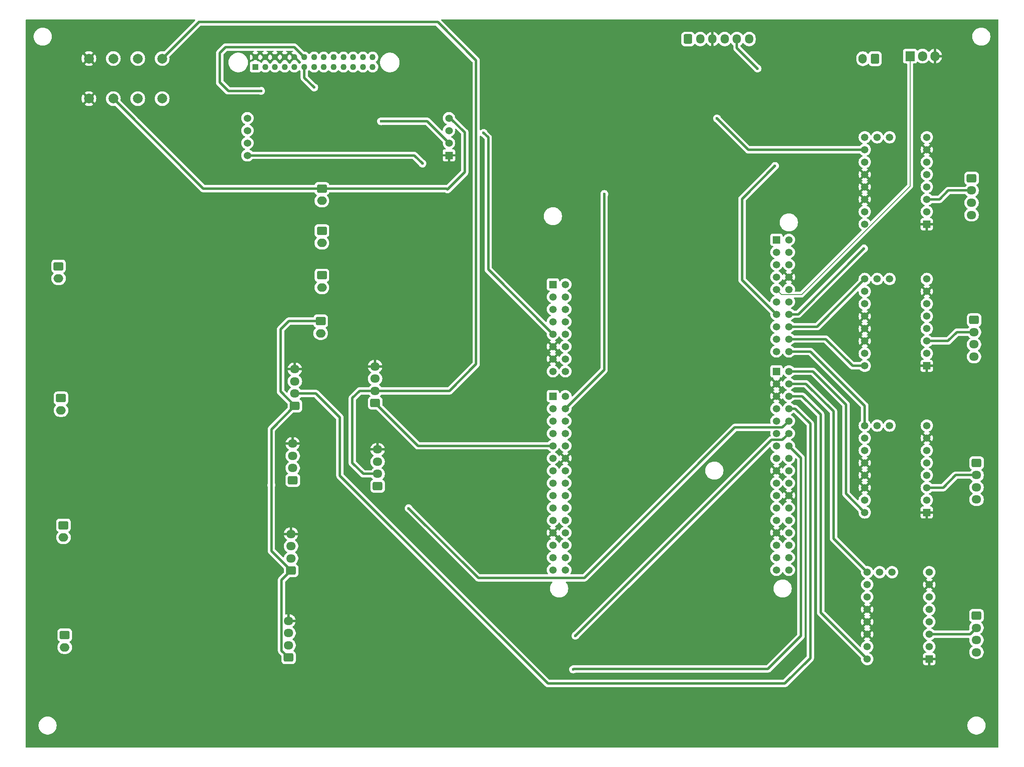
<source format=gbr>
%TF.GenerationSoftware,KiCad,Pcbnew,8.0.5*%
%TF.CreationDate,2024-11-06T09:35:55+01:00*%
%TF.ProjectId,Control board,436f6e74-726f-46c2-9062-6f6172642e6b,rev?*%
%TF.SameCoordinates,Original*%
%TF.FileFunction,Copper,L2,Bot*%
%TF.FilePolarity,Positive*%
%FSLAX46Y46*%
G04 Gerber Fmt 4.6, Leading zero omitted, Abs format (unit mm)*
G04 Created by KiCad (PCBNEW 8.0.5) date 2024-11-06 09:35:55*
%MOMM*%
%LPD*%
G01*
G04 APERTURE LIST*
G04 Aperture macros list*
%AMRoundRect*
0 Rectangle with rounded corners*
0 $1 Rounding radius*
0 $2 $3 $4 $5 $6 $7 $8 $9 X,Y pos of 4 corners*
0 Add a 4 corners polygon primitive as box body*
4,1,4,$2,$3,$4,$5,$6,$7,$8,$9,$2,$3,0*
0 Add four circle primitives for the rounded corners*
1,1,$1+$1,$2,$3*
1,1,$1+$1,$4,$5*
1,1,$1+$1,$6,$7*
1,1,$1+$1,$8,$9*
0 Add four rect primitives between the rounded corners*
20,1,$1+$1,$2,$3,$4,$5,0*
20,1,$1+$1,$4,$5,$6,$7,0*
20,1,$1+$1,$6,$7,$8,$9,0*
20,1,$1+$1,$8,$9,$2,$3,0*%
G04 Aperture macros list end*
%TA.AperFunction,ComponentPad*%
%ADD10R,1.258000X1.258000*%
%TD*%
%TA.AperFunction,ComponentPad*%
%ADD11C,1.258000*%
%TD*%
%TA.AperFunction,ComponentPad*%
%ADD12C,2.000000*%
%TD*%
%TA.AperFunction,ComponentPad*%
%ADD13RoundRect,0.250000X-0.725000X0.600000X-0.725000X-0.600000X0.725000X-0.600000X0.725000X0.600000X0*%
%TD*%
%TA.AperFunction,ComponentPad*%
%ADD14O,1.950000X1.700000*%
%TD*%
%TA.AperFunction,ComponentPad*%
%ADD15RoundRect,0.250000X0.725000X-0.600000X0.725000X0.600000X-0.725000X0.600000X-0.725000X-0.600000X0*%
%TD*%
%TA.AperFunction,ComponentPad*%
%ADD16RoundRect,0.250000X-0.750000X0.600000X-0.750000X-0.600000X0.750000X-0.600000X0.750000X0.600000X0*%
%TD*%
%TA.AperFunction,ComponentPad*%
%ADD17O,2.000000X1.700000*%
%TD*%
%TA.AperFunction,ComponentPad*%
%ADD18R,1.508000X1.508000*%
%TD*%
%TA.AperFunction,ComponentPad*%
%ADD19C,1.508000*%
%TD*%
%TA.AperFunction,ComponentPad*%
%ADD20R,1.530000X1.530000*%
%TD*%
%TA.AperFunction,ComponentPad*%
%ADD21C,1.530000*%
%TD*%
%TA.AperFunction,ComponentPad*%
%ADD22RoundRect,0.250000X0.600000X0.750000X-0.600000X0.750000X-0.600000X-0.750000X0.600000X-0.750000X0*%
%TD*%
%TA.AperFunction,ComponentPad*%
%ADD23O,1.700000X2.000000*%
%TD*%
%TA.AperFunction,ComponentPad*%
%ADD24R,1.905000X2.000000*%
%TD*%
%TA.AperFunction,ComponentPad*%
%ADD25O,1.905000X2.000000*%
%TD*%
%TA.AperFunction,ComponentPad*%
%ADD26RoundRect,0.250000X-0.600000X-0.725000X0.600000X-0.725000X0.600000X0.725000X-0.600000X0.725000X0*%
%TD*%
%TA.AperFunction,ComponentPad*%
%ADD27O,1.700000X1.950000*%
%TD*%
%TA.AperFunction,ViaPad*%
%ADD28C,0.600000*%
%TD*%
%TA.AperFunction,Conductor*%
%ADD29C,0.500000*%
%TD*%
%TA.AperFunction,Conductor*%
%ADD30C,0.200000*%
%TD*%
G04 APERTURE END LIST*
D10*
%TO.P,J301,1,1*%
%TO.N,unconnected-(J301-Pad1)*%
X100500000Y-24200000D03*
D11*
%TO.P,J301,2,2*%
%TO.N,12V*%
X102500000Y-24200000D03*
%TO.P,J301,3,3*%
%TO.N,unconnected-(J301-Pad3)*%
X104500000Y-24200000D03*
%TO.P,J301,4,4*%
%TO.N,unconnected-(J301-Pad4)*%
X106500000Y-24200000D03*
%TO.P,J301,5,5*%
%TO.N,unconnected-(J301-Pad5)*%
X108500000Y-24200000D03*
%TO.P,J301,6,6*%
%TO.N,RS485TX+*%
X110500000Y-24200000D03*
%TO.P,J301,7,7*%
%TO.N,RS485TX-*%
X112500000Y-24200000D03*
%TO.P,J301,8,8*%
%TO.N,unconnected-(J301-Pad8)*%
X114500000Y-24200000D03*
%TO.P,J301,9,9*%
%TO.N,unconnected-(J301-Pad9)*%
X116500000Y-24200000D03*
%TO.P,J301,10,10*%
%TO.N,unconnected-(J301-Pad10)*%
X118500000Y-24200000D03*
%TO.P,J301,11,11*%
%TO.N,unconnected-(J301-Pad11)*%
X120500000Y-24200000D03*
%TO.P,J301,12,12*%
%TO.N,unconnected-(J301-Pad12)*%
X122500000Y-24200000D03*
%TO.P,J301,13,13*%
%TO.N,unconnected-(J301-Pad13)*%
X124500000Y-24200000D03*
%TO.P,J301,14,14*%
%TO.N,GND*%
X100500000Y-22200000D03*
%TO.P,J301,15,15*%
X102500000Y-22200000D03*
%TO.P,J301,16,16*%
X104500000Y-22200000D03*
%TO.P,J301,17,17*%
X106500000Y-22200000D03*
%TO.P,J301,18,18*%
X108500000Y-22200000D03*
%TO.P,J301,19,19*%
%TO.N,RS485RX-*%
X110500000Y-22200000D03*
%TO.P,J301,20,20*%
%TO.N,RS485RX+*%
X112500000Y-22200000D03*
%TO.P,J301,21,21*%
%TO.N,unconnected-(J301-Pad21)*%
X114500000Y-22200000D03*
%TO.P,J301,22,22*%
%TO.N,unconnected-(J301-Pad22)*%
X116500000Y-22200000D03*
%TO.P,J301,23,23*%
%TO.N,unconnected-(J301-Pad23)*%
X118500000Y-22200000D03*
%TO.P,J301,24,24*%
%TO.N,unconnected-(J301-Pad24)*%
X120500000Y-22200000D03*
%TO.P,J301,25,25*%
%TO.N,unconnected-(J301-Pad25)*%
X122500000Y-22200000D03*
%TO.P,J301,26,26*%
%TO.N,unconnected-(J301-Pad26)*%
X124500000Y-22200000D03*
%TD*%
D12*
%TO.P,J501,1,1_1*%
%TO.N,24V*%
X81445100Y-30700000D03*
%TO.P,J501,2,1_2*%
X81445100Y-22500001D03*
%TO.P,J501,3,2_1*%
%TO.N,12V*%
X76445100Y-30700000D03*
%TO.P,J501,4,2_2*%
X76445100Y-22500001D03*
%TO.P,J501,5,3_1*%
%TO.N,5V*%
X71445099Y-30700000D03*
%TO.P,J501,6,3_2*%
X71445099Y-22500001D03*
%TO.P,J501,7,4_1*%
%TO.N,GND*%
X66445099Y-30700000D03*
%TO.P,J501,8,4_2*%
X66445099Y-22500001D03*
%TD*%
D13*
%TO.P,J504,1,Pin_1*%
%TO.N,Net-(J504-Pin_1)*%
X248025000Y-105250000D03*
D14*
%TO.P,J504,2,Pin_2*%
%TO.N,Net-(J504-Pin_2)*%
X248025000Y-107750000D03*
%TO.P,J504,3,Pin_3*%
%TO.N,Net-(J504-Pin_3)*%
X248025000Y-110250000D03*
%TO.P,J504,4,Pin_4*%
%TO.N,Net-(J504-Pin_4)*%
X248025000Y-112750000D03*
%TD*%
D15*
%TO.P,J402,1,Pin_1*%
%TO.N,5V*%
X108570000Y-93560000D03*
D14*
%TO.P,J402,2,Pin_2*%
%TO.N,LB1_OUT*%
X108570000Y-91060000D03*
%TO.P,J402,3,Pin_3*%
%TO.N,unconnected-(J402-Pin_3-Pad3)*%
X108570000Y-88560000D03*
%TO.P,J402,4,Pin_4*%
%TO.N,GND*%
X108570000Y-86060000D03*
%TD*%
D15*
%TO.P,J405,1,Pin_1*%
%TO.N,5V*%
X107800000Y-127290000D03*
D14*
%TO.P,J405,2,Pin_2*%
%TO.N,LB3_OUT*%
X107800000Y-124790000D03*
%TO.P,J405,3,Pin_3*%
%TO.N,unconnected-(J405-Pin_3-Pad3)*%
X107800000Y-122290000D03*
%TO.P,J405,4,Pin_4*%
%TO.N,GND*%
X107800000Y-119790000D03*
%TD*%
D16*
%TO.P,J605,1,Pin_1*%
%TO.N,12V*%
X60740000Y-92000000D03*
D17*
%TO.P,J605,2,Pin_2*%
%TO.N,Net-(J605-Pin_2)*%
X60740000Y-94500000D03*
%TD*%
D18*
%TO.P,U504,1,GND*%
%TO.N,GND*%
X238350000Y-145390000D03*
D19*
%TO.P,U504,2,VIO*%
%TO.N,5V*%
X238350000Y-142850000D03*
%TO.P,U504,3,M1B*%
%TO.N,Net-(J505-Pin_2)*%
X238350000Y-140310000D03*
%TO.P,U504,4,M1A*%
%TO.N,Net-(J505-Pin_4)*%
X238350000Y-137770000D03*
%TO.P,U504,5,M2A*%
%TO.N,Net-(J505-Pin_3)*%
X238350000Y-135230000D03*
%TO.P,U504,6,M2B*%
%TO.N,Net-(J505-Pin_1)*%
X238350000Y-132690000D03*
%TO.P,U504,7,GND*%
%TO.N,GND*%
X238350000Y-130150000D03*
%TO.P,U504,8,VM*%
%TO.N,12V*%
X238350000Y-127610000D03*
%TO.P,U504,9,DIR*%
%TO.N,M4_DIR*%
X225650000Y-145390000D03*
%TO.P,U504,10,STEP*%
%TO.N,M4_PWM*%
X225650000Y-142850000D03*
%TO.P,U504,11,PDN*%
%TO.N,GND*%
X225650000Y-140310000D03*
%TO.P,U504,12,UART*%
X225650000Y-137770000D03*
%TO.P,U504,13,SPRD*%
X225650000Y-135230000D03*
%TO.P,U504,14,MS2*%
%TO.N,5V*%
X225650000Y-132690000D03*
%TO.P,U504,15,MS1*%
X225650000Y-130150000D03*
%TO.P,U504,16,~{EN}*%
%TO.N,M4_EN*%
X225650000Y-127610000D03*
%TO.P,U504,17,INDEX*%
%TO.N,unconnected-(U504-INDEX-Pad17)*%
X230730000Y-127610000D03*
%TO.P,U504,18,DIAG*%
%TO.N,unconnected-(U504-DIAG-Pad18)*%
X228190000Y-127610000D03*
%TD*%
D15*
%TO.P,J403,1,Pin_1*%
%TO.N,TEMP 2 OUT*%
X125000000Y-93000000D03*
D14*
%TO.P,J403,2,Pin_2*%
%TO.N,24V*%
X125000000Y-90500000D03*
%TO.P,J403,3,Pin_3*%
%TO.N,Net-(J403-Pin_3)*%
X125000000Y-88000000D03*
%TO.P,J403,4,Pin_4*%
%TO.N,GND*%
X125000000Y-85500000D03*
%TD*%
D20*
%TO.P,U301,1,GND*%
%TO.N,GND*%
X140100000Y-42310000D03*
D21*
%TO.P,U301,2,A*%
%TO.N,RS485_A*%
X140100000Y-39770000D03*
%TO.P,U301,3,B*%
%TO.N,RS485_B*%
X140100000Y-37230000D03*
%TO.P,U301,4,VCC*%
%TO.N,5V*%
X140100000Y-34690000D03*
%TO.P,U301,5,RO*%
%TO.N,RX*%
X98880000Y-34690000D03*
%TO.P,U301,6,RE*%
%TO.N,MAX485_CNT*%
X98880000Y-37230000D03*
%TO.P,U301,7,DE*%
X98880000Y-39770000D03*
%TO.P,U301,8,DI*%
%TO.N,TX*%
X98880000Y-42310000D03*
%TD*%
D22*
%TO.P,J603,1,Pin_1*%
%TO.N,12V*%
X227250000Y-22525000D03*
D23*
%TO.P,J603,2,Pin_2*%
%TO.N,Net-(J603-Pin_2)*%
X224750000Y-22525000D03*
%TD*%
D18*
%TO.P,U502,1,GND*%
%TO.N,GND*%
X237850000Y-85390000D03*
D19*
%TO.P,U502,2,VIO*%
%TO.N,5V*%
X237850000Y-82850000D03*
%TO.P,U502,3,M1B*%
%TO.N,Net-(J503-Pin_2)*%
X237850000Y-80310000D03*
%TO.P,U502,4,M1A*%
%TO.N,Net-(J503-Pin_4)*%
X237850000Y-77770000D03*
%TO.P,U502,5,M2A*%
%TO.N,Net-(J503-Pin_3)*%
X237850000Y-75230000D03*
%TO.P,U502,6,M2B*%
%TO.N,Net-(J503-Pin_1)*%
X237850000Y-72690000D03*
%TO.P,U502,7,GND*%
%TO.N,GND*%
X237850000Y-70150000D03*
%TO.P,U502,8,VM*%
%TO.N,12V*%
X237850000Y-67610000D03*
%TO.P,U502,9,DIR*%
%TO.N,M2_DIR*%
X225150000Y-85390000D03*
%TO.P,U502,10,STEP*%
%TO.N,M2_PWM*%
X225150000Y-82850000D03*
%TO.P,U502,11,PDN*%
%TO.N,GND*%
X225150000Y-80310000D03*
%TO.P,U502,12,UART*%
X225150000Y-77770000D03*
%TO.P,U502,13,SPRD*%
X225150000Y-75230000D03*
%TO.P,U502,14,MS2*%
%TO.N,5V*%
X225150000Y-72690000D03*
%TO.P,U502,15,MS1*%
X225150000Y-70150000D03*
%TO.P,U502,16,~{EN}*%
%TO.N,M2_EN*%
X225150000Y-67610000D03*
%TO.P,U502,17,INDEX*%
%TO.N,unconnected-(U502-INDEX-Pad17)*%
X230230000Y-67610000D03*
%TO.P,U502,18,DIAG*%
%TO.N,unconnected-(U502-DIAG-Pad18)*%
X227690000Y-67610000D03*
%TD*%
D16*
%TO.P,J609,1,Pin_1*%
%TO.N,5V*%
X114110000Y-49100000D03*
D17*
%TO.P,J609,2,Pin_2*%
%TO.N,LL4 IN*%
X114110000Y-51600000D03*
%TD*%
D18*
%TO.P,U201,CN7_1,D16/I2S_A_MCK*%
%TO.N,M1_PWM*%
X207090000Y-59586000D03*
D19*
%TO.P,U201,CN7_2,D15/I2C_A_SCL*%
%TO.N,M2_PWM*%
X209630000Y-59586000D03*
%TO.P,U201,CN7_3,D17/I2S_A_SD*%
%TO.N,M4_PWM*%
X207090000Y-62126000D03*
%TO.P,U201,CN7_4,D14/I2C_A_SDA*%
%TO.N,M3_PWM*%
X209630000Y-62126000D03*
%TO.P,U201,CN7_5,D18/I2S_A_CK*%
%TO.N,TH_CS1*%
X207090000Y-64666000D03*
%TO.P,U201,CN7_6,VREFP_CN7*%
%TO.N,unconnected-(U201E-VREFP_CN7-PadCN7_6)*%
X209630000Y-64666000D03*
%TO.P,U201,CN7_7,D19/I2S_A_WS*%
%TO.N,unconnected-(U201E-D19{slash}I2S_A_WS-PadCN7_7)*%
X207090000Y-67206000D03*
%TO.P,U201,CN7_8,GND_CN7*%
%TO.N,GND*%
X209630000Y-67206000D03*
%TO.P,U201,CN7_9,D20/I2S_B_WS*%
%TO.N,HEATER IN*%
X207090000Y-69746000D03*
%TO.P,U201,CN7_10,D13/SPI_A_SCK*%
%TO.N,TH_CLK1*%
X209630000Y-69746000D03*
%TO.P,U201,CN7_11,D21/I2S_B_MCK*%
%TO.N,unconnected-(U201E-D21{slash}I2S_B_MCK-PadCN7_11)*%
X207090000Y-72286000D03*
%TO.P,U201,CN7_12,D12/SPI_A_MISO*%
%TO.N,TH_DO{slash}MISO1*%
X209630000Y-72286000D03*
%TO.P,U201,CN7_13,D22/I2S_B_SD/SPI_B_MOSI*%
%TO.N,M1_EN*%
X207090000Y-74826000D03*
%TO.P,U201,CN7_14,D11/SPI_A_MOSI/TIM_E_PWM1*%
%TO.N,M1_DIR*%
X209630000Y-74826000D03*
%TO.P,U201,CN7_15,D23/I2S_B_CK/SPI_B_SCK*%
%TO.N,unconnected-(U201E-D23{slash}I2S_B_CK{slash}SPI_B_SCK-PadCN7_15)*%
X207090000Y-77366000D03*
%TO.P,U201,CN7_16,D10/SPI_A_CS/TIM_B_PWM3*%
%TO.N,M2_EN*%
X209630000Y-77366000D03*
%TO.P,U201,CN7_17,D24/SPI_B_NSS*%
%TO.N,unconnected-(U201E-D24{slash}SPI_B_NSS-PadCN7_17)*%
X207090000Y-79906000D03*
%TO.P,U201,CN7_18,D9/TIMER_B_PWM2*%
%TO.N,M2_DIR*%
X209630000Y-79906000D03*
%TO.P,U201,CN7_19,D25/SPI_B_MISO*%
%TO.N,unconnected-(U201E-D25{slash}SPI_B_MISO-PadCN7_19)*%
X207090000Y-82446000D03*
%TO.P,U201,CN7_20,D8/IO*%
%TO.N,M3_EN*%
X209630000Y-82446000D03*
D18*
%TO.P,U201,CN8_1,NC_CN8*%
%TO.N,unconnected-(U201C-NC_CN8-PadCN8_1)*%
X161370000Y-68730000D03*
D19*
%TO.P,U201,CN8_2,D43/SDMMC_D0*%
%TO.N,unconnected-(U201C-D43{slash}SDMMC_D0-PadCN8_2)*%
X163910000Y-68730000D03*
%TO.P,U201,CN8_3,IOREF_CN8*%
%TO.N,unconnected-(U201C-IOREF_CN8-PadCN8_3)*%
X161370000Y-71270000D03*
%TO.P,U201,CN8_4,D44/SDMMC_D1/I2S_A_CKIN*%
%TO.N,unconnected-(U201C-D44{slash}SDMMC_D1{slash}I2S_A_CKIN-PadCN8_4)*%
X163910000Y-71270000D03*
%TO.P,U201,CN8_5,NRST_CN8*%
%TO.N,unconnected-(U201C-NRST_CN8-PadCN8_5)*%
X161370000Y-73810000D03*
%TO.P,U201,CN8_6,D45/SDMMC_D2*%
%TO.N,unconnected-(U201C-D45{slash}SDMMC_D2-PadCN8_6)*%
X163910000Y-73810000D03*
%TO.P,U201,CN8_7,3V3_CN8*%
%TO.N,unconnected-(U201C-3V3_CN8-PadCN8_7)*%
X161370000Y-76350000D03*
%TO.P,U201,CN8_8,D46/SDMMC_D3*%
%TO.N,unconnected-(U201C-D46{slash}SDMMC_D3-PadCN8_8)*%
X163910000Y-76350000D03*
%TO.P,U201,CN8_9,5V_CN8*%
%TO.N,5V*%
X161370000Y-78890000D03*
%TO.P,U201,CN8_10,D47/SDMMC_CK*%
%TO.N,unconnected-(U201C-D47{slash}SDMMC_CK-PadCN8_10)*%
X163910000Y-78890000D03*
%TO.P,U201,CN8_11,GND_CN8*%
%TO.N,GND*%
X161370000Y-81430000D03*
%TO.P,U201,CN8_12,D48/SDMMC_CMD*%
%TO.N,unconnected-(U201C-D48{slash}SDMMC_CMD-PadCN8_12)*%
X163910000Y-81430000D03*
%TO.P,U201,CN8_13,GND_CN8*%
%TO.N,GND*%
X161370000Y-83970000D03*
%TO.P,U201,CN8_14,D49/IO*%
%TO.N,D2 IN*%
X163910000Y-83970000D03*
%TO.P,U201,CN8_15,VIN_CN8*%
%TO.N,unconnected-(U201C-VIN_CN8-PadCN8_15)*%
X161370000Y-86510000D03*
%TO.P,U201,CN8_16,D50/IO*%
%TO.N,D1 IN*%
X163910000Y-86510000D03*
D18*
%TO.P,U201,CN9_1,A0/ADC12_INP15*%
%TO.N,F2_OUT*%
X161370000Y-91590000D03*
D19*
%TO.P,U201,CN9_2,D51/USART_B_SCLK*%
%TO.N,unconnected-(U201D-D51{slash}USART_B_SCLK-PadCN9_2)*%
X163910000Y-91590000D03*
%TO.P,U201,CN9_3,A1/ADC123_INP10*%
%TO.N,F1_OUT*%
X161370000Y-94130000D03*
%TO.P,U201,CN9_4,D52/USART_B_RX*%
%TO.N,RX*%
X163910000Y-94130000D03*
%TO.P,U201,CN9_5,A2/ADC12_INP13*%
%TO.N,TEMP 1 OUT*%
X161370000Y-96670000D03*
%TO.P,U201,CN9_6,D53/USART_B_TX*%
%TO.N,TX*%
X163910000Y-96670000D03*
%TO.P,U201,CN9_7,A3/ADC12_INP5*%
%TO.N,unconnected-(U201D-A3{slash}ADC12_INP5-PadCN9_7)*%
X161370000Y-99210000D03*
%TO.P,U201,CN9_8,D54/USART_B_RTS*%
%TO.N,unconnected-(U201D-D54{slash}USART_B_RTS-PadCN9_8)*%
X163910000Y-99210000D03*
%TO.P,U201,CN9_9,A4/ADC123_INP12/I2C1_SDA*%
%TO.N,TEMP 2 OUT*%
X161370000Y-101750000D03*
%TO.P,U201,CN9_10,D55/USART_B_CTS*%
%TO.N,unconnected-(U201D-D55{slash}USART_B_CTS-PadCN9_10)*%
X163910000Y-101750000D03*
%TO.P,U201,CN9_11,A5/ADC3_INP6/I2C1_SCL*%
%TO.N,unconnected-(U201D-A5{slash}ADC3_INP6{slash}I2C1_SCL-PadCN9_11)*%
X161370000Y-104290000D03*
%TO.P,U201,CN9_12,GND_CN9*%
%TO.N,GND*%
X163910000Y-104290000D03*
%TO.P,U201,CN9_13,D72/COMP1_INP*%
%TO.N,unconnected-(U201D-D72{slash}COMP1_INP-PadCN9_13)*%
X161370000Y-106830000D03*
%TO.P,U201,CN9_14,D56/SAI_A_MCLK*%
%TO.N,unconnected-(U201D-D56{slash}SAI_A_MCLK-PadCN9_14)*%
X163910000Y-106830000D03*
%TO.P,U201,CN9_15,D71/COMP2_INP*%
%TO.N,unconnected-(U201D-D71{slash}COMP2_INP-PadCN9_15)*%
X161370000Y-109370000D03*
%TO.P,U201,CN9_16,D57/SAI_A_FS*%
%TO.N,unconnected-(U201D-D57{slash}SAI_A_FS-PadCN9_16)*%
X163910000Y-109370000D03*
%TO.P,U201,CN9_17,D70/I2C_B_SMBA*%
%TO.N,I2C_SMBA*%
X161370000Y-111910000D03*
%TO.P,U201,CN9_18,D58/SAI_A_SCK*%
%TO.N,unconnected-(U201D-D58{slash}SAI_A_SCK-PadCN9_18)*%
X163910000Y-111910000D03*
%TO.P,U201,CN9_19,D69/I2C_B_SCL*%
%TO.N,I2C_SCL*%
X161370000Y-114450000D03*
%TO.P,U201,CN9_20,D59/SAI_A_SD*%
%TO.N,unconnected-(U201D-D59{slash}SAI_A_SD-PadCN9_20)*%
X163910000Y-114450000D03*
%TO.P,U201,CN9_21,D68/I2C_B_SDA*%
%TO.N,I2C_SDA*%
X161370000Y-116990000D03*
%TO.P,U201,CN9_22,D60/SAI_B_SD*%
%TO.N,unconnected-(U201D-D60{slash}SAI_B_SD-PadCN9_22)*%
X163910000Y-116990000D03*
%TO.P,U201,CN9_23,GND_CN9*%
%TO.N,GND*%
X161370000Y-119530000D03*
%TO.P,U201,CN9_24,D61/SAI_B_SCK*%
%TO.N,unconnected-(U201D-D61{slash}SAI_B_SCK-PadCN9_24)*%
X163910000Y-119530000D03*
%TO.P,U201,CN9_25,D67/CAN_RX*%
%TO.N,unconnected-(U201D-D67{slash}CAN_RX-PadCN9_25)*%
X161370000Y-122070000D03*
%TO.P,U201,CN9_26,D62/SAI_B_MCLK*%
%TO.N,unconnected-(U201D-D62{slash}SAI_B_MCLK-PadCN9_26)*%
X163910000Y-122070000D03*
%TO.P,U201,CN9_27,D66/CAN_TX*%
%TO.N,unconnected-(U201D-D66{slash}CAN_TX-PadCN9_27)*%
X161370000Y-124610000D03*
%TO.P,U201,CN9_28,D63/SAI_B_FS*%
%TO.N,unconnected-(U201D-D63{slash}SAI_B_FS-PadCN9_28)*%
X163910000Y-124610000D03*
%TO.P,U201,CN9_29,D65/IO*%
%TO.N,unconnected-(U201D-D65{slash}IO-PadCN9_29)*%
X161370000Y-127150000D03*
%TO.P,U201,CN9_30,D64/IO*%
%TO.N,unconnected-(U201D-D64{slash}IO-PadCN9_30)*%
X163910000Y-127150000D03*
D18*
%TO.P,U201,CN10_1,AVDD*%
%TO.N,unconnected-(U201F-AVDD-PadCN10_1)*%
X207090000Y-86510000D03*
D19*
%TO.P,U201,CN10_2,D7/IO*%
%TO.N,M3_DIR*%
X209630000Y-86510000D03*
%TO.P,U201,CN10_3,AGND_CN10*%
%TO.N,GND*%
X207090000Y-89050000D03*
%TO.P,U201,CN10_4,D6/TIMER_A_PWM1*%
%TO.N,M4_EN*%
X209630000Y-89050000D03*
%TO.P,U201,CN10_5,GND_CN10*%
%TO.N,GND*%
X207090000Y-91590000D03*
%TO.P,U201,CN10_6,D5/TIMER_A_PWM2*%
%TO.N,M4_DIR*%
X209630000Y-91590000D03*
%TO.P,U201,CN10_7,A6/ADC_A_IN*%
%TO.N,unconnected-(U201F-A6{slash}ADC_A_IN-PadCN10_7)*%
X207090000Y-94130000D03*
%TO.P,U201,CN10_8,D4/IO*%
%TO.N,LB1_OUT*%
X209630000Y-94130000D03*
%TO.P,U201,CN10_9,A7/ADC_B_IN*%
%TO.N,unconnected-(U201F-A7{slash}ADC_B_IN-PadCN10_9)*%
X207090000Y-96670000D03*
%TO.P,U201,CN10_10,D3/TIMER_A_PWM3*%
%TO.N,LB2_OUT*%
X209630000Y-96670000D03*
%TO.P,U201,CN10_11,A8/ADC_C_IN*%
%TO.N,unconnected-(U201F-A8{slash}ADC_C_IN-PadCN10_11)*%
X207090000Y-99210000D03*
%TO.P,U201,CN10_12,D2/IO*%
%TO.N,LB3_OUT*%
X209630000Y-99210000D03*
%TO.P,U201,CN10_13,D26/QSPI_CS*%
%TO.N,unconnected-(U201F-D26{slash}QSPI_CS-PadCN10_13)*%
X207090000Y-101750000D03*
%TO.P,U201,CN10_14,D1/USART_A_TX*%
%TO.N,LB4_OUT*%
X209630000Y-101750000D03*
%TO.P,U201,CN10_15,D27/QSPI_CLK*%
%TO.N,unconnected-(U201F-D27{slash}QSPI_CLK-PadCN10_15)*%
X207090000Y-104290000D03*
%TO.P,U201,CN10_16,D0/USART_A_RX*%
%TO.N,unconnected-(U201F-D0{slash}USART_A_RX-PadCN10_16)*%
X209630000Y-104290000D03*
%TO.P,U201,CN10_17,GND_CN10*%
%TO.N,GND*%
X207090000Y-106830000D03*
%TO.P,U201,CN10_18,D42/TIMER_A_PWM1N*%
%TO.N,unconnected-(U201F-D42{slash}TIMER_A_PWM1N-PadCN10_18)*%
X209630000Y-106830000D03*
%TO.P,U201,CN10_19,D28/QSPI_BK1_IO3*%
%TO.N,unconnected-(U201F-D28{slash}QSPI_BK1_IO3-PadCN10_19)*%
X207090000Y-109370000D03*
%TO.P,U201,CN10_20,D41/TIMER_A_ETR*%
%TO.N,unconnected-(U201F-D41{slash}TIMER_A_ETR-PadCN10_20)*%
X209630000Y-109370000D03*
%TO.P,U201,CN10_21,D29/QSPI_BK1_IO1*%
%TO.N,unconnected-(U201F-D29{slash}QSPI_BK1_IO1-PadCN10_21)*%
X207090000Y-111910000D03*
%TO.P,U201,CN10_22,GND_CN10*%
%TO.N,GND*%
X209630000Y-111910000D03*
%TO.P,U201,CN10_23,D30/QSPI_BK1_IO0*%
%TO.N,unconnected-(U201F-D30{slash}QSPI_BK1_IO0-PadCN10_23)*%
X207090000Y-114450000D03*
%TO.P,U201,CN10_24,D40/TIMER_A_PWM2N*%
%TO.N,unconnected-(U201F-D40{slash}TIMER_A_PWM2N-PadCN10_24)*%
X209630000Y-114450000D03*
%TO.P,U201,CN10_25,D31/QSPI_BK1_IO2*%
%TO.N,unconnected-(U201F-D31{slash}QSPI_BK1_IO2-PadCN10_25)*%
X207090000Y-116990000D03*
%TO.P,U201,CN10_26,D39/TIMER_A_PWM3N*%
%TO.N,unconnected-(U201F-D39{slash}TIMER_A_PWM3N-PadCN10_26)*%
X209630000Y-116990000D03*
%TO.P,U201,CN10_27,GND_CN10*%
%TO.N,GND*%
X207090000Y-119530000D03*
%TO.P,U201,CN10_28,D38/TIMER_A_BKIN2*%
%TO.N,unconnected-(U201F-D38{slash}TIMER_A_BKIN2-PadCN10_28)*%
X209630000Y-119530000D03*
%TO.P,U201,CN10_29,D32/TIMER_C_PWM1*%
%TO.N,L3_PWM*%
X207090000Y-122070000D03*
%TO.P,U201,CN10_30,D37/TIMER_A_BKIN1*%
%TO.N,unconnected-(U201F-D37{slash}TIMER_A_BKIN1-PadCN10_30)*%
X209630000Y-122070000D03*
%TO.P,U201,CN10_31,D33/TIMER_D_PWM1*%
%TO.N,L4_PWM*%
X207090000Y-124610000D03*
%TO.P,U201,CN10_32,D36/TIMER_C_PWM2*%
%TO.N,L1_PWM*%
X209630000Y-124610000D03*
%TO.P,U201,CN10_33,D34/TIMER_B_ETR*%
%TO.N,unconnected-(U201F-D34{slash}TIMER_B_ETR-PadCN10_33)*%
X207090000Y-127150000D03*
%TO.P,U201,CN10_34,D35/TIMER_C_PWM3*%
%TO.N,L2_PWM*%
X209630000Y-127150000D03*
%TD*%
D13*
%TO.P,J505,1,Pin_1*%
%TO.N,Net-(J505-Pin_1)*%
X248000000Y-136500000D03*
D14*
%TO.P,J505,2,Pin_2*%
%TO.N,Net-(J505-Pin_2)*%
X248000000Y-139000000D03*
%TO.P,J505,3,Pin_3*%
%TO.N,Net-(J505-Pin_3)*%
X248000000Y-141500000D03*
%TO.P,J505,4,Pin_4*%
%TO.N,Net-(J505-Pin_4)*%
X248000000Y-144000000D03*
%TD*%
D16*
%TO.P,J602,1,Pin_1*%
%TO.N,12V*%
X60240000Y-65000000D03*
D17*
%TO.P,J602,2,Pin_2*%
%TO.N,Net-(J602-Pin_2)*%
X60240000Y-67500000D03*
%TD*%
D13*
%TO.P,J502,1,Pin_1*%
%TO.N,Net-(J502-Pin_1)*%
X247000000Y-47000000D03*
D14*
%TO.P,J502,2,Pin_2*%
%TO.N,Net-(J502-Pin_2)*%
X247000000Y-49500000D03*
%TO.P,J502,3,Pin_3*%
%TO.N,Net-(J502-Pin_3)*%
X247000000Y-52000000D03*
%TO.P,J502,4,Pin_4*%
%TO.N,Net-(J502-Pin_4)*%
X247000000Y-54500000D03*
%TD*%
D15*
%TO.P,J407,1,Pin_1*%
%TO.N,5V*%
X107290000Y-145080000D03*
D14*
%TO.P,J407,2,Pin_2*%
%TO.N,LB4_OUT*%
X107290000Y-142580000D03*
%TO.P,J407,3,Pin_3*%
%TO.N,unconnected-(J407-Pin_3-Pad3)*%
X107290000Y-140080000D03*
%TO.P,J407,4,Pin_4*%
%TO.N,GND*%
X107290000Y-137580000D03*
%TD*%
D16*
%TO.P,J606,1,Pin_1*%
%TO.N,5V*%
X113860000Y-76230000D03*
D17*
%TO.P,J606,2,Pin_2*%
%TO.N,LL1 IN*%
X113860000Y-78730000D03*
%TD*%
D24*
%TO.P,Q601,1,G*%
%TO.N,HEATER IN*%
X234420000Y-22000000D03*
D25*
%TO.P,Q601,2,D*%
%TO.N,Net-(J603-Pin_2)*%
X236960000Y-22000000D03*
%TO.P,Q601,3,S*%
%TO.N,GND*%
X239500000Y-22000000D03*
%TD*%
D16*
%TO.P,J607,1,Pin_1*%
%TO.N,5V*%
X114110000Y-57740000D03*
D17*
%TO.P,J607,2,Pin_2*%
%TO.N,LL3 IN*%
X114110000Y-60240000D03*
%TD*%
D18*
%TO.P,U501,1,GND*%
%TO.N,GND*%
X237850000Y-56390000D03*
D19*
%TO.P,U501,2,VIO*%
%TO.N,5V*%
X237850000Y-53850000D03*
%TO.P,U501,3,M1B*%
%TO.N,Net-(J502-Pin_2)*%
X237850000Y-51310000D03*
%TO.P,U501,4,M1A*%
%TO.N,Net-(J502-Pin_4)*%
X237850000Y-48770000D03*
%TO.P,U501,5,M2A*%
%TO.N,Net-(J502-Pin_3)*%
X237850000Y-46230000D03*
%TO.P,U501,6,M2B*%
%TO.N,Net-(J502-Pin_1)*%
X237850000Y-43690000D03*
%TO.P,U501,7,GND*%
%TO.N,GND*%
X237850000Y-41150000D03*
%TO.P,U501,8,VM*%
%TO.N,12V*%
X237850000Y-38610000D03*
%TO.P,U501,9,DIR*%
%TO.N,M1_DIR*%
X225150000Y-56390000D03*
%TO.P,U501,10,STEP*%
%TO.N,M1_PWM*%
X225150000Y-53850000D03*
%TO.P,U501,11,PDN*%
%TO.N,GND*%
X225150000Y-51310000D03*
%TO.P,U501,12,UART*%
X225150000Y-48770000D03*
%TO.P,U501,13,SPRD*%
X225150000Y-46230000D03*
%TO.P,U501,14,MS2*%
%TO.N,5V*%
X225150000Y-43690000D03*
%TO.P,U501,15,MS1*%
X225150000Y-41150000D03*
%TO.P,U501,16,~{EN}*%
%TO.N,M1_EN*%
X225150000Y-38610000D03*
%TO.P,U501,17,INDEX*%
%TO.N,unconnected-(U501-INDEX-Pad17)*%
X230230000Y-38610000D03*
%TO.P,U501,18,DIAG*%
%TO.N,unconnected-(U501-DIAG-Pad18)*%
X227690000Y-38610000D03*
%TD*%
D16*
%TO.P,J601,1,Pin_1*%
%TO.N,12V*%
X61500000Y-140500000D03*
D17*
%TO.P,J601,2,Pin_2*%
%TO.N,Net-(J601-Pin_2)*%
X61500000Y-143000000D03*
%TD*%
D16*
%TO.P,J608,1,Pin_1*%
%TO.N,5V*%
X114110000Y-66860000D03*
D17*
%TO.P,J608,2,Pin_2*%
%TO.N,LL2 IN*%
X114110000Y-69360000D03*
%TD*%
D15*
%TO.P,J401,1,Pin_1*%
%TO.N,TEMP 1 OUT*%
X125500000Y-110000000D03*
D14*
%TO.P,J401,2,Pin_2*%
%TO.N,24V*%
X125500000Y-107500000D03*
%TO.P,J401,3,Pin_3*%
%TO.N,Net-(J401-Pin_3)*%
X125500000Y-105000000D03*
%TO.P,J401,4,Pin_4*%
%TO.N,GND*%
X125500000Y-102500000D03*
%TD*%
D16*
%TO.P,J604,1,Pin_1*%
%TO.N,12V*%
X61240000Y-118000000D03*
D17*
%TO.P,J604,2,Pin_2*%
%TO.N,Net-(J604-Pin_2)*%
X61240000Y-120500000D03*
%TD*%
D26*
%TO.P,J406,1,Pin_1*%
%TO.N,12V*%
X189000000Y-18500000D03*
D27*
%TO.P,J406,2,Pin_2*%
%TO.N,unconnected-(J406-Pin_2-Pad2)*%
X191500000Y-18500000D03*
%TO.P,J406,3,Pin_3*%
%TO.N,GND*%
X194000000Y-18500000D03*
%TO.P,J406,4,Pin_4*%
%TO.N,TH_DO{slash}MISO1*%
X196500000Y-18500000D03*
%TO.P,J406,5,Pin_5*%
%TO.N,TH_CS1*%
X199000000Y-18500000D03*
%TO.P,J406,6,Pin_6*%
%TO.N,TH_CLK1*%
X201500000Y-18500000D03*
%TD*%
D15*
%TO.P,J404,1,Pin_1*%
%TO.N,5V*%
X108140000Y-108800000D03*
D14*
%TO.P,J404,2,Pin_2*%
%TO.N,LB2_OUT*%
X108140000Y-106300000D03*
%TO.P,J404,3,Pin_3*%
%TO.N,unconnected-(J404-Pin_3-Pad3)*%
X108140000Y-103800000D03*
%TO.P,J404,4,Pin_4*%
%TO.N,GND*%
X108140000Y-101300000D03*
%TD*%
D13*
%TO.P,J503,1,Pin_1*%
%TO.N,Net-(J503-Pin_1)*%
X247500000Y-76000000D03*
D14*
%TO.P,J503,2,Pin_2*%
%TO.N,Net-(J503-Pin_2)*%
X247500000Y-78500000D03*
%TO.P,J503,3,Pin_3*%
%TO.N,Net-(J503-Pin_3)*%
X247500000Y-81000000D03*
%TO.P,J503,4,Pin_4*%
%TO.N,Net-(J503-Pin_4)*%
X247500000Y-83500000D03*
%TD*%
D18*
%TO.P,U503,1,GND*%
%TO.N,GND*%
X237850000Y-115390000D03*
D19*
%TO.P,U503,2,VIO*%
%TO.N,5V*%
X237850000Y-112850000D03*
%TO.P,U503,3,M1B*%
%TO.N,Net-(J504-Pin_2)*%
X237850000Y-110310000D03*
%TO.P,U503,4,M1A*%
%TO.N,Net-(J504-Pin_4)*%
X237850000Y-107770000D03*
%TO.P,U503,5,M2A*%
%TO.N,Net-(J504-Pin_3)*%
X237850000Y-105230000D03*
%TO.P,U503,6,M2B*%
%TO.N,Net-(J504-Pin_1)*%
X237850000Y-102690000D03*
%TO.P,U503,7,GND*%
%TO.N,GND*%
X237850000Y-100150000D03*
%TO.P,U503,8,VM*%
%TO.N,12V*%
X237850000Y-97610000D03*
%TO.P,U503,9,DIR*%
%TO.N,M3_DIR*%
X225150000Y-115390000D03*
%TO.P,U503,10,STEP*%
%TO.N,M3_PWM*%
X225150000Y-112850000D03*
%TO.P,U503,11,PDN*%
%TO.N,GND*%
X225150000Y-110310000D03*
%TO.P,U503,12,UART*%
X225150000Y-107770000D03*
%TO.P,U503,13,SPRD*%
X225150000Y-105230000D03*
%TO.P,U503,14,MS2*%
%TO.N,5V*%
X225150000Y-102690000D03*
%TO.P,U503,15,MS1*%
X225150000Y-100150000D03*
%TO.P,U503,16,~{EN}*%
%TO.N,M3_EN*%
X225150000Y-97610000D03*
%TO.P,U503,17,INDEX*%
%TO.N,unconnected-(U503-INDEX-Pad17)*%
X230230000Y-97610000D03*
%TO.P,U503,18,DIAG*%
%TO.N,unconnected-(U503-DIAG-Pad18)*%
X227690000Y-97610000D03*
%TD*%
D28*
%TO.N,GND*%
X83240000Y-142530000D03*
X83410000Y-118570000D03*
X83350000Y-93470000D03*
X83200000Y-66530000D03*
%TO.N,LB4_OUT*%
X165500000Y-147520000D03*
%TO.N,LB3_OUT*%
X165980000Y-140630000D03*
%TO.N,LB2_OUT*%
X131860000Y-114530000D03*
%TO.N,M1_EN*%
X206800000Y-44470000D03*
%TO.N,M1_DIR*%
X225000000Y-61380000D03*
%TO.N,5V*%
X194920000Y-34760000D03*
X103770000Y-109790000D03*
X147190000Y-37710000D03*
%TO.N,TH_CS1*%
X203210000Y-24540000D03*
%TO.N,RS485_A*%
X126220000Y-35330000D03*
%TO.N,RS485TX+*%
X112530000Y-28410000D03*
%TO.N,RS485RX-*%
X101670000Y-29110000D03*
%TO.N,RX*%
X171880000Y-50210000D03*
%TO.N,TX*%
X134680000Y-43990000D03*
%TD*%
D29*
%TO.N,LB2_OUT*%
X198563848Y-98006000D02*
X167779848Y-128790000D01*
X208294000Y-98006000D02*
X198563848Y-98006000D01*
X167779848Y-128790000D02*
X146120000Y-128790000D01*
X146120000Y-128790000D02*
X131860000Y-114530000D01*
X209630000Y-96670000D02*
X208294000Y-98006000D01*
%TO.N,LB4_OUT*%
X205360000Y-147410000D02*
X165610000Y-147410000D01*
X212100000Y-104220000D02*
X212100000Y-140670000D01*
X212100000Y-140670000D02*
X205360000Y-147410000D01*
X165610000Y-147410000D02*
X165500000Y-147520000D01*
X209630000Y-101750000D02*
X212100000Y-104220000D01*
%TO.N,LB3_OUT*%
X206064000Y-100546000D02*
X165980000Y-140630000D01*
X208294000Y-100546000D02*
X206064000Y-100546000D01*
X209630000Y-99210000D02*
X208294000Y-100546000D01*
%TO.N,M4_DIR*%
X216150000Y-95380000D02*
X216150000Y-135890000D01*
X212360000Y-91590000D02*
X216150000Y-95380000D01*
X216150000Y-135890000D02*
X225650000Y-145390000D01*
X209630000Y-91590000D02*
X212360000Y-91590000D01*
%TO.N,M4_EN*%
X218760000Y-120720000D02*
X225650000Y-127610000D01*
X218760000Y-94690000D02*
X218760000Y-120720000D01*
X213120000Y-89050000D02*
X218760000Y-94690000D01*
X209630000Y-89050000D02*
X213120000Y-89050000D01*
%TO.N,M3_DIR*%
X221320000Y-111560000D02*
X225150000Y-115390000D01*
X221320000Y-93280000D02*
X221320000Y-111560000D01*
X214550000Y-86510000D02*
X221320000Y-93280000D01*
X209630000Y-86510000D02*
X214550000Y-86510000D01*
%TO.N,M3_EN*%
X225150000Y-93540000D02*
X225150000Y-97610000D01*
X214056000Y-82446000D02*
X225150000Y-93540000D01*
X209630000Y-82446000D02*
X214056000Y-82446000D01*
%TO.N,M2_DIR*%
X222660000Y-85390000D02*
X225150000Y-85390000D01*
X217176000Y-79906000D02*
X222660000Y-85390000D01*
X209630000Y-79906000D02*
X217176000Y-79906000D01*
%TO.N,M2_EN*%
X215394000Y-77366000D02*
X225150000Y-67610000D01*
X209630000Y-77366000D02*
X215394000Y-77366000D01*
%TO.N,M1_EN*%
X200060000Y-51210000D02*
X206800000Y-44470000D01*
X200060000Y-67796000D02*
X200060000Y-51210000D01*
X207090000Y-74826000D02*
X200060000Y-67796000D01*
%TO.N,M1_DIR*%
X211554000Y-74826000D02*
X225000000Y-61380000D01*
X209630000Y-74826000D02*
X211554000Y-74826000D01*
D30*
%TO.N,HEATER IN*%
X234420000Y-48610582D02*
X234420000Y-22000000D01*
X212230582Y-70800000D02*
X234420000Y-48610582D01*
X207090000Y-69746000D02*
X208144000Y-70800000D01*
X208144000Y-70800000D02*
X212230582Y-70800000D01*
D29*
%TO.N,5V*%
X140410000Y-34690000D02*
X143330000Y-37610000D01*
X194920000Y-34760000D02*
X201310000Y-41150000D01*
X107290000Y-145080000D02*
X105865000Y-143655000D01*
X201310000Y-41150000D02*
X225150000Y-41150000D01*
X105865000Y-129225000D02*
X107800000Y-127290000D01*
X105650000Y-90640000D02*
X105650000Y-77930000D01*
X107800000Y-127290000D02*
X103770000Y-123260000D01*
X161370000Y-78890000D02*
X148130000Y-65650000D01*
X139790000Y-49300000D02*
X139590000Y-49100000D01*
X108570000Y-93560000D02*
X105650000Y-90640000D01*
X105650000Y-77930000D02*
X107350000Y-76230000D01*
X103770000Y-98360000D02*
X108570000Y-93560000D01*
X139590000Y-49100000D02*
X114110000Y-49100000D01*
X107350000Y-76230000D02*
X113860000Y-76230000D01*
X140100000Y-34690000D02*
X140410000Y-34690000D01*
X148130000Y-38650000D02*
X147190000Y-37710000D01*
X143330000Y-45760000D02*
X139790000Y-49300000D01*
X103770000Y-109790000D02*
X103770000Y-98360000D01*
X103770000Y-123260000D02*
X103770000Y-109790000D01*
X71445099Y-30700000D02*
X89845099Y-49100000D01*
X148130000Y-65650000D02*
X148130000Y-38650000D01*
X143330000Y-37610000D02*
X143330000Y-45760000D01*
X105865000Y-143655000D02*
X105865000Y-129225000D01*
X89845099Y-49100000D02*
X114110000Y-49100000D01*
%TO.N,24V*%
X145670000Y-22900000D02*
X145670000Y-85030000D01*
X122560000Y-107500000D02*
X120340000Y-105280000D01*
X120340000Y-91980000D02*
X121820000Y-90500000D01*
X140200000Y-90500000D02*
X125000000Y-90500000D01*
X88890000Y-15055101D02*
X88890000Y-15040000D01*
X137810000Y-15040000D02*
X145670000Y-22900000D01*
X120340000Y-105280000D02*
X120340000Y-91980000D01*
X125500000Y-107500000D02*
X122560000Y-107500000D01*
X121820000Y-90500000D02*
X125000000Y-90500000D01*
X81445100Y-22500001D02*
X88890000Y-15055101D01*
X88890000Y-15040000D02*
X137810000Y-15040000D01*
X145670000Y-85030000D02*
X140200000Y-90500000D01*
%TO.N,TEMP 2 OUT*%
X161370000Y-101750000D02*
X133750000Y-101750000D01*
X133750000Y-101750000D02*
X125000000Y-93000000D01*
%TO.N,TH_CS1*%
X199000000Y-20330000D02*
X199000000Y-18500000D01*
X203210000Y-24540000D02*
X199000000Y-20330000D01*
%TO.N,RS485_A*%
X135660000Y-35330000D02*
X140100000Y-39770000D01*
X126220000Y-35330000D02*
X135660000Y-35330000D01*
%TO.N,RS485TX+*%
X110500000Y-26420000D02*
X110500000Y-24200000D01*
X112530000Y-28410000D02*
X112490000Y-28410000D01*
X112490000Y-28410000D02*
X110500000Y-26420000D01*
%TO.N,RS485RX-*%
X101670000Y-29110000D02*
X94960000Y-29110000D01*
X108440000Y-20140000D02*
X110500000Y-22200000D01*
X94430000Y-20140000D02*
X108440000Y-20140000D01*
X94960000Y-29110000D02*
X93210000Y-27360000D01*
X93210000Y-21360000D02*
X94430000Y-20140000D01*
X93210000Y-27360000D02*
X93210000Y-21360000D01*
%TO.N,RX*%
X163910000Y-94130000D02*
X171840000Y-86200000D01*
X171840000Y-50940000D02*
X171840000Y-50250000D01*
X171840000Y-86200000D02*
X171840000Y-50940000D01*
X171840000Y-50250000D02*
X171880000Y-50210000D01*
%TO.N,TX*%
X98880000Y-42310000D02*
X133000000Y-42310000D01*
X133000000Y-42310000D02*
X134680000Y-43990000D01*
%TO.N,Net-(J502-Pin_2)*%
X242240000Y-49500000D02*
X247000000Y-49500000D01*
X240430000Y-51310000D02*
X242240000Y-49500000D01*
X237850000Y-51310000D02*
X240430000Y-51310000D01*
%TO.N,Net-(J503-Pin_2)*%
X243990000Y-78500000D02*
X247500000Y-78500000D01*
X237850000Y-80310000D02*
X242180000Y-80310000D01*
X242180000Y-80310000D02*
X243990000Y-78500000D01*
%TO.N,Net-(J504-Pin_2)*%
X241190000Y-110310000D02*
X243750000Y-107750000D01*
X243750000Y-107750000D02*
X248025000Y-107750000D01*
X237850000Y-110310000D02*
X241190000Y-110310000D01*
%TO.N,Net-(J505-Pin_2)*%
X246690000Y-140310000D02*
X248000000Y-139000000D01*
X238350000Y-140310000D02*
X246690000Y-140310000D01*
%TO.N,LB1_OUT*%
X112880000Y-91060000D02*
X108570000Y-91060000D01*
X208780000Y-150410000D02*
X160350000Y-150410000D01*
X160350000Y-150410000D02*
X117790000Y-107850000D01*
X214010000Y-145180000D02*
X208780000Y-150410000D01*
X117790000Y-107850000D02*
X117790000Y-95970000D01*
X214010000Y-97230000D02*
X214010000Y-145180000D01*
X210910000Y-94130000D02*
X214010000Y-97230000D01*
X209630000Y-94130000D02*
X210910000Y-94130000D01*
X117790000Y-95970000D02*
X112880000Y-91060000D01*
%TD*%
%TA.AperFunction,Conductor*%
%TO.N,GND*%
G36*
X104125000Y-22249370D02*
G01*
X104150556Y-22344745D01*
X104199925Y-22430255D01*
X104269745Y-22500075D01*
X104355255Y-22549444D01*
X104450630Y-22575000D01*
X104478553Y-22575000D01*
X103898246Y-23155305D01*
X103898780Y-23159906D01*
X103886952Y-23228767D01*
X103840887Y-23279620D01*
X103816407Y-23294777D01*
X103816407Y-23294778D01*
X103661714Y-23435799D01*
X103598954Y-23518907D01*
X103542845Y-23560543D01*
X103473133Y-23565234D01*
X103411951Y-23531492D01*
X103401046Y-23518907D01*
X103372709Y-23481383D01*
X103338287Y-23435801D01*
X103183592Y-23294778D01*
X103159113Y-23279621D01*
X103112479Y-23227594D01*
X103101218Y-23159904D01*
X103101751Y-23155304D01*
X102521448Y-22575000D01*
X102549370Y-22575000D01*
X102644745Y-22549444D01*
X102730255Y-22500075D01*
X102800075Y-22430255D01*
X102849444Y-22344745D01*
X102875000Y-22249370D01*
X102875000Y-22221446D01*
X103458170Y-22804616D01*
X103491424Y-22802309D01*
X103508601Y-22802309D01*
X103541828Y-22804616D01*
X104125000Y-22221445D01*
X104125000Y-22249370D01*
G37*
%TD.AperFunction*%
%TA.AperFunction,Conductor*%
G36*
X106125000Y-22249370D02*
G01*
X106150556Y-22344745D01*
X106199925Y-22430255D01*
X106269745Y-22500075D01*
X106355255Y-22549444D01*
X106450630Y-22575000D01*
X106478553Y-22575000D01*
X105898246Y-23155305D01*
X105898780Y-23159906D01*
X105886952Y-23228767D01*
X105840887Y-23279620D01*
X105816407Y-23294777D01*
X105816407Y-23294778D01*
X105661714Y-23435799D01*
X105598954Y-23518907D01*
X105542845Y-23560543D01*
X105473133Y-23565234D01*
X105411951Y-23531492D01*
X105401046Y-23518907D01*
X105372709Y-23481383D01*
X105338287Y-23435801D01*
X105183592Y-23294778D01*
X105159113Y-23279621D01*
X105112479Y-23227594D01*
X105101218Y-23159904D01*
X105101751Y-23155304D01*
X104521448Y-22575000D01*
X104549370Y-22575000D01*
X104644745Y-22549444D01*
X104730255Y-22500075D01*
X104800075Y-22430255D01*
X104849444Y-22344745D01*
X104875000Y-22249370D01*
X104875000Y-22221446D01*
X105458170Y-22804616D01*
X105491424Y-22802309D01*
X105508601Y-22802309D01*
X105541828Y-22804616D01*
X106125000Y-22221445D01*
X106125000Y-22249370D01*
G37*
%TD.AperFunction*%
%TA.AperFunction,Conductor*%
G36*
X108125000Y-22249370D02*
G01*
X108150556Y-22344745D01*
X108199925Y-22430255D01*
X108269745Y-22500075D01*
X108355255Y-22549444D01*
X108450630Y-22575000D01*
X108478553Y-22575000D01*
X107898246Y-23155305D01*
X107898780Y-23159906D01*
X107886952Y-23228767D01*
X107840887Y-23279620D01*
X107816407Y-23294777D01*
X107816407Y-23294778D01*
X107661714Y-23435799D01*
X107598954Y-23518907D01*
X107542845Y-23560543D01*
X107473133Y-23565234D01*
X107411951Y-23531492D01*
X107401046Y-23518907D01*
X107372709Y-23481383D01*
X107338287Y-23435801D01*
X107183592Y-23294778D01*
X107159113Y-23279621D01*
X107112479Y-23227594D01*
X107101218Y-23159904D01*
X107101751Y-23155304D01*
X106521448Y-22575000D01*
X106549370Y-22575000D01*
X106644745Y-22549444D01*
X106730255Y-22500075D01*
X106800075Y-22430255D01*
X106849444Y-22344745D01*
X106875000Y-22249370D01*
X106875000Y-22221446D01*
X107458170Y-22804616D01*
X107491424Y-22802309D01*
X107508601Y-22802309D01*
X107541828Y-22804616D01*
X108125000Y-22221445D01*
X108125000Y-22249370D01*
G37*
%TD.AperFunction*%
%TA.AperFunction,Conductor*%
G36*
X109458170Y-22804616D02*
G01*
X109470025Y-22803794D01*
X109538267Y-22818789D01*
X109577565Y-22852769D01*
X109661714Y-22964201D01*
X109819853Y-23108363D01*
X109856135Y-23168074D01*
X109854374Y-23237922D01*
X109819853Y-23291637D01*
X109661714Y-23435799D01*
X109598954Y-23518907D01*
X109542845Y-23560543D01*
X109473133Y-23565234D01*
X109411951Y-23531492D01*
X109401046Y-23518907D01*
X109372709Y-23481383D01*
X109338287Y-23435801D01*
X109183592Y-23294778D01*
X109159113Y-23279621D01*
X109112479Y-23227594D01*
X109101218Y-23159904D01*
X109101751Y-23155304D01*
X108521448Y-22575000D01*
X108549370Y-22575000D01*
X108644745Y-22549444D01*
X108730255Y-22500075D01*
X108800075Y-22430255D01*
X108849444Y-22344745D01*
X108875000Y-22249370D01*
X108875000Y-22221446D01*
X109458170Y-22804616D01*
G37*
%TD.AperFunction*%
%TA.AperFunction,Conductor*%
G36*
X102125000Y-22249370D02*
G01*
X102150556Y-22344745D01*
X102199925Y-22430255D01*
X102269745Y-22500075D01*
X102355255Y-22549444D01*
X102450630Y-22575000D01*
X102478553Y-22575000D01*
X101898246Y-23155305D01*
X101898780Y-23159906D01*
X101886952Y-23228767D01*
X101840887Y-23279620D01*
X101816407Y-23294777D01*
X101816407Y-23294778D01*
X101757475Y-23348501D01*
X101694671Y-23379117D01*
X101625284Y-23370919D01*
X101574672Y-23331174D01*
X101486547Y-23213455D01*
X101486544Y-23213452D01*
X101371335Y-23127206D01*
X101371328Y-23127202D01*
X101236482Y-23076908D01*
X101236483Y-23076908D01*
X101176883Y-23070501D01*
X101176881Y-23070500D01*
X101176873Y-23070500D01*
X101176865Y-23070500D01*
X101068308Y-23070500D01*
X101001269Y-23050815D01*
X100980627Y-23034181D01*
X100521448Y-22575000D01*
X100549370Y-22575000D01*
X100644745Y-22549444D01*
X100730255Y-22500075D01*
X100800075Y-22430255D01*
X100849444Y-22344745D01*
X100875000Y-22249370D01*
X100875000Y-22221446D01*
X101458170Y-22804616D01*
X101491424Y-22802309D01*
X101508601Y-22802309D01*
X101541828Y-22804616D01*
X102125000Y-22221445D01*
X102125000Y-22249370D01*
G37*
%TD.AperFunction*%
%TA.AperFunction,Conductor*%
G36*
X102158574Y-20910185D02*
G01*
X102204329Y-20962989D01*
X102214273Y-21032147D01*
X102185248Y-21095703D01*
X102136329Y-21130127D01*
X101994607Y-21185029D01*
X101994601Y-21185032D01*
X101898247Y-21244692D01*
X101898246Y-21244693D01*
X102478554Y-21825000D01*
X102450630Y-21825000D01*
X102355255Y-21850556D01*
X102269745Y-21899925D01*
X102199925Y-21969745D01*
X102150556Y-22055255D01*
X102125000Y-22150630D01*
X102125000Y-22178553D01*
X101541828Y-21595381D01*
X101508603Y-21597690D01*
X101491421Y-21597690D01*
X101458170Y-21595381D01*
X100875000Y-22178551D01*
X100875000Y-22150630D01*
X100849444Y-22055255D01*
X100800075Y-21969745D01*
X100730255Y-21899925D01*
X100644745Y-21850556D01*
X100549370Y-21825000D01*
X100521447Y-21825000D01*
X101101752Y-21244693D01*
X101005396Y-21185031D01*
X101005394Y-21185030D01*
X100863670Y-21130126D01*
X100808268Y-21087554D01*
X100784678Y-21021787D01*
X100800389Y-20953706D01*
X100850413Y-20904928D01*
X100908464Y-20890500D01*
X102091535Y-20890500D01*
X102158574Y-20910185D01*
G37*
%TD.AperFunction*%
%TA.AperFunction,Conductor*%
G36*
X104158574Y-20910185D02*
G01*
X104204329Y-20962989D01*
X104214273Y-21032147D01*
X104185248Y-21095703D01*
X104136329Y-21130127D01*
X103994607Y-21185029D01*
X103994601Y-21185032D01*
X103898247Y-21244692D01*
X103898246Y-21244693D01*
X104478554Y-21825000D01*
X104450630Y-21825000D01*
X104355255Y-21850556D01*
X104269745Y-21899925D01*
X104199925Y-21969745D01*
X104150556Y-22055255D01*
X104125000Y-22150630D01*
X104125000Y-22178553D01*
X103541828Y-21595381D01*
X103508603Y-21597690D01*
X103491421Y-21597690D01*
X103458170Y-21595381D01*
X102875000Y-22178551D01*
X102875000Y-22150630D01*
X102849444Y-22055255D01*
X102800075Y-21969745D01*
X102730255Y-21899925D01*
X102644745Y-21850556D01*
X102549370Y-21825000D01*
X102521447Y-21825000D01*
X103101752Y-21244693D01*
X103005396Y-21185031D01*
X103005394Y-21185030D01*
X102863670Y-21130126D01*
X102808268Y-21087554D01*
X102784678Y-21021787D01*
X102800389Y-20953706D01*
X102850413Y-20904928D01*
X102908464Y-20890500D01*
X104091535Y-20890500D01*
X104158574Y-20910185D01*
G37*
%TD.AperFunction*%
%TA.AperFunction,Conductor*%
G36*
X106158574Y-20910185D02*
G01*
X106204329Y-20962989D01*
X106214273Y-21032147D01*
X106185248Y-21095703D01*
X106136329Y-21130127D01*
X105994607Y-21185029D01*
X105994601Y-21185032D01*
X105898247Y-21244692D01*
X105898246Y-21244693D01*
X106478554Y-21825000D01*
X106450630Y-21825000D01*
X106355255Y-21850556D01*
X106269745Y-21899925D01*
X106199925Y-21969745D01*
X106150556Y-22055255D01*
X106125000Y-22150630D01*
X106125000Y-22178553D01*
X105541828Y-21595381D01*
X105508603Y-21597690D01*
X105491421Y-21597690D01*
X105458170Y-21595381D01*
X104875000Y-22178551D01*
X104875000Y-22150630D01*
X104849444Y-22055255D01*
X104800075Y-21969745D01*
X104730255Y-21899925D01*
X104644745Y-21850556D01*
X104549370Y-21825000D01*
X104521447Y-21825000D01*
X105101752Y-21244693D01*
X105005396Y-21185031D01*
X105005394Y-21185030D01*
X104863670Y-21130126D01*
X104808268Y-21087554D01*
X104784678Y-21021787D01*
X104800389Y-20953706D01*
X104850413Y-20904928D01*
X104908464Y-20890500D01*
X106091535Y-20890500D01*
X106158574Y-20910185D01*
G37*
%TD.AperFunction*%
%TA.AperFunction,Conductor*%
G36*
X108144809Y-20910185D02*
G01*
X108165451Y-20926819D01*
X108169294Y-20930662D01*
X108202779Y-20991985D01*
X108197795Y-21061677D01*
X108155923Y-21117610D01*
X108126407Y-21133969D01*
X107994616Y-21185025D01*
X107994601Y-21185032D01*
X107898247Y-21244692D01*
X107898246Y-21244693D01*
X108478553Y-21825000D01*
X108450630Y-21825000D01*
X108355255Y-21850556D01*
X108269745Y-21899925D01*
X108199925Y-21969745D01*
X108150556Y-22055255D01*
X108125000Y-22150630D01*
X108125000Y-22178553D01*
X107541828Y-21595381D01*
X107508603Y-21597690D01*
X107491421Y-21597690D01*
X107458170Y-21595381D01*
X106875000Y-22178551D01*
X106875000Y-22150630D01*
X106849444Y-22055255D01*
X106800075Y-21969745D01*
X106730255Y-21899925D01*
X106644745Y-21850556D01*
X106549370Y-21825000D01*
X106521447Y-21825000D01*
X107101752Y-21244693D01*
X107005396Y-21185031D01*
X107005394Y-21185030D01*
X106863670Y-21130126D01*
X106808268Y-21087554D01*
X106784678Y-21021787D01*
X106800389Y-20953706D01*
X106850413Y-20904928D01*
X106908464Y-20890500D01*
X108077770Y-20890500D01*
X108144809Y-20910185D01*
G37*
%TD.AperFunction*%
%TA.AperFunction,Conductor*%
G36*
X88150910Y-14520185D02*
G01*
X88196665Y-14572989D01*
X88206609Y-14642147D01*
X88177584Y-14705703D01*
X88171552Y-14712181D01*
X81884347Y-20999384D01*
X81823024Y-21032869D01*
X81776257Y-21034012D01*
X81569435Y-20999501D01*
X81320765Y-20999501D01*
X81075483Y-21040430D01*
X80840297Y-21121170D01*
X80840288Y-21121173D01*
X80621593Y-21239525D01*
X80425357Y-21392262D01*
X80256933Y-21575218D01*
X80120926Y-21783394D01*
X80021036Y-22011119D01*
X79959992Y-22252176D01*
X79959990Y-22252188D01*
X79939457Y-22499995D01*
X79939457Y-22500006D01*
X79959990Y-22747813D01*
X79959992Y-22747825D01*
X80021036Y-22988882D01*
X80120926Y-23216607D01*
X80256933Y-23424783D01*
X80256936Y-23424786D01*
X80425356Y-23607739D01*
X80621591Y-23760475D01*
X80621593Y-23760476D01*
X80839432Y-23878365D01*
X80840290Y-23878829D01*
X80979311Y-23926555D01*
X81074064Y-23959084D01*
X81075486Y-23959572D01*
X81320765Y-24000501D01*
X81569435Y-24000501D01*
X81814714Y-23959572D01*
X82049910Y-23878829D01*
X82268609Y-23760475D01*
X82464844Y-23607739D01*
X82633264Y-23424786D01*
X82769273Y-23216608D01*
X82869163Y-22988882D01*
X82930208Y-22747822D01*
X82932562Y-22719414D01*
X82950743Y-22500006D01*
X82950743Y-22499995D01*
X82930209Y-22252188D01*
X82930208Y-22252185D01*
X82930208Y-22252180D01*
X82916994Y-22199999D01*
X82911957Y-22180108D01*
X82914581Y-22110288D01*
X82944479Y-22061988D01*
X89179649Y-15826819D01*
X89240972Y-15793334D01*
X89267330Y-15790500D01*
X137447770Y-15790500D01*
X137514809Y-15810185D01*
X137535451Y-15826819D01*
X144883181Y-23174548D01*
X144916666Y-23235871D01*
X144919500Y-23262229D01*
X144919500Y-84667770D01*
X144899815Y-84734809D01*
X144883181Y-84755451D01*
X139925451Y-89713181D01*
X139864128Y-89746666D01*
X139837770Y-89749500D01*
X126312221Y-89749500D01*
X126245182Y-89729815D01*
X126211903Y-89698385D01*
X126155107Y-89620211D01*
X126004792Y-89469896D01*
X125996260Y-89463697D01*
X125840204Y-89350316D01*
X125797540Y-89294989D01*
X125791561Y-89225376D01*
X125824166Y-89163580D01*
X125840199Y-89149686D01*
X126004792Y-89030104D01*
X126155104Y-88879792D01*
X126155106Y-88879788D01*
X126155109Y-88879786D01*
X126280048Y-88707820D01*
X126280047Y-88707820D01*
X126280051Y-88707816D01*
X126376557Y-88518412D01*
X126442246Y-88316243D01*
X126475500Y-88106287D01*
X126475500Y-87893713D01*
X126442246Y-87683757D01*
X126376557Y-87481588D01*
X126280051Y-87292184D01*
X126280049Y-87292181D01*
X126280048Y-87292179D01*
X126155109Y-87120213D01*
X126004790Y-86969894D01*
X126004785Y-86969890D01*
X125839781Y-86850008D01*
X125797115Y-86794678D01*
X125791136Y-86725065D01*
X125823741Y-86663270D01*
X125839781Y-86649371D01*
X126004466Y-86529721D01*
X126154723Y-86379464D01*
X126154727Y-86379459D01*
X126279620Y-86207557D01*
X126376095Y-86018217D01*
X126441757Y-85816129D01*
X126441757Y-85816126D01*
X126452231Y-85750000D01*
X125404146Y-85750000D01*
X125442630Y-85683343D01*
X125475000Y-85562535D01*
X125475000Y-85437465D01*
X125442630Y-85316657D01*
X125404146Y-85250000D01*
X126452231Y-85250000D01*
X126441757Y-85183873D01*
X126441757Y-85183870D01*
X126376095Y-84981782D01*
X126279620Y-84792442D01*
X126154727Y-84620540D01*
X126154723Y-84620535D01*
X126004464Y-84470276D01*
X126004459Y-84470272D01*
X125832557Y-84345379D01*
X125643217Y-84248904D01*
X125441128Y-84183242D01*
X125250000Y-84152969D01*
X125250000Y-85095854D01*
X125183343Y-85057370D01*
X125062535Y-85025000D01*
X124937465Y-85025000D01*
X124816657Y-85057370D01*
X124750000Y-85095854D01*
X124750000Y-84152969D01*
X124558872Y-84183242D01*
X124558869Y-84183242D01*
X124356782Y-84248904D01*
X124167442Y-84345379D01*
X123995540Y-84470272D01*
X123995535Y-84470276D01*
X123845276Y-84620535D01*
X123845272Y-84620540D01*
X123720379Y-84792442D01*
X123623904Y-84981782D01*
X123558242Y-85183870D01*
X123558242Y-85183873D01*
X123547769Y-85250000D01*
X124595854Y-85250000D01*
X124557370Y-85316657D01*
X124525000Y-85437465D01*
X124525000Y-85562535D01*
X124557370Y-85683343D01*
X124595854Y-85750000D01*
X123547769Y-85750000D01*
X123558242Y-85816126D01*
X123558242Y-85816129D01*
X123623904Y-86018217D01*
X123720379Y-86207557D01*
X123845272Y-86379459D01*
X123845276Y-86379464D01*
X123995535Y-86529723D01*
X123995540Y-86529727D01*
X124160218Y-86649372D01*
X124202884Y-86704701D01*
X124208863Y-86774315D01*
X124176258Y-86836110D01*
X124160218Y-86850008D01*
X123995214Y-86969890D01*
X123995209Y-86969894D01*
X123844890Y-87120213D01*
X123719951Y-87292179D01*
X123623444Y-87481585D01*
X123557753Y-87683760D01*
X123524500Y-87893713D01*
X123524500Y-88106286D01*
X123546727Y-88246626D01*
X123557754Y-88316243D01*
X123606753Y-88467047D01*
X123623444Y-88518414D01*
X123719951Y-88707820D01*
X123844890Y-88879786D01*
X123995209Y-89030105D01*
X123995214Y-89030109D01*
X124159793Y-89149682D01*
X124202459Y-89205011D01*
X124208438Y-89274625D01*
X124175833Y-89336420D01*
X124159793Y-89350318D01*
X123995214Y-89469890D01*
X123995209Y-89469894D01*
X123844892Y-89620211D01*
X123788097Y-89698385D01*
X123732767Y-89741051D01*
X123687779Y-89749500D01*
X121746080Y-89749500D01*
X121601092Y-89778340D01*
X121601082Y-89778343D01*
X121464511Y-89834912D01*
X121464504Y-89834916D01*
X121440076Y-89851238D01*
X121427777Y-89859457D01*
X121341579Y-89917051D01*
X119757050Y-91501580D01*
X119757044Y-91501588D01*
X119707812Y-91575268D01*
X119707813Y-91575269D01*
X119674921Y-91624496D01*
X119674914Y-91624508D01*
X119618342Y-91761086D01*
X119618340Y-91761092D01*
X119589500Y-91906079D01*
X119589500Y-91906082D01*
X119589500Y-105353918D01*
X119589500Y-105353920D01*
X119589499Y-105353920D01*
X119618340Y-105498907D01*
X119618343Y-105498917D01*
X119674914Y-105635492D01*
X119674915Y-105635494D01*
X119674916Y-105635495D01*
X119691759Y-105660703D01*
X119707812Y-105684727D01*
X119707813Y-105684730D01*
X119757046Y-105758414D01*
X119757052Y-105758421D01*
X121977049Y-107978416D01*
X122030492Y-108031859D01*
X122081585Y-108082952D01*
X122204498Y-108165080D01*
X122204511Y-108165087D01*
X122341082Y-108221656D01*
X122341087Y-108221658D01*
X122341091Y-108221658D01*
X122341092Y-108221659D01*
X122486079Y-108250500D01*
X122486082Y-108250500D01*
X122486083Y-108250500D01*
X122633917Y-108250500D01*
X124187779Y-108250500D01*
X124254818Y-108270185D01*
X124288097Y-108301615D01*
X124344892Y-108379788D01*
X124483705Y-108518601D01*
X124517190Y-108579924D01*
X124512206Y-108649616D01*
X124470334Y-108705549D01*
X124461121Y-108711821D01*
X124306342Y-108807289D01*
X124182289Y-108931342D01*
X124090187Y-109080663D01*
X124090185Y-109080668D01*
X124066770Y-109151331D01*
X124035001Y-109247203D01*
X124035001Y-109247204D01*
X124035000Y-109247204D01*
X124024500Y-109349983D01*
X124024500Y-110650001D01*
X124024501Y-110650018D01*
X124035000Y-110752796D01*
X124035001Y-110752799D01*
X124090185Y-110919331D01*
X124090187Y-110919336D01*
X124113922Y-110957816D01*
X124182288Y-111068656D01*
X124306344Y-111192712D01*
X124455666Y-111284814D01*
X124622203Y-111339999D01*
X124724991Y-111350500D01*
X126275008Y-111350499D01*
X126377797Y-111339999D01*
X126544334Y-111284814D01*
X126693656Y-111192712D01*
X126817712Y-111068656D01*
X126909814Y-110919334D01*
X126964999Y-110752797D01*
X126975500Y-110650009D01*
X126975499Y-109349992D01*
X126975022Y-109345327D01*
X126964999Y-109247203D01*
X126964998Y-109247200D01*
X126955936Y-109219854D01*
X126909814Y-109080666D01*
X126817712Y-108931344D01*
X126693656Y-108807288D01*
X126544334Y-108715186D01*
X126544333Y-108715185D01*
X126538878Y-108711821D01*
X126492154Y-108659873D01*
X126480931Y-108590910D01*
X126508775Y-108526828D01*
X126516272Y-108518623D01*
X126655104Y-108379792D01*
X126780051Y-108207816D01*
X126876557Y-108018412D01*
X126942246Y-107816243D01*
X126975500Y-107606287D01*
X126975500Y-107393713D01*
X126942246Y-107183757D01*
X126876557Y-106981588D01*
X126780051Y-106792184D01*
X126780049Y-106792181D01*
X126780048Y-106792179D01*
X126655109Y-106620213D01*
X126504792Y-106469896D01*
X126449743Y-106429901D01*
X126340204Y-106350316D01*
X126297540Y-106294989D01*
X126291561Y-106225376D01*
X126324166Y-106163580D01*
X126340199Y-106149686D01*
X126504792Y-106030104D01*
X126655104Y-105879792D01*
X126655106Y-105879788D01*
X126655109Y-105879786D01*
X126780048Y-105707820D01*
X126780047Y-105707820D01*
X126780051Y-105707816D01*
X126876557Y-105518412D01*
X126942246Y-105316243D01*
X126975500Y-105106287D01*
X126975500Y-104893713D01*
X126942246Y-104683757D01*
X126876557Y-104481588D01*
X126780051Y-104292184D01*
X126780049Y-104292181D01*
X126780048Y-104292179D01*
X126655109Y-104120213D01*
X126504790Y-103969894D01*
X126504785Y-103969890D01*
X126339781Y-103850008D01*
X126297115Y-103794678D01*
X126291136Y-103725065D01*
X126323741Y-103663270D01*
X126339781Y-103649371D01*
X126504466Y-103529721D01*
X126654723Y-103379464D01*
X126654727Y-103379459D01*
X126779620Y-103207557D01*
X126876095Y-103018217D01*
X126941757Y-102816129D01*
X126941757Y-102816126D01*
X126952231Y-102750000D01*
X125904146Y-102750000D01*
X125942630Y-102683343D01*
X125975000Y-102562535D01*
X125975000Y-102437465D01*
X125942630Y-102316657D01*
X125904146Y-102250000D01*
X126952231Y-102250000D01*
X126941757Y-102183873D01*
X126941757Y-102183870D01*
X126876095Y-101981782D01*
X126779620Y-101792442D01*
X126654727Y-101620540D01*
X126654723Y-101620535D01*
X126504464Y-101470276D01*
X126504459Y-101470272D01*
X126332557Y-101345379D01*
X126143217Y-101248904D01*
X125941128Y-101183242D01*
X125750000Y-101152969D01*
X125750000Y-102095854D01*
X125683343Y-102057370D01*
X125562535Y-102025000D01*
X125437465Y-102025000D01*
X125316657Y-102057370D01*
X125250000Y-102095854D01*
X125250000Y-101152969D01*
X125058872Y-101183242D01*
X125058869Y-101183242D01*
X124856782Y-101248904D01*
X124667442Y-101345379D01*
X124495540Y-101470272D01*
X124495535Y-101470276D01*
X124345276Y-101620535D01*
X124345272Y-101620540D01*
X124220379Y-101792442D01*
X124123904Y-101981782D01*
X124058242Y-102183870D01*
X124058242Y-102183873D01*
X124047769Y-102250000D01*
X125095854Y-102250000D01*
X125057370Y-102316657D01*
X125025000Y-102437465D01*
X125025000Y-102562535D01*
X125057370Y-102683343D01*
X125095854Y-102750000D01*
X124047769Y-102750000D01*
X124058242Y-102816126D01*
X124058242Y-102816129D01*
X124123904Y-103018217D01*
X124220379Y-103207557D01*
X124345272Y-103379459D01*
X124345276Y-103379464D01*
X124495535Y-103529723D01*
X124495540Y-103529727D01*
X124660218Y-103649372D01*
X124702884Y-103704701D01*
X124708863Y-103774315D01*
X124676258Y-103836110D01*
X124660218Y-103850008D01*
X124495214Y-103969890D01*
X124495209Y-103969894D01*
X124344890Y-104120213D01*
X124219951Y-104292179D01*
X124123444Y-104481585D01*
X124123443Y-104481587D01*
X124123443Y-104481588D01*
X124119232Y-104494548D01*
X124057753Y-104683760D01*
X124034574Y-104830109D01*
X124024500Y-104893713D01*
X124024500Y-105106287D01*
X124057754Y-105316243D01*
X124117107Y-105498913D01*
X124123444Y-105518414D01*
X124219951Y-105707820D01*
X124344890Y-105879786D01*
X124495209Y-106030105D01*
X124495214Y-106030109D01*
X124659793Y-106149682D01*
X124702459Y-106205011D01*
X124708438Y-106274625D01*
X124675833Y-106336420D01*
X124659793Y-106350318D01*
X124495214Y-106469890D01*
X124495209Y-106469894D01*
X124344892Y-106620211D01*
X124288097Y-106698385D01*
X124232767Y-106741051D01*
X124187779Y-106749500D01*
X122922229Y-106749500D01*
X122855190Y-106729815D01*
X122834548Y-106713181D01*
X121126819Y-105005451D01*
X121093334Y-104944128D01*
X121090500Y-104917770D01*
X121090500Y-92342230D01*
X121110185Y-92275191D01*
X121126819Y-92254549D01*
X122094549Y-91286819D01*
X122155872Y-91253334D01*
X122182230Y-91250500D01*
X123687779Y-91250500D01*
X123754818Y-91270185D01*
X123788097Y-91301615D01*
X123844892Y-91379788D01*
X123983705Y-91518601D01*
X124017190Y-91579924D01*
X124012206Y-91649616D01*
X123970334Y-91705549D01*
X123961121Y-91711821D01*
X123806342Y-91807289D01*
X123682289Y-91931342D01*
X123590187Y-92080663D01*
X123590185Y-92080668D01*
X123566909Y-92150910D01*
X123535001Y-92247203D01*
X123535001Y-92247204D01*
X123535000Y-92247204D01*
X123524500Y-92349983D01*
X123524500Y-93650001D01*
X123524501Y-93650018D01*
X123535000Y-93752796D01*
X123535001Y-93752799D01*
X123590185Y-93919331D01*
X123590187Y-93919336D01*
X123601144Y-93937100D01*
X123682288Y-94068656D01*
X123806344Y-94192712D01*
X123955666Y-94284814D01*
X124122203Y-94339999D01*
X124224991Y-94350500D01*
X125237769Y-94350499D01*
X125304808Y-94370183D01*
X125325450Y-94386818D01*
X133167049Y-102228416D01*
X133271584Y-102332951D01*
X133271587Y-102332953D01*
X133271588Y-102332954D01*
X133394503Y-102415083D01*
X133394506Y-102415085D01*
X133451079Y-102438518D01*
X133451080Y-102438518D01*
X133531088Y-102471659D01*
X133647241Y-102494763D01*
X133666468Y-102498587D01*
X133676081Y-102500500D01*
X133676082Y-102500500D01*
X133676083Y-102500500D01*
X133823918Y-102500500D01*
X160299493Y-102500500D01*
X160366532Y-102520185D01*
X160401066Y-102553374D01*
X160405324Y-102559455D01*
X160405325Y-102559456D01*
X160405326Y-102559457D01*
X160560543Y-102714674D01*
X160560546Y-102714676D01*
X160560547Y-102714677D01*
X160740349Y-102840576D01*
X160740351Y-102840577D01*
X160740354Y-102840579D01*
X160824963Y-102880032D01*
X160884120Y-102907618D01*
X160936560Y-102953790D01*
X160955712Y-103020983D01*
X160935496Y-103087865D01*
X160884120Y-103132382D01*
X160740357Y-103199419D01*
X160740349Y-103199423D01*
X160560547Y-103325322D01*
X160560541Y-103325327D01*
X160405327Y-103480541D01*
X160405322Y-103480547D01*
X160279423Y-103660349D01*
X160279419Y-103660357D01*
X160186655Y-103859291D01*
X160186653Y-103859295D01*
X160186653Y-103859297D01*
X160175880Y-103899501D01*
X160129839Y-104071324D01*
X160129838Y-104071331D01*
X160110708Y-104289997D01*
X160110708Y-104290002D01*
X160129831Y-104508592D01*
X160129839Y-104508674D01*
X160186653Y-104720703D01*
X160186654Y-104720706D01*
X160186655Y-104720708D01*
X160279419Y-104919642D01*
X160279423Y-104919650D01*
X160405322Y-105099452D01*
X160405327Y-105099458D01*
X160560541Y-105254672D01*
X160560547Y-105254677D01*
X160740349Y-105380576D01*
X160740351Y-105380577D01*
X160740354Y-105380579D01*
X160824963Y-105420032D01*
X160884120Y-105447618D01*
X160936560Y-105493790D01*
X160955712Y-105560983D01*
X160935496Y-105627865D01*
X160884120Y-105672382D01*
X160740357Y-105739419D01*
X160740349Y-105739423D01*
X160560547Y-105865322D01*
X160560541Y-105865327D01*
X160405327Y-106020541D01*
X160405322Y-106020547D01*
X160279423Y-106200349D01*
X160279419Y-106200357D01*
X160186655Y-106399291D01*
X160186653Y-106399295D01*
X160186653Y-106399297D01*
X160167737Y-106469890D01*
X160129839Y-106611324D01*
X160129838Y-106611331D01*
X160110708Y-106829997D01*
X160110708Y-106830002D01*
X160129831Y-107048592D01*
X160129839Y-107048674D01*
X160186653Y-107260703D01*
X160186654Y-107260706D01*
X160186655Y-107260708D01*
X160279419Y-107459642D01*
X160279423Y-107459650D01*
X160405322Y-107639452D01*
X160405327Y-107639458D01*
X160560541Y-107794672D01*
X160560547Y-107794677D01*
X160740349Y-107920576D01*
X160740351Y-107920577D01*
X160740354Y-107920579D01*
X160824963Y-107960032D01*
X160884120Y-107987618D01*
X160936560Y-108033790D01*
X160955712Y-108100983D01*
X160935496Y-108167865D01*
X160884120Y-108212382D01*
X160740357Y-108279419D01*
X160740349Y-108279423D01*
X160560547Y-108405322D01*
X160560541Y-108405327D01*
X160405327Y-108560541D01*
X160405322Y-108560547D01*
X160279423Y-108740349D01*
X160279419Y-108740357D01*
X160186655Y-108939291D01*
X160186653Y-108939295D01*
X160186653Y-108939297D01*
X160167665Y-109010161D01*
X160129839Y-109151324D01*
X160129838Y-109151331D01*
X160110708Y-109369997D01*
X160110708Y-109370002D01*
X160129838Y-109588668D01*
X160129839Y-109588675D01*
X160137578Y-109617555D01*
X160186653Y-109800703D01*
X160186654Y-109800706D01*
X160186655Y-109800708D01*
X160279419Y-109999642D01*
X160279423Y-109999650D01*
X160405322Y-110179452D01*
X160405327Y-110179458D01*
X160560541Y-110334672D01*
X160560547Y-110334677D01*
X160740349Y-110460576D01*
X160740351Y-110460577D01*
X160740354Y-110460579D01*
X160824963Y-110500032D01*
X160884120Y-110527618D01*
X160936560Y-110573790D01*
X160955712Y-110640983D01*
X160935496Y-110707865D01*
X160884120Y-110752382D01*
X160740357Y-110819419D01*
X160740349Y-110819423D01*
X160560547Y-110945322D01*
X160560541Y-110945327D01*
X160405327Y-111100541D01*
X160405322Y-111100547D01*
X160279423Y-111280349D01*
X160279419Y-111280357D01*
X160186655Y-111479291D01*
X160186653Y-111479295D01*
X160186653Y-111479297D01*
X160174507Y-111524625D01*
X160129839Y-111691324D01*
X160129838Y-111691331D01*
X160110708Y-111909997D01*
X160110708Y-111910002D01*
X160129831Y-112128592D01*
X160129839Y-112128674D01*
X160186653Y-112340703D01*
X160186654Y-112340706D01*
X160186655Y-112340708D01*
X160279419Y-112539642D01*
X160279423Y-112539650D01*
X160405322Y-112719452D01*
X160405327Y-112719458D01*
X160560541Y-112874672D01*
X160560547Y-112874677D01*
X160740349Y-113000576D01*
X160740351Y-113000577D01*
X160740354Y-113000579D01*
X160824963Y-113040032D01*
X160884120Y-113067618D01*
X160936560Y-113113790D01*
X160955712Y-113180983D01*
X160935496Y-113247865D01*
X160884120Y-113292382D01*
X160740357Y-113359419D01*
X160740349Y-113359423D01*
X160560547Y-113485322D01*
X160560541Y-113485327D01*
X160405327Y-113640541D01*
X160405322Y-113640547D01*
X160279423Y-113820349D01*
X160279419Y-113820357D01*
X160186655Y-114019291D01*
X160186653Y-114019295D01*
X160186653Y-114019297D01*
X160182255Y-114035712D01*
X160129839Y-114231324D01*
X160129838Y-114231331D01*
X160110708Y-114449997D01*
X160110708Y-114450002D01*
X160129838Y-114668668D01*
X160129839Y-114668675D01*
X160140713Y-114709255D01*
X160186653Y-114880703D01*
X160186654Y-114880706D01*
X160186655Y-114880708D01*
X160279419Y-115079642D01*
X160279423Y-115079650D01*
X160405322Y-115259452D01*
X160405327Y-115259458D01*
X160560541Y-115414672D01*
X160560547Y-115414677D01*
X160740349Y-115540576D01*
X160740351Y-115540577D01*
X160740354Y-115540579D01*
X160824963Y-115580032D01*
X160884120Y-115607618D01*
X160936560Y-115653790D01*
X160955712Y-115720983D01*
X160935496Y-115787865D01*
X160884120Y-115832382D01*
X160740357Y-115899419D01*
X160740349Y-115899423D01*
X160560547Y-116025322D01*
X160560541Y-116025327D01*
X160405327Y-116180541D01*
X160405322Y-116180547D01*
X160279423Y-116360349D01*
X160279419Y-116360357D01*
X160186655Y-116559291D01*
X160186653Y-116559295D01*
X160186653Y-116559297D01*
X160162642Y-116648902D01*
X160129839Y-116771324D01*
X160129838Y-116771331D01*
X160110708Y-116989997D01*
X160110708Y-116990002D01*
X160118639Y-117080663D01*
X160129839Y-117208674D01*
X160186653Y-117420703D01*
X160186654Y-117420706D01*
X160186655Y-117420708D01*
X160279419Y-117619642D01*
X160279423Y-117619650D01*
X160405322Y-117799452D01*
X160405327Y-117799458D01*
X160560541Y-117954672D01*
X160560547Y-117954677D01*
X160740349Y-118080576D01*
X160740351Y-118080577D01*
X160740354Y-118080579D01*
X160843513Y-118128682D01*
X160884710Y-118147893D01*
X160937150Y-118194065D01*
X160956302Y-118261258D01*
X160936086Y-118328140D01*
X160884712Y-118372657D01*
X160740603Y-118439857D01*
X160677556Y-118484003D01*
X160677555Y-118484003D01*
X161240590Y-119047037D01*
X161177007Y-119064075D01*
X161062993Y-119129901D01*
X160969901Y-119222993D01*
X160904075Y-119337007D01*
X160887037Y-119400589D01*
X160324003Y-118837555D01*
X160324003Y-118837556D01*
X160279856Y-118900604D01*
X160279855Y-118900606D01*
X160187124Y-119099466D01*
X160187121Y-119099475D01*
X160130335Y-119311407D01*
X160130333Y-119311417D01*
X160111210Y-119529999D01*
X160111210Y-119530000D01*
X160130333Y-119748582D01*
X160130335Y-119748592D01*
X160187121Y-119960524D01*
X160187125Y-119960533D01*
X160279854Y-120159392D01*
X160324003Y-120222443D01*
X160887037Y-119659409D01*
X160904075Y-119722993D01*
X160969901Y-119837007D01*
X161062993Y-119930099D01*
X161177007Y-119995925D01*
X161240590Y-120012962D01*
X160677555Y-120575996D01*
X160740601Y-120620142D01*
X160740605Y-120620144D01*
X160884711Y-120687342D01*
X160937150Y-120733514D01*
X160956302Y-120800708D01*
X160936086Y-120867589D01*
X160884711Y-120912106D01*
X160740353Y-120979421D01*
X160740349Y-120979423D01*
X160560547Y-121105322D01*
X160560541Y-121105327D01*
X160405327Y-121260541D01*
X160405322Y-121260547D01*
X160279423Y-121440349D01*
X160279419Y-121440357D01*
X160186655Y-121639291D01*
X160186653Y-121639295D01*
X160186653Y-121639297D01*
X160182432Y-121655051D01*
X160129839Y-121851324D01*
X160129838Y-121851331D01*
X160110708Y-122069997D01*
X160110708Y-122070000D01*
X160129839Y-122288674D01*
X160186653Y-122500703D01*
X160186654Y-122500706D01*
X160186655Y-122500708D01*
X160279419Y-122699642D01*
X160279423Y-122699650D01*
X160405322Y-122879452D01*
X160405327Y-122879458D01*
X160560541Y-123034672D01*
X160560547Y-123034677D01*
X160740349Y-123160576D01*
X160740351Y-123160577D01*
X160740354Y-123160579D01*
X160824963Y-123200032D01*
X160884120Y-123227618D01*
X160936560Y-123273790D01*
X160955712Y-123340983D01*
X160935496Y-123407865D01*
X160884120Y-123452382D01*
X160740357Y-123519419D01*
X160740349Y-123519423D01*
X160560547Y-123645322D01*
X160560541Y-123645327D01*
X160405327Y-123800541D01*
X160405322Y-123800547D01*
X160279423Y-123980349D01*
X160279419Y-123980357D01*
X160186655Y-124179291D01*
X160129839Y-124391324D01*
X160129838Y-124391331D01*
X160110708Y-124609997D01*
X160110708Y-124610000D01*
X160129839Y-124828674D01*
X160186653Y-125040703D01*
X160186654Y-125040706D01*
X160186655Y-125040708D01*
X160279419Y-125239642D01*
X160279423Y-125239650D01*
X160405322Y-125419452D01*
X160405327Y-125419458D01*
X160560541Y-125574672D01*
X160560547Y-125574677D01*
X160740349Y-125700576D01*
X160740351Y-125700577D01*
X160740354Y-125700579D01*
X160824963Y-125740032D01*
X160884120Y-125767618D01*
X160936560Y-125813790D01*
X160955712Y-125880983D01*
X160935496Y-125947865D01*
X160884120Y-125992382D01*
X160740357Y-126059419D01*
X160740349Y-126059423D01*
X160560547Y-126185322D01*
X160560541Y-126185327D01*
X160405327Y-126340541D01*
X160405322Y-126340547D01*
X160279423Y-126520349D01*
X160279419Y-126520357D01*
X160186655Y-126719291D01*
X160129839Y-126931324D01*
X160129838Y-126931331D01*
X160110708Y-127149997D01*
X160110708Y-127150002D01*
X160113270Y-127179291D01*
X160129839Y-127368674D01*
X160186653Y-127580703D01*
X160186654Y-127580706D01*
X160186655Y-127580708D01*
X160244208Y-127704131D01*
X160279421Y-127779646D01*
X160324746Y-127844377D01*
X160347073Y-127910582D01*
X160330063Y-127978350D01*
X160279115Y-128026163D01*
X160223171Y-128039500D01*
X146482229Y-128039500D01*
X146415190Y-128019815D01*
X146394548Y-128003181D01*
X132613307Y-114221939D01*
X132590653Y-114185869D01*
X132588813Y-114186756D01*
X132585792Y-114180484D01*
X132585789Y-114180480D01*
X132585789Y-114180478D01*
X132489816Y-114027738D01*
X132362262Y-113900184D01*
X132209523Y-113804211D01*
X132039254Y-113744631D01*
X132039249Y-113744630D01*
X131860004Y-113724435D01*
X131859996Y-113724435D01*
X131680750Y-113744630D01*
X131680745Y-113744631D01*
X131510476Y-113804211D01*
X131357737Y-113900184D01*
X131230184Y-114027737D01*
X131134211Y-114180476D01*
X131074631Y-114350745D01*
X131074630Y-114350750D01*
X131054435Y-114529996D01*
X131054435Y-114530003D01*
X131074630Y-114709249D01*
X131074631Y-114709254D01*
X131134211Y-114879523D01*
X131169622Y-114935879D01*
X131230184Y-115032262D01*
X131357738Y-115159816D01*
X131510478Y-115255789D01*
X131510480Y-115255789D01*
X131510484Y-115255792D01*
X131516756Y-115258813D01*
X131515869Y-115260653D01*
X131551939Y-115283307D01*
X145641580Y-129372948D01*
X145641584Y-129372951D01*
X145764498Y-129455080D01*
X145764511Y-129455087D01*
X145871848Y-129499547D01*
X145901087Y-129511658D01*
X145901091Y-129511658D01*
X145901092Y-129511659D01*
X146046079Y-129540500D01*
X146046082Y-129540500D01*
X146193917Y-129540500D01*
X161145268Y-129540500D01*
X161212307Y-129560185D01*
X161258062Y-129612989D01*
X161268006Y-129682147D01*
X161243644Y-129739986D01*
X161098067Y-129929706D01*
X160976777Y-130139785D01*
X160976773Y-130139794D01*
X160883947Y-130363895D01*
X160821161Y-130598214D01*
X160789500Y-130838711D01*
X160789500Y-131081288D01*
X160821161Y-131321785D01*
X160883947Y-131556104D01*
X160954042Y-131725327D01*
X160976776Y-131780212D01*
X161098064Y-131990289D01*
X161098066Y-131990292D01*
X161098067Y-131990293D01*
X161245733Y-132182736D01*
X161245739Y-132182743D01*
X161417256Y-132354260D01*
X161417262Y-132354265D01*
X161609711Y-132501936D01*
X161819788Y-132623224D01*
X162043900Y-132716054D01*
X162278211Y-132778838D01*
X162458586Y-132802584D01*
X162518711Y-132810500D01*
X162518712Y-132810500D01*
X162761289Y-132810500D01*
X162809388Y-132804167D01*
X163001789Y-132778838D01*
X163236100Y-132716054D01*
X163460212Y-132623224D01*
X163670289Y-132501936D01*
X163862738Y-132354265D01*
X164034265Y-132182738D01*
X164181936Y-131990289D01*
X164303224Y-131780212D01*
X164396054Y-131556100D01*
X164458838Y-131321789D01*
X164490500Y-131081288D01*
X164490500Y-130838712D01*
X164458838Y-130598211D01*
X164396054Y-130363900D01*
X164303224Y-130139788D01*
X164181936Y-129929711D01*
X164115395Y-129842993D01*
X164036356Y-129739986D01*
X164011162Y-129674817D01*
X164025201Y-129606372D01*
X164074015Y-129556382D01*
X164134732Y-129540500D01*
X167853768Y-129540500D01*
X167953782Y-129520605D01*
X167998761Y-129511658D01*
X168135343Y-129455084D01*
X168184577Y-129422186D01*
X168190747Y-129418064D01*
X168208919Y-129405921D01*
X168258264Y-129372952D01*
X190922504Y-106708711D01*
X192539500Y-106708711D01*
X192539500Y-106951288D01*
X192571161Y-107191785D01*
X192633947Y-107426104D01*
X192724084Y-107643713D01*
X192726776Y-107650212D01*
X192848064Y-107860289D01*
X192848066Y-107860292D01*
X192848067Y-107860293D01*
X192995733Y-108052736D01*
X192995739Y-108052743D01*
X193167256Y-108224260D01*
X193167263Y-108224266D01*
X193224798Y-108268414D01*
X193359711Y-108371936D01*
X193569788Y-108493224D01*
X193793900Y-108586054D01*
X194028211Y-108648838D01*
X194208586Y-108672584D01*
X194268711Y-108680500D01*
X194268712Y-108680500D01*
X194511289Y-108680500D01*
X194559388Y-108674167D01*
X194751789Y-108648838D01*
X194986100Y-108586054D01*
X195210212Y-108493224D01*
X195420289Y-108371936D01*
X195612738Y-108224265D01*
X195784265Y-108052738D01*
X195931936Y-107860289D01*
X196053224Y-107650212D01*
X196146054Y-107426100D01*
X196208838Y-107191789D01*
X196240500Y-106951288D01*
X196240500Y-106708712D01*
X196239140Y-106698385D01*
X196221957Y-106567865D01*
X196208838Y-106468211D01*
X196146054Y-106233900D01*
X196053224Y-106009788D01*
X195931936Y-105799711D01*
X195834233Y-105672382D01*
X195784266Y-105607263D01*
X195784260Y-105607256D01*
X195612743Y-105435739D01*
X195612736Y-105435733D01*
X195420293Y-105288067D01*
X195420292Y-105288066D01*
X195420289Y-105288064D01*
X195210212Y-105166776D01*
X195203930Y-105164174D01*
X194986104Y-105073947D01*
X194804836Y-105025376D01*
X194751789Y-105011162D01*
X194751788Y-105011161D01*
X194751785Y-105011161D01*
X194511289Y-104979500D01*
X194511288Y-104979500D01*
X194268712Y-104979500D01*
X194268711Y-104979500D01*
X194028214Y-105011161D01*
X193793895Y-105073947D01*
X193569794Y-105166773D01*
X193569785Y-105166777D01*
X193359706Y-105288067D01*
X193167263Y-105435733D01*
X193167256Y-105435739D01*
X192995739Y-105607256D01*
X192995733Y-105607263D01*
X192848067Y-105799706D01*
X192726777Y-106009785D01*
X192726773Y-106009794D01*
X192633947Y-106233895D01*
X192571161Y-106468214D01*
X192539500Y-106708711D01*
X190922504Y-106708711D01*
X198838396Y-98792818D01*
X198899719Y-98759334D01*
X198926077Y-98756500D01*
X205751161Y-98756500D01*
X205818200Y-98776185D01*
X205863955Y-98828989D01*
X205873899Y-98898147D01*
X205870936Y-98912594D01*
X205849839Y-98991324D01*
X205849838Y-98991331D01*
X205830708Y-99209997D01*
X205830708Y-99210002D01*
X205846630Y-99392001D01*
X205849839Y-99428674D01*
X205902254Y-99624287D01*
X205906655Y-99640709D01*
X205913714Y-99655847D01*
X205924205Y-99724924D01*
X205895683Y-99788708D01*
X205848784Y-99822810D01*
X205708508Y-99880914D01*
X205708498Y-99880919D01*
X205585584Y-99963048D01*
X205585580Y-99963051D01*
X165671937Y-139876693D01*
X165635876Y-139899362D01*
X165636756Y-139901188D01*
X165630478Y-139904211D01*
X165477737Y-140000184D01*
X165350184Y-140127737D01*
X165254211Y-140280476D01*
X165194631Y-140450745D01*
X165194630Y-140450750D01*
X165174435Y-140629996D01*
X165174435Y-140630003D01*
X165194630Y-140809249D01*
X165194631Y-140809254D01*
X165254211Y-140979523D01*
X165336261Y-141110104D01*
X165350184Y-141132262D01*
X165477738Y-141259816D01*
X165630478Y-141355789D01*
X165800745Y-141415368D01*
X165800750Y-141415369D01*
X165979996Y-141435565D01*
X165980000Y-141435565D01*
X165980004Y-141435565D01*
X166159249Y-141415369D01*
X166159252Y-141415368D01*
X166159255Y-141415368D01*
X166329522Y-141355789D01*
X166482262Y-141259816D01*
X166609816Y-141132262D01*
X166705789Y-140979522D01*
X166705790Y-140979518D01*
X166708811Y-140973246D01*
X166710655Y-140974134D01*
X166733305Y-140938061D01*
X176832655Y-130838711D01*
X206509500Y-130838711D01*
X206509500Y-131081288D01*
X206541161Y-131321785D01*
X206603947Y-131556104D01*
X206674042Y-131725327D01*
X206696776Y-131780212D01*
X206818064Y-131990289D01*
X206818066Y-131990292D01*
X206818067Y-131990293D01*
X206965733Y-132182736D01*
X206965739Y-132182743D01*
X207137256Y-132354260D01*
X207137262Y-132354265D01*
X207329711Y-132501936D01*
X207539788Y-132623224D01*
X207763900Y-132716054D01*
X207998211Y-132778838D01*
X208178586Y-132802584D01*
X208238711Y-132810500D01*
X208238712Y-132810500D01*
X208481289Y-132810500D01*
X208529388Y-132804167D01*
X208721789Y-132778838D01*
X208956100Y-132716054D01*
X209180212Y-132623224D01*
X209390289Y-132501936D01*
X209582738Y-132354265D01*
X209754265Y-132182738D01*
X209901936Y-131990289D01*
X210023224Y-131780212D01*
X210116054Y-131556100D01*
X210178838Y-131321789D01*
X210210500Y-131081288D01*
X210210500Y-130838712D01*
X210178838Y-130598211D01*
X210116054Y-130363900D01*
X210023224Y-130139788D01*
X209901936Y-129929711D01*
X209754265Y-129737262D01*
X209754260Y-129737256D01*
X209582743Y-129565739D01*
X209582736Y-129565733D01*
X209390293Y-129418067D01*
X209390292Y-129418066D01*
X209390289Y-129418064D01*
X209180212Y-129296776D01*
X209180205Y-129296773D01*
X208956104Y-129203947D01*
X208838944Y-129172554D01*
X208721789Y-129141162D01*
X208721788Y-129141161D01*
X208721785Y-129141161D01*
X208481289Y-129109500D01*
X208481288Y-129109500D01*
X208238712Y-129109500D01*
X208238711Y-129109500D01*
X207998214Y-129141161D01*
X207763895Y-129203947D01*
X207539794Y-129296773D01*
X207539785Y-129296777D01*
X207329706Y-129418067D01*
X207137263Y-129565733D01*
X207137256Y-129565739D01*
X206965739Y-129737256D01*
X206965733Y-129737263D01*
X206818067Y-129929706D01*
X206696777Y-130139785D01*
X206696773Y-130139794D01*
X206603947Y-130363895D01*
X206541161Y-130598214D01*
X206509500Y-130838711D01*
X176832655Y-130838711D01*
X205666877Y-102004488D01*
X205728198Y-101971005D01*
X205797890Y-101975989D01*
X205853823Y-102017861D01*
X205874329Y-102060073D01*
X205906653Y-102180703D01*
X205906655Y-102180708D01*
X205906656Y-102180710D01*
X205999419Y-102379642D01*
X205999423Y-102379650D01*
X206125322Y-102559452D01*
X206125327Y-102559458D01*
X206280541Y-102714672D01*
X206280547Y-102714677D01*
X206460349Y-102840576D01*
X206460351Y-102840577D01*
X206460354Y-102840579D01*
X206544963Y-102880032D01*
X206604120Y-102907618D01*
X206656560Y-102953790D01*
X206675712Y-103020983D01*
X206655496Y-103087865D01*
X206604120Y-103132382D01*
X206460357Y-103199419D01*
X206460349Y-103199423D01*
X206280547Y-103325322D01*
X206280541Y-103325327D01*
X206125327Y-103480541D01*
X206125322Y-103480547D01*
X205999423Y-103660349D01*
X205999419Y-103660357D01*
X205906655Y-103859291D01*
X205906653Y-103859295D01*
X205906653Y-103859297D01*
X205895880Y-103899501D01*
X205849839Y-104071324D01*
X205849838Y-104071331D01*
X205830708Y-104289997D01*
X205830708Y-104290002D01*
X205849831Y-104508592D01*
X205849839Y-104508674D01*
X205906653Y-104720703D01*
X205906654Y-104720706D01*
X205906655Y-104720708D01*
X205999419Y-104919642D01*
X205999423Y-104919650D01*
X206125322Y-105099452D01*
X206125327Y-105099458D01*
X206280541Y-105254672D01*
X206280547Y-105254677D01*
X206460349Y-105380576D01*
X206460351Y-105380577D01*
X206460354Y-105380579D01*
X206545339Y-105420208D01*
X206604710Y-105447893D01*
X206657150Y-105494065D01*
X206676302Y-105561258D01*
X206656086Y-105628140D01*
X206604712Y-105672657D01*
X206460603Y-105739857D01*
X206397556Y-105784003D01*
X206397555Y-105784003D01*
X206960590Y-106347037D01*
X206897007Y-106364075D01*
X206782993Y-106429901D01*
X206689901Y-106522993D01*
X206624075Y-106637007D01*
X206607037Y-106700589D01*
X206044003Y-106137555D01*
X206044003Y-106137556D01*
X205999856Y-106200604D01*
X205999855Y-106200606D01*
X205907124Y-106399466D01*
X205907121Y-106399475D01*
X205850335Y-106611407D01*
X205850333Y-106611417D01*
X205831210Y-106829999D01*
X205831210Y-106830000D01*
X205850333Y-107048582D01*
X205850335Y-107048592D01*
X205907121Y-107260524D01*
X205907125Y-107260533D01*
X205999854Y-107459392D01*
X206044003Y-107522443D01*
X206607037Y-106959409D01*
X206624075Y-107022993D01*
X206689901Y-107137007D01*
X206782993Y-107230099D01*
X206897007Y-107295925D01*
X206960590Y-107312962D01*
X206397555Y-107875996D01*
X206460601Y-107920142D01*
X206460605Y-107920144D01*
X206604711Y-107987342D01*
X206657150Y-108033514D01*
X206676302Y-108100708D01*
X206656086Y-108167589D01*
X206604711Y-108212106D01*
X206460353Y-108279421D01*
X206460349Y-108279423D01*
X206280547Y-108405322D01*
X206280541Y-108405327D01*
X206125327Y-108560541D01*
X206125322Y-108560547D01*
X205999423Y-108740349D01*
X205999419Y-108740357D01*
X205906655Y-108939291D01*
X205906653Y-108939295D01*
X205906653Y-108939297D01*
X205887665Y-109010161D01*
X205849839Y-109151324D01*
X205849838Y-109151331D01*
X205830708Y-109369997D01*
X205830708Y-109370002D01*
X205849838Y-109588668D01*
X205849839Y-109588675D01*
X205857578Y-109617555D01*
X205906653Y-109800703D01*
X205906654Y-109800706D01*
X205906655Y-109800708D01*
X205999419Y-109999642D01*
X205999423Y-109999650D01*
X206125322Y-110179452D01*
X206125327Y-110179458D01*
X206280541Y-110334672D01*
X206280547Y-110334677D01*
X206460349Y-110460576D01*
X206460351Y-110460577D01*
X206460354Y-110460579D01*
X206544963Y-110500032D01*
X206604120Y-110527618D01*
X206656560Y-110573790D01*
X206675712Y-110640983D01*
X206655496Y-110707865D01*
X206604120Y-110752382D01*
X206460357Y-110819419D01*
X206460349Y-110819423D01*
X206280547Y-110945322D01*
X206280541Y-110945327D01*
X206125327Y-111100541D01*
X206125322Y-111100547D01*
X205999423Y-111280349D01*
X205999419Y-111280357D01*
X205906655Y-111479291D01*
X205906653Y-111479295D01*
X205906653Y-111479297D01*
X205894507Y-111524625D01*
X205849839Y-111691324D01*
X205849838Y-111691331D01*
X205830708Y-111909997D01*
X205830708Y-111910002D01*
X205849831Y-112128592D01*
X205849839Y-112128674D01*
X205906653Y-112340703D01*
X205906654Y-112340706D01*
X205906655Y-112340708D01*
X205999419Y-112539642D01*
X205999423Y-112539650D01*
X206125322Y-112719452D01*
X206125327Y-112719458D01*
X206280541Y-112874672D01*
X206280547Y-112874677D01*
X206460349Y-113000576D01*
X206460351Y-113000577D01*
X206460354Y-113000579D01*
X206544963Y-113040032D01*
X206604120Y-113067618D01*
X206656560Y-113113790D01*
X206675712Y-113180983D01*
X206655496Y-113247865D01*
X206604120Y-113292382D01*
X206460357Y-113359419D01*
X206460349Y-113359423D01*
X206280547Y-113485322D01*
X206280541Y-113485327D01*
X206125327Y-113640541D01*
X206125322Y-113640547D01*
X205999423Y-113820349D01*
X205999419Y-113820357D01*
X205906655Y-114019291D01*
X205906653Y-114019295D01*
X205906653Y-114019297D01*
X205902255Y-114035712D01*
X205849839Y-114231324D01*
X205849838Y-114231331D01*
X205830708Y-114449997D01*
X205830708Y-114450002D01*
X205849838Y-114668668D01*
X205849839Y-114668675D01*
X205860713Y-114709255D01*
X205906653Y-114880703D01*
X205906654Y-114880706D01*
X205906655Y-114880708D01*
X205999419Y-115079642D01*
X205999423Y-115079650D01*
X206125322Y-115259452D01*
X206125327Y-115259458D01*
X206280541Y-115414672D01*
X206280547Y-115414677D01*
X206460349Y-115540576D01*
X206460351Y-115540577D01*
X206460354Y-115540579D01*
X206544963Y-115580032D01*
X206604120Y-115607618D01*
X206656560Y-115653790D01*
X206675712Y-115720983D01*
X206655496Y-115787865D01*
X206604120Y-115832382D01*
X206460357Y-115899419D01*
X206460349Y-115899423D01*
X206280547Y-116025322D01*
X206280541Y-116025327D01*
X206125327Y-116180541D01*
X206125322Y-116180547D01*
X205999423Y-116360349D01*
X205999419Y-116360357D01*
X205906655Y-116559291D01*
X205906653Y-116559295D01*
X205906653Y-116559297D01*
X205882642Y-116648902D01*
X205849839Y-116771324D01*
X205849838Y-116771331D01*
X205830708Y-116989997D01*
X205830708Y-116990002D01*
X205838639Y-117080663D01*
X205849839Y-117208674D01*
X205906653Y-117420703D01*
X205906654Y-117420706D01*
X205906655Y-117420708D01*
X205999419Y-117619642D01*
X205999423Y-117619650D01*
X206125322Y-117799452D01*
X206125327Y-117799458D01*
X206280541Y-117954672D01*
X206280547Y-117954677D01*
X206460349Y-118080576D01*
X206460351Y-118080577D01*
X206460354Y-118080579D01*
X206563513Y-118128682D01*
X206604710Y-118147893D01*
X206657150Y-118194065D01*
X206676302Y-118261258D01*
X206656086Y-118328140D01*
X206604712Y-118372657D01*
X206460603Y-118439857D01*
X206397556Y-118484003D01*
X206397555Y-118484003D01*
X206960590Y-119047037D01*
X206897007Y-119064075D01*
X206782993Y-119129901D01*
X206689901Y-119222993D01*
X206624075Y-119337007D01*
X206607037Y-119400589D01*
X206044003Y-118837555D01*
X206044003Y-118837556D01*
X205999856Y-118900604D01*
X205999855Y-118900606D01*
X205907124Y-119099466D01*
X205907121Y-119099475D01*
X205850335Y-119311407D01*
X205850333Y-119311417D01*
X205831210Y-119529999D01*
X205831210Y-119530000D01*
X205850333Y-119748582D01*
X205850335Y-119748592D01*
X205907121Y-119960524D01*
X205907125Y-119960533D01*
X205999854Y-120159392D01*
X206044003Y-120222443D01*
X206607037Y-119659409D01*
X206624075Y-119722993D01*
X206689901Y-119837007D01*
X206782993Y-119930099D01*
X206897007Y-119995925D01*
X206960590Y-120012962D01*
X206397555Y-120575996D01*
X206460601Y-120620142D01*
X206460605Y-120620144D01*
X206604711Y-120687342D01*
X206657150Y-120733514D01*
X206676302Y-120800708D01*
X206656086Y-120867589D01*
X206604711Y-120912106D01*
X206460353Y-120979421D01*
X206460349Y-120979423D01*
X206280547Y-121105322D01*
X206280541Y-121105327D01*
X206125327Y-121260541D01*
X206125322Y-121260547D01*
X205999423Y-121440349D01*
X205999419Y-121440357D01*
X205906655Y-121639291D01*
X205906653Y-121639295D01*
X205906653Y-121639297D01*
X205902432Y-121655051D01*
X205849839Y-121851324D01*
X205849838Y-121851331D01*
X205830708Y-122069997D01*
X205830708Y-122070000D01*
X205849839Y-122288674D01*
X205906653Y-122500703D01*
X205906654Y-122500706D01*
X205906655Y-122500708D01*
X205999419Y-122699642D01*
X205999423Y-122699650D01*
X206125322Y-122879452D01*
X206125327Y-122879458D01*
X206280541Y-123034672D01*
X206280547Y-123034677D01*
X206460349Y-123160576D01*
X206460351Y-123160577D01*
X206460354Y-123160579D01*
X206544963Y-123200032D01*
X206604120Y-123227618D01*
X206656560Y-123273790D01*
X206675712Y-123340983D01*
X206655496Y-123407865D01*
X206604120Y-123452382D01*
X206460357Y-123519419D01*
X206460349Y-123519423D01*
X206280547Y-123645322D01*
X206280541Y-123645327D01*
X206125327Y-123800541D01*
X206125322Y-123800547D01*
X205999423Y-123980349D01*
X205999419Y-123980357D01*
X205906655Y-124179291D01*
X205849839Y-124391324D01*
X205849838Y-124391331D01*
X205830708Y-124609997D01*
X205830708Y-124610000D01*
X205849839Y-124828674D01*
X205906653Y-125040703D01*
X205906654Y-125040706D01*
X205906655Y-125040708D01*
X205999419Y-125239642D01*
X205999423Y-125239650D01*
X206125322Y-125419452D01*
X206125327Y-125419458D01*
X206280541Y-125574672D01*
X206280547Y-125574677D01*
X206460349Y-125700576D01*
X206460351Y-125700577D01*
X206460354Y-125700579D01*
X206544963Y-125740032D01*
X206604120Y-125767618D01*
X206656560Y-125813790D01*
X206675712Y-125880983D01*
X206655496Y-125947865D01*
X206604120Y-125992382D01*
X206460357Y-126059419D01*
X206460349Y-126059423D01*
X206280547Y-126185322D01*
X206280541Y-126185327D01*
X206125327Y-126340541D01*
X206125322Y-126340547D01*
X205999423Y-126520349D01*
X205999419Y-126520357D01*
X205906655Y-126719291D01*
X205849839Y-126931324D01*
X205849838Y-126931331D01*
X205830708Y-127149997D01*
X205830708Y-127150002D01*
X205833270Y-127179291D01*
X205849839Y-127368674D01*
X205906653Y-127580703D01*
X205906654Y-127580706D01*
X205906655Y-127580708D01*
X205999419Y-127779642D01*
X205999423Y-127779650D01*
X206125322Y-127959452D01*
X206125327Y-127959458D01*
X206280541Y-128114672D01*
X206280547Y-128114677D01*
X206460349Y-128240576D01*
X206460351Y-128240577D01*
X206460354Y-128240579D01*
X206659297Y-128333347D01*
X206871326Y-128390161D01*
X207027521Y-128403826D01*
X207089998Y-128409292D01*
X207090000Y-128409292D01*
X207090002Y-128409292D01*
X207144668Y-128404509D01*
X207308674Y-128390161D01*
X207520703Y-128333347D01*
X207719646Y-128240579D01*
X207899457Y-128114674D01*
X208054674Y-127959457D01*
X208180579Y-127779646D01*
X208247618Y-127635878D01*
X208293790Y-127583439D01*
X208360983Y-127564287D01*
X208427864Y-127584502D01*
X208472382Y-127635879D01*
X208539419Y-127779642D01*
X208539423Y-127779650D01*
X208665322Y-127959452D01*
X208665327Y-127959458D01*
X208820541Y-128114672D01*
X208820547Y-128114677D01*
X209000349Y-128240576D01*
X209000351Y-128240577D01*
X209000354Y-128240579D01*
X209199297Y-128333347D01*
X209411326Y-128390161D01*
X209567521Y-128403826D01*
X209629998Y-128409292D01*
X209630000Y-128409292D01*
X209630002Y-128409292D01*
X209684668Y-128404509D01*
X209848674Y-128390161D01*
X210060703Y-128333347D01*
X210259646Y-128240579D01*
X210439457Y-128114674D01*
X210594674Y-127959457D01*
X210720579Y-127779646D01*
X210813347Y-127580703D01*
X210870161Y-127368674D01*
X210886729Y-127179297D01*
X210889292Y-127150002D01*
X210889292Y-127149997D01*
X210882117Y-127067997D01*
X210870161Y-126931326D01*
X210813347Y-126719297D01*
X210720579Y-126520354D01*
X210720577Y-126520351D01*
X210720576Y-126520349D01*
X210594677Y-126340547D01*
X210594672Y-126340541D01*
X210439458Y-126185327D01*
X210439452Y-126185322D01*
X210259650Y-126059423D01*
X210259642Y-126059419D01*
X210143338Y-126005186D01*
X210115878Y-125992381D01*
X210063439Y-125946210D01*
X210044287Y-125879017D01*
X210064502Y-125812136D01*
X210115879Y-125767618D01*
X210259646Y-125700579D01*
X210439457Y-125574674D01*
X210594674Y-125419457D01*
X210720579Y-125239646D01*
X210813347Y-125040703D01*
X210870161Y-124828674D01*
X210889292Y-124610000D01*
X210888709Y-124603340D01*
X210877373Y-124473758D01*
X210870161Y-124391326D01*
X210813347Y-124179297D01*
X210720579Y-123980354D01*
X210720577Y-123980351D01*
X210720576Y-123980349D01*
X210594677Y-123800547D01*
X210594672Y-123800541D01*
X210439458Y-123645327D01*
X210439452Y-123645322D01*
X210259650Y-123519423D01*
X210259642Y-123519419D01*
X210172763Y-123478907D01*
X210115878Y-123452381D01*
X210063439Y-123406210D01*
X210044287Y-123339017D01*
X210064502Y-123272136D01*
X210115879Y-123227618D01*
X210259646Y-123160579D01*
X210439457Y-123034674D01*
X210594674Y-122879457D01*
X210720579Y-122699646D01*
X210813347Y-122500703D01*
X210870161Y-122288674D01*
X210889292Y-122070000D01*
X210870161Y-121851326D01*
X210813347Y-121639297D01*
X210720579Y-121440354D01*
X210720577Y-121440351D01*
X210720576Y-121440349D01*
X210594677Y-121260547D01*
X210594672Y-121260541D01*
X210439458Y-121105327D01*
X210439452Y-121105322D01*
X210259650Y-120979423D01*
X210259642Y-120979419D01*
X210199497Y-120951373D01*
X210115878Y-120912381D01*
X210063439Y-120866210D01*
X210044287Y-120799017D01*
X210064502Y-120732136D01*
X210115879Y-120687618D01*
X210116471Y-120687342D01*
X210259646Y-120620579D01*
X210439457Y-120494674D01*
X210594674Y-120339457D01*
X210720579Y-120159646D01*
X210813347Y-119960703D01*
X210870161Y-119748674D01*
X210889292Y-119530000D01*
X210886522Y-119498343D01*
X210873314Y-119347370D01*
X210870161Y-119311326D01*
X210813347Y-119099297D01*
X210720579Y-118900354D01*
X210720577Y-118900351D01*
X210720576Y-118900349D01*
X210594677Y-118720547D01*
X210594672Y-118720541D01*
X210439458Y-118565327D01*
X210439452Y-118565322D01*
X210259650Y-118439423D01*
X210259642Y-118439419D01*
X210115879Y-118372382D01*
X210063439Y-118326210D01*
X210044287Y-118259017D01*
X210064502Y-118192136D01*
X210115879Y-118147618D01*
X210259646Y-118080579D01*
X210439457Y-117954674D01*
X210594674Y-117799457D01*
X210720579Y-117619646D01*
X210813347Y-117420703D01*
X210870161Y-117208674D01*
X210889292Y-116990000D01*
X210870161Y-116771326D01*
X210813347Y-116559297D01*
X210720579Y-116360354D01*
X210720577Y-116360351D01*
X210720576Y-116360349D01*
X210594677Y-116180547D01*
X210594672Y-116180541D01*
X210439458Y-116025327D01*
X210439452Y-116025322D01*
X210259650Y-115899423D01*
X210259642Y-115899419D01*
X210115879Y-115832382D01*
X210063439Y-115786210D01*
X210044287Y-115719017D01*
X210064502Y-115652136D01*
X210115879Y-115607618D01*
X210259646Y-115540579D01*
X210439457Y-115414674D01*
X210594674Y-115259457D01*
X210720579Y-115079646D01*
X210813347Y-114880703D01*
X210870161Y-114668674D01*
X210889292Y-114450000D01*
X210887133Y-114425327D01*
X210880609Y-114350750D01*
X210870161Y-114231326D01*
X210813347Y-114019297D01*
X210720579Y-113820354D01*
X210720577Y-113820351D01*
X210720576Y-113820349D01*
X210594677Y-113640547D01*
X210594672Y-113640541D01*
X210439458Y-113485327D01*
X210439452Y-113485322D01*
X210259650Y-113359423D01*
X210259646Y-113359421D01*
X210115288Y-113292106D01*
X210062849Y-113245934D01*
X210043697Y-113178740D01*
X210063913Y-113111859D01*
X210115289Y-113067342D01*
X210259390Y-113000146D01*
X210322443Y-112955995D01*
X209759410Y-112392962D01*
X209822993Y-112375925D01*
X209937007Y-112310099D01*
X210030099Y-112217007D01*
X210095925Y-112102993D01*
X210112962Y-112039409D01*
X210675995Y-112602442D01*
X210720145Y-112539392D01*
X210812874Y-112340533D01*
X210812878Y-112340524D01*
X210869664Y-112128592D01*
X210869666Y-112128582D01*
X210888790Y-111910000D01*
X210888790Y-111909999D01*
X210869666Y-111691417D01*
X210869664Y-111691407D01*
X210812878Y-111479475D01*
X210812874Y-111479466D01*
X210720144Y-111280605D01*
X210720142Y-111280601D01*
X210675996Y-111217555D01*
X210112962Y-111780589D01*
X210095925Y-111717007D01*
X210030099Y-111602993D01*
X209937007Y-111509901D01*
X209822993Y-111444075D01*
X209759409Y-111427037D01*
X210322443Y-110864003D01*
X210259392Y-110819854D01*
X210115288Y-110752657D01*
X210062849Y-110706484D01*
X210043697Y-110639291D01*
X210063913Y-110572410D01*
X210115288Y-110527893D01*
X210259646Y-110460579D01*
X210439457Y-110334674D01*
X210594674Y-110179457D01*
X210720579Y-109999646D01*
X210813347Y-109800703D01*
X210870161Y-109588674D01*
X210884509Y-109424668D01*
X210889292Y-109370002D01*
X210889292Y-109369997D01*
X210876156Y-109219854D01*
X210870161Y-109151326D01*
X210813347Y-108939297D01*
X210720579Y-108740354D01*
X210720577Y-108740351D01*
X210720576Y-108740349D01*
X210594677Y-108560547D01*
X210594672Y-108560541D01*
X210439458Y-108405327D01*
X210439452Y-108405322D01*
X210259650Y-108279423D01*
X210259642Y-108279419D01*
X210141365Y-108224266D01*
X210115878Y-108212381D01*
X210063439Y-108166210D01*
X210044287Y-108099017D01*
X210064502Y-108032136D01*
X210115879Y-107987618D01*
X210135613Y-107978416D01*
X210259646Y-107920579D01*
X210439457Y-107794674D01*
X210594674Y-107639457D01*
X210720579Y-107459646D01*
X210813347Y-107260703D01*
X210870161Y-107048674D01*
X210889292Y-106830000D01*
X210888278Y-106818414D01*
X210876156Y-106679854D01*
X210870161Y-106611326D01*
X210813347Y-106399297D01*
X210720579Y-106200354D01*
X210720577Y-106200351D01*
X210720576Y-106200349D01*
X210594677Y-106020547D01*
X210594672Y-106020541D01*
X210439458Y-105865327D01*
X210439452Y-105865322D01*
X210259650Y-105739423D01*
X210259642Y-105739419D01*
X210142358Y-105684729D01*
X210115878Y-105672381D01*
X210063439Y-105626210D01*
X210044287Y-105559017D01*
X210064502Y-105492136D01*
X210115879Y-105447618D01*
X210141354Y-105435739D01*
X210259646Y-105380579D01*
X210439457Y-105254674D01*
X210594674Y-105099457D01*
X210720579Y-104919646D01*
X210813347Y-104720703D01*
X210870161Y-104508674D01*
X210883762Y-104353209D01*
X210909213Y-104288143D01*
X210965803Y-104247164D01*
X211035565Y-104243285D01*
X211094970Y-104276337D01*
X211313181Y-104494548D01*
X211346666Y-104555871D01*
X211349500Y-104582229D01*
X211349500Y-140307770D01*
X211329815Y-140374809D01*
X211313181Y-140395451D01*
X205085451Y-146623181D01*
X205024128Y-146656666D01*
X204997770Y-146659500D01*
X165536080Y-146659500D01*
X165391092Y-146688340D01*
X165391082Y-146688343D01*
X165254506Y-146744914D01*
X165227069Y-146763247D01*
X165199137Y-146777184D01*
X165150476Y-146794211D01*
X165150475Y-146794212D01*
X164997737Y-146890184D01*
X164870184Y-147017737D01*
X164774211Y-147170476D01*
X164714631Y-147340745D01*
X164714630Y-147340750D01*
X164694435Y-147519996D01*
X164694435Y-147520003D01*
X164714630Y-147699249D01*
X164714631Y-147699254D01*
X164774211Y-147869523D01*
X164851767Y-147992952D01*
X164870184Y-148022262D01*
X164997738Y-148149816D01*
X165150478Y-148245789D01*
X165320739Y-148305366D01*
X165320745Y-148305368D01*
X165320750Y-148305369D01*
X165499996Y-148325565D01*
X165500000Y-148325565D01*
X165500004Y-148325565D01*
X165679249Y-148305369D01*
X165679251Y-148305368D01*
X165679255Y-148305368D01*
X165679258Y-148305366D01*
X165679262Y-148305366D01*
X165769377Y-148273832D01*
X165849522Y-148245789D01*
X165955011Y-148179505D01*
X166020983Y-148160500D01*
X205433920Y-148160500D01*
X205531462Y-148141096D01*
X205578913Y-148131658D01*
X205715495Y-148075084D01*
X205794549Y-148022262D01*
X205838416Y-147992952D01*
X212682951Y-141148416D01*
X212765084Y-141025495D01*
X212821658Y-140888913D01*
X212841768Y-140787816D01*
X212850500Y-140743920D01*
X212850500Y-104146079D01*
X212821659Y-104001092D01*
X212821658Y-104001091D01*
X212821658Y-104001087D01*
X212808738Y-103969896D01*
X212765087Y-103864511D01*
X212765080Y-103864498D01*
X212682952Y-103741585D01*
X212635080Y-103693713D01*
X212578416Y-103637049D01*
X211757493Y-102816126D01*
X210914255Y-101972887D01*
X210880770Y-101911564D01*
X210878408Y-101874401D01*
X210889292Y-101750000D01*
X210887133Y-101725327D01*
X210877966Y-101620540D01*
X210870161Y-101531326D01*
X210813347Y-101319297D01*
X210720579Y-101120354D01*
X210720577Y-101120351D01*
X210720576Y-101120349D01*
X210594677Y-100940547D01*
X210594672Y-100940541D01*
X210439458Y-100785327D01*
X210439452Y-100785322D01*
X210259650Y-100659423D01*
X210259642Y-100659419D01*
X210115879Y-100592382D01*
X210063439Y-100546210D01*
X210044287Y-100479017D01*
X210064502Y-100412136D01*
X210115879Y-100367618D01*
X210259646Y-100300579D01*
X210439457Y-100174674D01*
X210594674Y-100019457D01*
X210720579Y-99839646D01*
X210813347Y-99640703D01*
X210870161Y-99428674D01*
X210889292Y-99210000D01*
X210887133Y-99185327D01*
X210880019Y-99104003D01*
X210870161Y-98991326D01*
X210813347Y-98779297D01*
X210720579Y-98580354D01*
X210720577Y-98580351D01*
X210720576Y-98580349D01*
X210594677Y-98400547D01*
X210594672Y-98400541D01*
X210439458Y-98245327D01*
X210439452Y-98245322D01*
X210259650Y-98119423D01*
X210259642Y-98119419D01*
X210115879Y-98052382D01*
X210063439Y-98006210D01*
X210044287Y-97939017D01*
X210064502Y-97872136D01*
X210115879Y-97827618D01*
X210259646Y-97760579D01*
X210439457Y-97634674D01*
X210594674Y-97479457D01*
X210720579Y-97299646D01*
X210813347Y-97100703D01*
X210870161Y-96888674D01*
X210889292Y-96670000D01*
X210887133Y-96645327D01*
X210877874Y-96539493D01*
X210870161Y-96451326D01*
X210813347Y-96239297D01*
X210720579Y-96040354D01*
X210720577Y-96040351D01*
X210720576Y-96040349D01*
X210594677Y-95860547D01*
X210594672Y-95860541D01*
X210439458Y-95705327D01*
X210439452Y-95705322D01*
X210259650Y-95579423D01*
X210259642Y-95579419D01*
X210153895Y-95530109D01*
X210115878Y-95512381D01*
X210063439Y-95466210D01*
X210044287Y-95399017D01*
X210064502Y-95332136D01*
X210115879Y-95287618D01*
X210259646Y-95220579D01*
X210439457Y-95094674D01*
X210538703Y-94995427D01*
X210600022Y-94961945D01*
X210669714Y-94966929D01*
X210714062Y-94995430D01*
X213223181Y-97504549D01*
X213256666Y-97565872D01*
X213259500Y-97592230D01*
X213259500Y-144817770D01*
X213239815Y-144884809D01*
X213223181Y-144905451D01*
X208505451Y-149623181D01*
X208444128Y-149656666D01*
X208417770Y-149659500D01*
X160712229Y-149659500D01*
X160645190Y-149639815D01*
X160624548Y-149623181D01*
X118576819Y-107575451D01*
X118543334Y-107514128D01*
X118540500Y-107487770D01*
X118540500Y-95896080D01*
X118534455Y-95865694D01*
X118531433Y-95850500D01*
X118511659Y-95751088D01*
X118457408Y-95620117D01*
X118455765Y-95615525D01*
X118455084Y-95614505D01*
X118398689Y-95530104D01*
X118398689Y-95530103D01*
X118372953Y-95491586D01*
X118372947Y-95491579D01*
X113358421Y-90477052D01*
X113358420Y-90477051D01*
X113274664Y-90421088D01*
X113274663Y-90421087D01*
X113235500Y-90394919D01*
X113235488Y-90394912D01*
X113098917Y-90338343D01*
X113098907Y-90338340D01*
X112953920Y-90309500D01*
X112953918Y-90309500D01*
X109882221Y-90309500D01*
X109815182Y-90289815D01*
X109781903Y-90258385D01*
X109725107Y-90180211D01*
X109574792Y-90029896D01*
X109553845Y-90014677D01*
X109410204Y-89910316D01*
X109367540Y-89854989D01*
X109361561Y-89785376D01*
X109394166Y-89723580D01*
X109410199Y-89709686D01*
X109574792Y-89590104D01*
X109725104Y-89439792D01*
X109725106Y-89439788D01*
X109725109Y-89439786D01*
X109850048Y-89267820D01*
X109850047Y-89267820D01*
X109850051Y-89267816D01*
X109946557Y-89078412D01*
X110012246Y-88876243D01*
X110045500Y-88666287D01*
X110045500Y-88453713D01*
X110012246Y-88243757D01*
X109946557Y-88041588D01*
X109850051Y-87852184D01*
X109850049Y-87852181D01*
X109850048Y-87852179D01*
X109725109Y-87680213D01*
X109574790Y-87529894D01*
X109574785Y-87529890D01*
X109409781Y-87410008D01*
X109367115Y-87354678D01*
X109361136Y-87285065D01*
X109393741Y-87223270D01*
X109409781Y-87209371D01*
X109574466Y-87089721D01*
X109724723Y-86939464D01*
X109724727Y-86939459D01*
X109849620Y-86767557D01*
X109946095Y-86578217D01*
X110011757Y-86376129D01*
X110011757Y-86376126D01*
X110022231Y-86310000D01*
X108974146Y-86310000D01*
X109012630Y-86243343D01*
X109045000Y-86122535D01*
X109045000Y-85997465D01*
X109012630Y-85876657D01*
X108974146Y-85810000D01*
X110022231Y-85810000D01*
X110011757Y-85743873D01*
X110011757Y-85743870D01*
X109946095Y-85541782D01*
X109849620Y-85352442D01*
X109724727Y-85180540D01*
X109724723Y-85180535D01*
X109574464Y-85030276D01*
X109574459Y-85030272D01*
X109402557Y-84905379D01*
X109213217Y-84808904D01*
X109011128Y-84743242D01*
X108820000Y-84712969D01*
X108820000Y-85655854D01*
X108753343Y-85617370D01*
X108632535Y-85585000D01*
X108507465Y-85585000D01*
X108386657Y-85617370D01*
X108320000Y-85655854D01*
X108320000Y-84712969D01*
X108128872Y-84743242D01*
X108128869Y-84743242D01*
X107926782Y-84808904D01*
X107737442Y-84905379D01*
X107565540Y-85030272D01*
X107565535Y-85030276D01*
X107415276Y-85180535D01*
X107415272Y-85180540D01*
X107290379Y-85352442D01*
X107193904Y-85541782D01*
X107128242Y-85743870D01*
X107128242Y-85743873D01*
X107117769Y-85810000D01*
X108165854Y-85810000D01*
X108127370Y-85876657D01*
X108095000Y-85997465D01*
X108095000Y-86122535D01*
X108127370Y-86243343D01*
X108165854Y-86310000D01*
X107117769Y-86310000D01*
X107128242Y-86376126D01*
X107128242Y-86376129D01*
X107193904Y-86578217D01*
X107290379Y-86767557D01*
X107415272Y-86939459D01*
X107415276Y-86939464D01*
X107565535Y-87089723D01*
X107565540Y-87089727D01*
X107730218Y-87209372D01*
X107772884Y-87264701D01*
X107778863Y-87334315D01*
X107746258Y-87396110D01*
X107730218Y-87410008D01*
X107565214Y-87529890D01*
X107565209Y-87529894D01*
X107414890Y-87680213D01*
X107289951Y-87852179D01*
X107193444Y-88041585D01*
X107127753Y-88243760D01*
X107094500Y-88453713D01*
X107094500Y-88666286D01*
X107120652Y-88831407D01*
X107127754Y-88876243D01*
X107184211Y-89050000D01*
X107193444Y-89078414D01*
X107289951Y-89267820D01*
X107414890Y-89439786D01*
X107565209Y-89590105D01*
X107565214Y-89590109D01*
X107729793Y-89709682D01*
X107772459Y-89765011D01*
X107778438Y-89834625D01*
X107745833Y-89896420D01*
X107729793Y-89910318D01*
X107565214Y-90029890D01*
X107565209Y-90029894D01*
X107414890Y-90180213D01*
X107289951Y-90352179D01*
X107193444Y-90541585D01*
X107193443Y-90541587D01*
X107193443Y-90541588D01*
X107137038Y-90715186D01*
X107127754Y-90743758D01*
X107123078Y-90773276D01*
X107093147Y-90836410D01*
X107033834Y-90873340D01*
X106963971Y-90872340D01*
X106912924Y-90841556D01*
X106436819Y-90365451D01*
X106403334Y-90304128D01*
X106400500Y-90277770D01*
X106400500Y-78292230D01*
X106420185Y-78225191D01*
X106436819Y-78204549D01*
X107624549Y-77016819D01*
X107685872Y-76983334D01*
X107712230Y-76980500D01*
X112279699Y-76980500D01*
X112346738Y-77000185D01*
X112392493Y-77052989D01*
X112397403Y-77065492D01*
X112425186Y-77149334D01*
X112508750Y-77284814D01*
X112517289Y-77298657D01*
X112641344Y-77422712D01*
X112796120Y-77518178D01*
X112842845Y-77570126D01*
X112854068Y-77639088D01*
X112826224Y-77703171D01*
X112818706Y-77711398D01*
X112679889Y-77850215D01*
X112554951Y-78022179D01*
X112458444Y-78211585D01*
X112392753Y-78413760D01*
X112359500Y-78623713D01*
X112359500Y-78836286D01*
X112391609Y-79039017D01*
X112392754Y-79046243D01*
X112456008Y-79240919D01*
X112458444Y-79248414D01*
X112554951Y-79437820D01*
X112679890Y-79609786D01*
X112830213Y-79760109D01*
X113002179Y-79885048D01*
X113002181Y-79885049D01*
X113002184Y-79885051D01*
X113191588Y-79981557D01*
X113393757Y-80047246D01*
X113603713Y-80080500D01*
X113603714Y-80080500D01*
X114116286Y-80080500D01*
X114116287Y-80080500D01*
X114326243Y-80047246D01*
X114528412Y-79981557D01*
X114717816Y-79885051D01*
X114759627Y-79854674D01*
X114889786Y-79760109D01*
X114889788Y-79760106D01*
X114889792Y-79760104D01*
X115040104Y-79609792D01*
X115040106Y-79609788D01*
X115040109Y-79609786D01*
X115165048Y-79437820D01*
X115165047Y-79437820D01*
X115165051Y-79437816D01*
X115261557Y-79248412D01*
X115327246Y-79046243D01*
X115360500Y-78836287D01*
X115360500Y-78623713D01*
X115327246Y-78413757D01*
X115261557Y-78211588D01*
X115165051Y-78022184D01*
X115165049Y-78022181D01*
X115165048Y-78022179D01*
X115040109Y-77850213D01*
X114901294Y-77711398D01*
X114867809Y-77650075D01*
X114872793Y-77580383D01*
X114914665Y-77524450D01*
X114923879Y-77518178D01*
X114929331Y-77514814D01*
X114929334Y-77514814D01*
X115078656Y-77422712D01*
X115202712Y-77298656D01*
X115294814Y-77149334D01*
X115349999Y-76982797D01*
X115360500Y-76880009D01*
X115360499Y-75579992D01*
X115349999Y-75477203D01*
X115294814Y-75310666D01*
X115202712Y-75161344D01*
X115078656Y-75037288D01*
X114929334Y-74945186D01*
X114762797Y-74890001D01*
X114762795Y-74890000D01*
X114660010Y-74879500D01*
X113059998Y-74879500D01*
X113059981Y-74879501D01*
X112957203Y-74890000D01*
X112957200Y-74890001D01*
X112790668Y-74945185D01*
X112790663Y-74945187D01*
X112641342Y-75037289D01*
X112517289Y-75161342D01*
X112425187Y-75310663D01*
X112425186Y-75310666D01*
X112400448Y-75385322D01*
X112397405Y-75394504D01*
X112357632Y-75451949D01*
X112293116Y-75478772D01*
X112279699Y-75479500D01*
X107276080Y-75479500D01*
X107131092Y-75508340D01*
X107131082Y-75508343D01*
X106994509Y-75564913D01*
X106994507Y-75564914D01*
X106953645Y-75592218D01*
X106953643Y-75592219D01*
X106871589Y-75647043D01*
X106871584Y-75647047D01*
X105067047Y-77451584D01*
X105067045Y-77451587D01*
X105059425Y-77462993D01*
X105058391Y-77464541D01*
X105052625Y-77473171D01*
X104984914Y-77574507D01*
X104928343Y-77711082D01*
X104928340Y-77711092D01*
X104899500Y-77856079D01*
X104899500Y-77856082D01*
X104899500Y-90713918D01*
X104899500Y-90713920D01*
X104899499Y-90713920D01*
X104928340Y-90858907D01*
X104928343Y-90858917D01*
X104984913Y-90995490D01*
X104984916Y-90995495D01*
X105000229Y-91018414D01*
X105067046Y-91118414D01*
X105067052Y-91118421D01*
X107058181Y-93109548D01*
X107091666Y-93170871D01*
X107094500Y-93197229D01*
X107094500Y-93922769D01*
X107074815Y-93989808D01*
X107058181Y-94010450D01*
X103187047Y-97881584D01*
X103187043Y-97881589D01*
X103140863Y-97950706D01*
X103140862Y-97950708D01*
X103128079Y-97969839D01*
X103104916Y-98004504D01*
X103104912Y-98004511D01*
X103048343Y-98141082D01*
X103048340Y-98141092D01*
X103019500Y-98286079D01*
X103019500Y-109490028D01*
X103012542Y-109530982D01*
X102984631Y-109610747D01*
X102964435Y-109789996D01*
X102964435Y-109790003D01*
X102984630Y-109969249D01*
X102984631Y-109969254D01*
X103012542Y-110049017D01*
X103019500Y-110089972D01*
X103019500Y-123333918D01*
X103019500Y-123333920D01*
X103019499Y-123333920D01*
X103048340Y-123478907D01*
X103048343Y-123478917D01*
X103104914Y-123615492D01*
X103104915Y-123615494D01*
X103104916Y-123615495D01*
X103124848Y-123645326D01*
X103126600Y-123647947D01*
X103126601Y-123647950D01*
X103187046Y-123738414D01*
X103187052Y-123738421D01*
X106288181Y-126839548D01*
X106321666Y-126900871D01*
X106324500Y-126927229D01*
X106324500Y-127652769D01*
X106304815Y-127719808D01*
X106288181Y-127740450D01*
X105282045Y-128746586D01*
X105250805Y-128793344D01*
X105250803Y-128793347D01*
X105199914Y-128869507D01*
X105143343Y-129006082D01*
X105143340Y-129006092D01*
X105114500Y-129151079D01*
X105114500Y-129151082D01*
X105114500Y-143728918D01*
X105114500Y-143728920D01*
X105114499Y-143728920D01*
X105143340Y-143873907D01*
X105143343Y-143873917D01*
X105199914Y-144010492D01*
X105232812Y-144059727D01*
X105232813Y-144059730D01*
X105282046Y-144133414D01*
X105282052Y-144133421D01*
X105778181Y-144629548D01*
X105811666Y-144690871D01*
X105814500Y-144717229D01*
X105814500Y-145730001D01*
X105814501Y-145730019D01*
X105825000Y-145832796D01*
X105825001Y-145832799D01*
X105843956Y-145890000D01*
X105880186Y-145999334D01*
X105972288Y-146148656D01*
X106096344Y-146272712D01*
X106245666Y-146364814D01*
X106412203Y-146419999D01*
X106514991Y-146430500D01*
X108065008Y-146430499D01*
X108167797Y-146419999D01*
X108334334Y-146364814D01*
X108483656Y-146272712D01*
X108607712Y-146148656D01*
X108699814Y-145999334D01*
X108754999Y-145832797D01*
X108765500Y-145730009D01*
X108765499Y-144429992D01*
X108765022Y-144425327D01*
X108754999Y-144327203D01*
X108754998Y-144327200D01*
X108751366Y-144316239D01*
X108699814Y-144160666D01*
X108607712Y-144011344D01*
X108483656Y-143887288D01*
X108334334Y-143795186D01*
X108334333Y-143795185D01*
X108328878Y-143791821D01*
X108282154Y-143739873D01*
X108270931Y-143670910D01*
X108298775Y-143606828D01*
X108306272Y-143598623D01*
X108445104Y-143459792D01*
X108570051Y-143287816D01*
X108666557Y-143098412D01*
X108732246Y-142896243D01*
X108765500Y-142686287D01*
X108765500Y-142473713D01*
X108732246Y-142263757D01*
X108666557Y-142061588D01*
X108570051Y-141872184D01*
X108570049Y-141872181D01*
X108570048Y-141872179D01*
X108445109Y-141700213D01*
X108294792Y-141549896D01*
X108216958Y-141493347D01*
X108130204Y-141430316D01*
X108087540Y-141374989D01*
X108081561Y-141305376D01*
X108114166Y-141243580D01*
X108130199Y-141229686D01*
X108294792Y-141110104D01*
X108445104Y-140959792D01*
X108445106Y-140959788D01*
X108445109Y-140959786D01*
X108570048Y-140787820D01*
X108570047Y-140787820D01*
X108570051Y-140787816D01*
X108666557Y-140598412D01*
X108732246Y-140396243D01*
X108765500Y-140186287D01*
X108765500Y-139973713D01*
X108732246Y-139763757D01*
X108666557Y-139561588D01*
X108570051Y-139372184D01*
X108570049Y-139372181D01*
X108570048Y-139372179D01*
X108445109Y-139200213D01*
X108294790Y-139049894D01*
X108294785Y-139049890D01*
X108129781Y-138930008D01*
X108087115Y-138874678D01*
X108081136Y-138805065D01*
X108113741Y-138743270D01*
X108129781Y-138729371D01*
X108294466Y-138609721D01*
X108444723Y-138459464D01*
X108444727Y-138459459D01*
X108569620Y-138287557D01*
X108666095Y-138098217D01*
X108731757Y-137896129D01*
X108731757Y-137896126D01*
X108742231Y-137830000D01*
X107694146Y-137830000D01*
X107732630Y-137763343D01*
X107765000Y-137642535D01*
X107765000Y-137517465D01*
X107732630Y-137396657D01*
X107694146Y-137330000D01*
X108742231Y-137330000D01*
X108731757Y-137263873D01*
X108731757Y-137263870D01*
X108666095Y-137061782D01*
X108569620Y-136872442D01*
X108444727Y-136700540D01*
X108444723Y-136700535D01*
X108294464Y-136550276D01*
X108294459Y-136550272D01*
X108122557Y-136425379D01*
X107933217Y-136328904D01*
X107731128Y-136263242D01*
X107540000Y-136232969D01*
X107540000Y-137175854D01*
X107473343Y-137137370D01*
X107352535Y-137105000D01*
X107227465Y-137105000D01*
X107106657Y-137137370D01*
X107040000Y-137175854D01*
X107040000Y-136232969D01*
X106848872Y-136263242D01*
X106848865Y-136263243D01*
X106777817Y-136286328D01*
X106707976Y-136288323D01*
X106648143Y-136252242D01*
X106617316Y-136189541D01*
X106615500Y-136168397D01*
X106615500Y-129587228D01*
X106635185Y-129520189D01*
X106651815Y-129499551D01*
X107474548Y-128676817D01*
X107535871Y-128643333D01*
X107562229Y-128640499D01*
X108575002Y-128640499D01*
X108575008Y-128640499D01*
X108677797Y-128629999D01*
X108844334Y-128574814D01*
X108993656Y-128482712D01*
X109117712Y-128358656D01*
X109209814Y-128209334D01*
X109264999Y-128042797D01*
X109275500Y-127940009D01*
X109275499Y-126639992D01*
X109264999Y-126537203D01*
X109209814Y-126370666D01*
X109117712Y-126221344D01*
X108993656Y-126097288D01*
X108844334Y-126005186D01*
X108844333Y-126005185D01*
X108838878Y-126001821D01*
X108792154Y-125949873D01*
X108780931Y-125880910D01*
X108808775Y-125816828D01*
X108816272Y-125808623D01*
X108955104Y-125669792D01*
X109080051Y-125497816D01*
X109176557Y-125308412D01*
X109242246Y-125106243D01*
X109275500Y-124896287D01*
X109275500Y-124683713D01*
X109242246Y-124473757D01*
X109176557Y-124271588D01*
X109080051Y-124082184D01*
X109080049Y-124082181D01*
X109080048Y-124082179D01*
X108955109Y-123910213D01*
X108804792Y-123759896D01*
X108775224Y-123738414D01*
X108640204Y-123640316D01*
X108597540Y-123584989D01*
X108591561Y-123515376D01*
X108624166Y-123453580D01*
X108640199Y-123439686D01*
X108804792Y-123320104D01*
X108955104Y-123169792D01*
X108955106Y-123169788D01*
X108955109Y-123169786D01*
X109080048Y-122997820D01*
X109080047Y-122997820D01*
X109080051Y-122997816D01*
X109176557Y-122808412D01*
X109242246Y-122606243D01*
X109275500Y-122396287D01*
X109275500Y-122183713D01*
X109242246Y-121973757D01*
X109176557Y-121771588D01*
X109080051Y-121582184D01*
X109080049Y-121582181D01*
X109080048Y-121582179D01*
X108955109Y-121410213D01*
X108804790Y-121259894D01*
X108804785Y-121259890D01*
X108639781Y-121140008D01*
X108597115Y-121084678D01*
X108591136Y-121015065D01*
X108623741Y-120953270D01*
X108639781Y-120939371D01*
X108804466Y-120819721D01*
X108954723Y-120669464D01*
X108954727Y-120669459D01*
X109079620Y-120497557D01*
X109176095Y-120308217D01*
X109241757Y-120106129D01*
X109241757Y-120106126D01*
X109252231Y-120040000D01*
X108204146Y-120040000D01*
X108242630Y-119973343D01*
X108275000Y-119852535D01*
X108275000Y-119727465D01*
X108242630Y-119606657D01*
X108204146Y-119540000D01*
X109252231Y-119540000D01*
X109241757Y-119473873D01*
X109241757Y-119473870D01*
X109176095Y-119271782D01*
X109079620Y-119082442D01*
X108954727Y-118910540D01*
X108954723Y-118910535D01*
X108804464Y-118760276D01*
X108804459Y-118760272D01*
X108632557Y-118635379D01*
X108443217Y-118538904D01*
X108241128Y-118473242D01*
X108050000Y-118442969D01*
X108050000Y-119385854D01*
X107983343Y-119347370D01*
X107862535Y-119315000D01*
X107737465Y-119315000D01*
X107616657Y-119347370D01*
X107550000Y-119385854D01*
X107550000Y-118442969D01*
X107358872Y-118473242D01*
X107358869Y-118473242D01*
X107156782Y-118538904D01*
X106967442Y-118635379D01*
X106795540Y-118760272D01*
X106795535Y-118760276D01*
X106645276Y-118910535D01*
X106645272Y-118910540D01*
X106520379Y-119082442D01*
X106423904Y-119271782D01*
X106358242Y-119473870D01*
X106358242Y-119473873D01*
X106347769Y-119540000D01*
X107395854Y-119540000D01*
X107357370Y-119606657D01*
X107325000Y-119727465D01*
X107325000Y-119852535D01*
X107357370Y-119973343D01*
X107395854Y-120040000D01*
X106347769Y-120040000D01*
X106358242Y-120106126D01*
X106358242Y-120106129D01*
X106423904Y-120308217D01*
X106520379Y-120497557D01*
X106645272Y-120669459D01*
X106645276Y-120669464D01*
X106795535Y-120819723D01*
X106795540Y-120819727D01*
X106960218Y-120939372D01*
X107002884Y-120994701D01*
X107008863Y-121064315D01*
X106976258Y-121126110D01*
X106960218Y-121140008D01*
X106795214Y-121259890D01*
X106795209Y-121259894D01*
X106644890Y-121410213D01*
X106519951Y-121582179D01*
X106423444Y-121771585D01*
X106357753Y-121973760D01*
X106342511Y-122069997D01*
X106324500Y-122183713D01*
X106324500Y-122396287D01*
X106357754Y-122606243D01*
X106388101Y-122699642D01*
X106423444Y-122808414D01*
X106519951Y-122997820D01*
X106644890Y-123169786D01*
X106795209Y-123320105D01*
X106795214Y-123320109D01*
X106959793Y-123439682D01*
X107002459Y-123495011D01*
X107008438Y-123564625D01*
X106975833Y-123626420D01*
X106959793Y-123640318D01*
X106795214Y-123759890D01*
X106795209Y-123759894D01*
X106644890Y-123910213D01*
X106519951Y-124082179D01*
X106423444Y-124271585D01*
X106357754Y-124473758D01*
X106353078Y-124503276D01*
X106323147Y-124566410D01*
X106263834Y-124603340D01*
X106193971Y-124602340D01*
X106142924Y-124571556D01*
X104556819Y-122985451D01*
X104523334Y-122924128D01*
X104520500Y-122897770D01*
X104520500Y-110089972D01*
X104527458Y-110049017D01*
X104555368Y-109969255D01*
X104556811Y-109956447D01*
X104575565Y-109790003D01*
X104575565Y-109789996D01*
X104555368Y-109610747D01*
X104555368Y-109610745D01*
X104527458Y-109530982D01*
X104520500Y-109490028D01*
X104520500Y-103693713D01*
X106664500Y-103693713D01*
X106664500Y-103906286D01*
X106690850Y-104072657D01*
X106697754Y-104116243D01*
X106754919Y-104292179D01*
X106763444Y-104318414D01*
X106859951Y-104507820D01*
X106984890Y-104679786D01*
X107135209Y-104830105D01*
X107135214Y-104830109D01*
X107299793Y-104949682D01*
X107342459Y-105005011D01*
X107348438Y-105074625D01*
X107315833Y-105136420D01*
X107299793Y-105150318D01*
X107135214Y-105269890D01*
X107135209Y-105269894D01*
X106984890Y-105420213D01*
X106859951Y-105592179D01*
X106763444Y-105781585D01*
X106697753Y-105983760D01*
X106664500Y-106193713D01*
X106664500Y-106406286D01*
X106696989Y-106611417D01*
X106697754Y-106616243D01*
X106759191Y-106805327D01*
X106763444Y-106818414D01*
X106859951Y-107007820D01*
X106984890Y-107179786D01*
X107123705Y-107318601D01*
X107157190Y-107379924D01*
X107152206Y-107449616D01*
X107110334Y-107505549D01*
X107101121Y-107511821D01*
X106946342Y-107607289D01*
X106822289Y-107731342D01*
X106730187Y-107880663D01*
X106730185Y-107880668D01*
X106716961Y-107920576D01*
X106675001Y-108047203D01*
X106675001Y-108047204D01*
X106675000Y-108047204D01*
X106664500Y-108149983D01*
X106664500Y-109450001D01*
X106664501Y-109450018D01*
X106675000Y-109552796D01*
X106675001Y-109552799D01*
X106717269Y-109680354D01*
X106730186Y-109719334D01*
X106822288Y-109868656D01*
X106946344Y-109992712D01*
X107095666Y-110084814D01*
X107262203Y-110139999D01*
X107364991Y-110150500D01*
X108915008Y-110150499D01*
X109017797Y-110139999D01*
X109184334Y-110084814D01*
X109333656Y-109992712D01*
X109457712Y-109868656D01*
X109549814Y-109719334D01*
X109604999Y-109552797D01*
X109615500Y-109450009D01*
X109615499Y-108149992D01*
X109604999Y-108047203D01*
X109549814Y-107880666D01*
X109457712Y-107731344D01*
X109333656Y-107607288D01*
X109184334Y-107515186D01*
X109184333Y-107515185D01*
X109178878Y-107511821D01*
X109132154Y-107459873D01*
X109120931Y-107390910D01*
X109148775Y-107326828D01*
X109156272Y-107318623D01*
X109295104Y-107179792D01*
X109420051Y-107007816D01*
X109516557Y-106818412D01*
X109582246Y-106616243D01*
X109615500Y-106406287D01*
X109615500Y-106193713D01*
X109582246Y-105983757D01*
X109516557Y-105781588D01*
X109420051Y-105592184D01*
X109420049Y-105592181D01*
X109420048Y-105592179D01*
X109295109Y-105420213D01*
X109144792Y-105269896D01*
X109123845Y-105254677D01*
X108980204Y-105150316D01*
X108937540Y-105094989D01*
X108931561Y-105025376D01*
X108964166Y-104963580D01*
X108980199Y-104949686D01*
X109144792Y-104830104D01*
X109295104Y-104679792D01*
X109295106Y-104679788D01*
X109295109Y-104679786D01*
X109420048Y-104507820D01*
X109420047Y-104507820D01*
X109420051Y-104507816D01*
X109516557Y-104318412D01*
X109582246Y-104116243D01*
X109615500Y-103906287D01*
X109615500Y-103693713D01*
X109582246Y-103483757D01*
X109516557Y-103281588D01*
X109420051Y-103092184D01*
X109420049Y-103092181D01*
X109420048Y-103092179D01*
X109295109Y-102920213D01*
X109144790Y-102769894D01*
X109144785Y-102769890D01*
X108979781Y-102650008D01*
X108937115Y-102594678D01*
X108931136Y-102525065D01*
X108963741Y-102463270D01*
X108979781Y-102449371D01*
X109144466Y-102329721D01*
X109294723Y-102179464D01*
X109294727Y-102179459D01*
X109419620Y-102007557D01*
X109516095Y-101818217D01*
X109581757Y-101616129D01*
X109581757Y-101616126D01*
X109592231Y-101550000D01*
X108544146Y-101550000D01*
X108582630Y-101483343D01*
X108615000Y-101362535D01*
X108615000Y-101237465D01*
X108582630Y-101116657D01*
X108544146Y-101050000D01*
X109592231Y-101050000D01*
X109581757Y-100983873D01*
X109581757Y-100983870D01*
X109516095Y-100781782D01*
X109419620Y-100592442D01*
X109294727Y-100420540D01*
X109294723Y-100420535D01*
X109144464Y-100270276D01*
X109144459Y-100270272D01*
X108972557Y-100145379D01*
X108783217Y-100048904D01*
X108581128Y-99983242D01*
X108390000Y-99952969D01*
X108390000Y-100895854D01*
X108323343Y-100857370D01*
X108202535Y-100825000D01*
X108077465Y-100825000D01*
X107956657Y-100857370D01*
X107890000Y-100895854D01*
X107890000Y-99952969D01*
X107698872Y-99983242D01*
X107698869Y-99983242D01*
X107496782Y-100048904D01*
X107307442Y-100145379D01*
X107135540Y-100270272D01*
X107135535Y-100270276D01*
X106985276Y-100420535D01*
X106985272Y-100420540D01*
X106860379Y-100592442D01*
X106763904Y-100781782D01*
X106698242Y-100983870D01*
X106698242Y-100983873D01*
X106687769Y-101050000D01*
X107735854Y-101050000D01*
X107697370Y-101116657D01*
X107665000Y-101237465D01*
X107665000Y-101362535D01*
X107697370Y-101483343D01*
X107735854Y-101550000D01*
X106687769Y-101550000D01*
X106698242Y-101616126D01*
X106698242Y-101616129D01*
X106763904Y-101818217D01*
X106860379Y-102007557D01*
X106985272Y-102179459D01*
X106985276Y-102179464D01*
X107135535Y-102329723D01*
X107135540Y-102329727D01*
X107300218Y-102449372D01*
X107342884Y-102504701D01*
X107348863Y-102574315D01*
X107316258Y-102636110D01*
X107300218Y-102650008D01*
X107135214Y-102769890D01*
X107135209Y-102769894D01*
X106984890Y-102920213D01*
X106859951Y-103092179D01*
X106763444Y-103281585D01*
X106697753Y-103483760D01*
X106664500Y-103693713D01*
X104520500Y-103693713D01*
X104520500Y-98722228D01*
X104540185Y-98655189D01*
X104556814Y-98634552D01*
X108244548Y-94946817D01*
X108305871Y-94913333D01*
X108332229Y-94910499D01*
X109345002Y-94910499D01*
X109345008Y-94910499D01*
X109447797Y-94899999D01*
X109614334Y-94844814D01*
X109763656Y-94752712D01*
X109887712Y-94628656D01*
X109979814Y-94479334D01*
X110034999Y-94312797D01*
X110045500Y-94210009D01*
X110045499Y-92909992D01*
X110040819Y-92864182D01*
X110034999Y-92807203D01*
X110034998Y-92807200D01*
X110016971Y-92752799D01*
X109979814Y-92640666D01*
X109887712Y-92491344D01*
X109763656Y-92367288D01*
X109614334Y-92275186D01*
X109614333Y-92275185D01*
X109608878Y-92271821D01*
X109562154Y-92219873D01*
X109550931Y-92150910D01*
X109578775Y-92086828D01*
X109586272Y-92078623D01*
X109725104Y-91939792D01*
X109756189Y-91897007D01*
X109781903Y-91861615D01*
X109837233Y-91818949D01*
X109882221Y-91810500D01*
X112517770Y-91810500D01*
X112584809Y-91830185D01*
X112605451Y-91846819D01*
X117003181Y-96244548D01*
X117036666Y-96305871D01*
X117039500Y-96332229D01*
X117039500Y-107923918D01*
X117039500Y-107923920D01*
X117039499Y-107923920D01*
X117068340Y-108068907D01*
X117068343Y-108068917D01*
X117124913Y-108205490D01*
X117124914Y-108205491D01*
X117124916Y-108205495D01*
X117137458Y-108224265D01*
X117150586Y-108243912D01*
X117150587Y-108243915D01*
X117207043Y-108328410D01*
X117207047Y-108328415D01*
X159871580Y-150992948D01*
X159871584Y-150992951D01*
X159994498Y-151075080D01*
X159994511Y-151075087D01*
X160131082Y-151131656D01*
X160131087Y-151131658D01*
X160131091Y-151131658D01*
X160131092Y-151131659D01*
X160276079Y-151160500D01*
X160276082Y-151160500D01*
X208853920Y-151160500D01*
X208951462Y-151141096D01*
X208998913Y-151131658D01*
X209135495Y-151075084D01*
X209184729Y-151042186D01*
X209258416Y-150992952D01*
X214592952Y-145658416D01*
X214606387Y-145638307D01*
X214659769Y-145558417D01*
X214668528Y-145545305D01*
X214675084Y-145535495D01*
X214731658Y-145398913D01*
X214760500Y-145253918D01*
X214760500Y-97156082D01*
X214760500Y-97156079D01*
X214731659Y-97011092D01*
X214731658Y-97011091D01*
X214731658Y-97011087D01*
X214692155Y-96915717D01*
X214675086Y-96874509D01*
X214675085Y-96874507D01*
X214642186Y-96825270D01*
X214642185Y-96825268D01*
X214592956Y-96751589D01*
X214592952Y-96751584D01*
X211388413Y-93547045D01*
X211318536Y-93500357D01*
X211306355Y-93492218D01*
X211265495Y-93464916D01*
X211265494Y-93464915D01*
X211265492Y-93464914D01*
X211265490Y-93464913D01*
X211128917Y-93408343D01*
X211128907Y-93408340D01*
X210983920Y-93379500D01*
X210983918Y-93379500D01*
X210700507Y-93379500D01*
X210633468Y-93359815D01*
X210598934Y-93326626D01*
X210594675Y-93320544D01*
X210558945Y-93284814D01*
X210439457Y-93165326D01*
X210439453Y-93165323D01*
X210439452Y-93165322D01*
X210259650Y-93039423D01*
X210259642Y-93039419D01*
X210115879Y-92972382D01*
X210063439Y-92926210D01*
X210044287Y-92859017D01*
X210064502Y-92792136D01*
X210115879Y-92747618D01*
X210116471Y-92747342D01*
X210259646Y-92680579D01*
X210439457Y-92554674D01*
X210594674Y-92399457D01*
X210596296Y-92397140D01*
X210598934Y-92393374D01*
X210653511Y-92349751D01*
X210700507Y-92340500D01*
X211997770Y-92340500D01*
X212064809Y-92360185D01*
X212085451Y-92376819D01*
X215363181Y-95654548D01*
X215396666Y-95715871D01*
X215399500Y-95742229D01*
X215399500Y-135963918D01*
X215399500Y-135963920D01*
X215399499Y-135963920D01*
X215428340Y-136108907D01*
X215428343Y-136108917D01*
X215484914Y-136245492D01*
X215484915Y-136245494D01*
X215484916Y-136245495D01*
X215505295Y-136275995D01*
X215517812Y-136294727D01*
X215517813Y-136294730D01*
X215567046Y-136368414D01*
X215567052Y-136368421D01*
X224365743Y-145167111D01*
X224399228Y-145228434D01*
X224401590Y-145265598D01*
X224390708Y-145389997D01*
X224390708Y-145390002D01*
X224403436Y-145535495D01*
X224409839Y-145608674D01*
X224466653Y-145820703D01*
X224466654Y-145820706D01*
X224466655Y-145820708D01*
X224559419Y-146019642D01*
X224559423Y-146019650D01*
X224685322Y-146199452D01*
X224685327Y-146199458D01*
X224840541Y-146354672D01*
X224840547Y-146354677D01*
X225020349Y-146480576D01*
X225020351Y-146480577D01*
X225020354Y-146480579D01*
X225219297Y-146573347D01*
X225431326Y-146630161D01*
X225587521Y-146643826D01*
X225649998Y-146649292D01*
X225650000Y-146649292D01*
X225650002Y-146649292D01*
X225710501Y-146643999D01*
X225868674Y-146630161D01*
X226080703Y-146573347D01*
X226279646Y-146480579D01*
X226459457Y-146354674D01*
X226614674Y-146199457D01*
X226740579Y-146019646D01*
X226833347Y-145820703D01*
X226890161Y-145608674D01*
X226909292Y-145390000D01*
X226890161Y-145171326D01*
X226833347Y-144959297D01*
X226740579Y-144760354D01*
X226740577Y-144760351D01*
X226740576Y-144760349D01*
X226614677Y-144580547D01*
X226614672Y-144580541D01*
X226459458Y-144425327D01*
X226459452Y-144425322D01*
X226279650Y-144299423D01*
X226279642Y-144299419D01*
X226219497Y-144271373D01*
X226135878Y-144232381D01*
X226083439Y-144186210D01*
X226064287Y-144119017D01*
X226084502Y-144052136D01*
X226135879Y-144007618D01*
X226164326Y-143994353D01*
X226279646Y-143940579D01*
X226459457Y-143814674D01*
X226614674Y-143659457D01*
X226740579Y-143479646D01*
X226833347Y-143280703D01*
X226890161Y-143068674D01*
X226909292Y-142850000D01*
X226890161Y-142631326D01*
X226833347Y-142419297D01*
X226740579Y-142220354D01*
X226740577Y-142220351D01*
X226740576Y-142220349D01*
X226614677Y-142040547D01*
X226614672Y-142040541D01*
X226459458Y-141885327D01*
X226459452Y-141885322D01*
X226279650Y-141759423D01*
X226279646Y-141759421D01*
X226135288Y-141692106D01*
X226082849Y-141645934D01*
X226063697Y-141578740D01*
X226083913Y-141511859D01*
X226135289Y-141467342D01*
X226279390Y-141400146D01*
X226342443Y-141355995D01*
X225779410Y-140792962D01*
X225842993Y-140775925D01*
X225957007Y-140710099D01*
X226050099Y-140617007D01*
X226115925Y-140502993D01*
X226132962Y-140439409D01*
X226695995Y-141002442D01*
X226740145Y-140939392D01*
X226832874Y-140740533D01*
X226832878Y-140740524D01*
X226889664Y-140528592D01*
X226889666Y-140528582D01*
X226908790Y-140310000D01*
X226908790Y-140309999D01*
X226889666Y-140091417D01*
X226889664Y-140091407D01*
X226832878Y-139879475D01*
X226832874Y-139879466D01*
X226740144Y-139680605D01*
X226740142Y-139680601D01*
X226695996Y-139617555D01*
X226132962Y-140180589D01*
X226115925Y-140117007D01*
X226050099Y-140002993D01*
X225957007Y-139909901D01*
X225842993Y-139844075D01*
X225779409Y-139827037D01*
X226342443Y-139264003D01*
X226279392Y-139219854D01*
X226134697Y-139152382D01*
X226082258Y-139106210D01*
X226063106Y-139039016D01*
X226083322Y-138972135D01*
X226134697Y-138927618D01*
X226279392Y-138860145D01*
X226342443Y-138815995D01*
X225779410Y-138252962D01*
X225842993Y-138235925D01*
X225957007Y-138170099D01*
X226050099Y-138077007D01*
X226115925Y-137962993D01*
X226132962Y-137899409D01*
X226695995Y-138462442D01*
X226740145Y-138399392D01*
X226832874Y-138200533D01*
X226832878Y-138200524D01*
X226889664Y-137988592D01*
X226889666Y-137988582D01*
X226908790Y-137770000D01*
X226908790Y-137769999D01*
X226889666Y-137551417D01*
X226889664Y-137551407D01*
X226832878Y-137339475D01*
X226832874Y-137339466D01*
X226740144Y-137140605D01*
X226740142Y-137140601D01*
X226695996Y-137077555D01*
X226132962Y-137640589D01*
X226115925Y-137577007D01*
X226050099Y-137462993D01*
X225957007Y-137369901D01*
X225842993Y-137304075D01*
X225779409Y-137287037D01*
X226342443Y-136724003D01*
X226279392Y-136679854D01*
X226134697Y-136612382D01*
X226082258Y-136566210D01*
X226063106Y-136499016D01*
X226083322Y-136432135D01*
X226134697Y-136387618D01*
X226279392Y-136320145D01*
X226342443Y-136275995D01*
X225779410Y-135712962D01*
X225842993Y-135695925D01*
X225957007Y-135630099D01*
X226050099Y-135537007D01*
X226115925Y-135422993D01*
X226132962Y-135359409D01*
X226695995Y-135922442D01*
X226740145Y-135859392D01*
X226832874Y-135660533D01*
X226832878Y-135660524D01*
X226889664Y-135448592D01*
X226889666Y-135448582D01*
X226908790Y-135230000D01*
X226908790Y-135229999D01*
X226889666Y-135011417D01*
X226889664Y-135011407D01*
X226832878Y-134799475D01*
X226832874Y-134799466D01*
X226740144Y-134600605D01*
X226740142Y-134600601D01*
X226695996Y-134537555D01*
X226132962Y-135100589D01*
X226115925Y-135037007D01*
X226050099Y-134922993D01*
X225957007Y-134829901D01*
X225842993Y-134764075D01*
X225779409Y-134747037D01*
X226342443Y-134184003D01*
X226279392Y-134139854D01*
X226135288Y-134072657D01*
X226082849Y-134026484D01*
X226063697Y-133959291D01*
X226083913Y-133892410D01*
X226135288Y-133847893D01*
X226279646Y-133780579D01*
X226459457Y-133654674D01*
X226614674Y-133499457D01*
X226740579Y-133319646D01*
X226833347Y-133120703D01*
X226890161Y-132908674D01*
X226909292Y-132690000D01*
X226890161Y-132471326D01*
X226833347Y-132259297D01*
X226740579Y-132060354D01*
X226740577Y-132060351D01*
X226740576Y-132060349D01*
X226614677Y-131880547D01*
X226614672Y-131880541D01*
X226459458Y-131725327D01*
X226459452Y-131725322D01*
X226279650Y-131599423D01*
X226279642Y-131599419D01*
X226135879Y-131532382D01*
X226083439Y-131486210D01*
X226064287Y-131419017D01*
X226084502Y-131352136D01*
X226135879Y-131307618D01*
X226136471Y-131307342D01*
X226279646Y-131240579D01*
X226459457Y-131114674D01*
X226614674Y-130959457D01*
X226740579Y-130779646D01*
X226833347Y-130580703D01*
X226890161Y-130368674D01*
X226909292Y-130150000D01*
X226908398Y-130139785D01*
X226902117Y-130067997D01*
X226890161Y-129931326D01*
X226833347Y-129719297D01*
X226740579Y-129520354D01*
X226740577Y-129520351D01*
X226740576Y-129520349D01*
X226614677Y-129340547D01*
X226614672Y-129340541D01*
X226459458Y-129185327D01*
X226459452Y-129185322D01*
X226279650Y-129059423D01*
X226279642Y-129059419D01*
X226135879Y-128992382D01*
X226083439Y-128946210D01*
X226064287Y-128879017D01*
X226084502Y-128812136D01*
X226135879Y-128767618D01*
X226279646Y-128700579D01*
X226459457Y-128574674D01*
X226614674Y-128419457D01*
X226740579Y-128239646D01*
X226807618Y-128095878D01*
X226853790Y-128043439D01*
X226920983Y-128024287D01*
X226987864Y-128044502D01*
X227032381Y-128095878D01*
X227071373Y-128179497D01*
X227099419Y-128239642D01*
X227099423Y-128239650D01*
X227225322Y-128419452D01*
X227225327Y-128419458D01*
X227380541Y-128574672D01*
X227380547Y-128574677D01*
X227560349Y-128700576D01*
X227560351Y-128700577D01*
X227560354Y-128700579D01*
X227759297Y-128793347D01*
X227971326Y-128850161D01*
X228127521Y-128863826D01*
X228189998Y-128869292D01*
X228190000Y-128869292D01*
X228190002Y-128869292D01*
X228244668Y-128864509D01*
X228408674Y-128850161D01*
X228620703Y-128793347D01*
X228819646Y-128700579D01*
X228999457Y-128574674D01*
X229154674Y-128419457D01*
X229280579Y-128239646D01*
X229347618Y-128095878D01*
X229393790Y-128043439D01*
X229460983Y-128024287D01*
X229527864Y-128044502D01*
X229572381Y-128095878D01*
X229611373Y-128179497D01*
X229639419Y-128239642D01*
X229639423Y-128239650D01*
X229765322Y-128419452D01*
X229765327Y-128419458D01*
X229920541Y-128574672D01*
X229920547Y-128574677D01*
X230100349Y-128700576D01*
X230100351Y-128700577D01*
X230100354Y-128700579D01*
X230299297Y-128793347D01*
X230511326Y-128850161D01*
X230667521Y-128863826D01*
X230729998Y-128869292D01*
X230730000Y-128869292D01*
X230730002Y-128869292D01*
X230784668Y-128864509D01*
X230948674Y-128850161D01*
X231160703Y-128793347D01*
X231359646Y-128700579D01*
X231539457Y-128574674D01*
X231694674Y-128419457D01*
X231820579Y-128239646D01*
X231913347Y-128040703D01*
X231970161Y-127828674D01*
X231989292Y-127610000D01*
X231989292Y-127609997D01*
X237090708Y-127609997D01*
X237090708Y-127610002D01*
X237105549Y-127779646D01*
X237109839Y-127828674D01*
X237166653Y-128040703D01*
X237166654Y-128040706D01*
X237166655Y-128040708D01*
X237259419Y-128239642D01*
X237259423Y-128239650D01*
X237385322Y-128419452D01*
X237385327Y-128419458D01*
X237540541Y-128574672D01*
X237540547Y-128574677D01*
X237720349Y-128700576D01*
X237720351Y-128700577D01*
X237720354Y-128700579D01*
X237819013Y-128746584D01*
X237864710Y-128767893D01*
X237917150Y-128814065D01*
X237936302Y-128881258D01*
X237916086Y-128948140D01*
X237864712Y-128992657D01*
X237720603Y-129059857D01*
X237657556Y-129104003D01*
X237657555Y-129104003D01*
X238220590Y-129667037D01*
X238157007Y-129684075D01*
X238042993Y-129749901D01*
X237949901Y-129842993D01*
X237884075Y-129957007D01*
X237867037Y-130020589D01*
X237304003Y-129457555D01*
X237304003Y-129457556D01*
X237259856Y-129520604D01*
X237259855Y-129520606D01*
X237167124Y-129719466D01*
X237167121Y-129719475D01*
X237110335Y-129931407D01*
X237110333Y-129931417D01*
X237091210Y-130149999D01*
X237091210Y-130150000D01*
X237110333Y-130368582D01*
X237110335Y-130368592D01*
X237167121Y-130580524D01*
X237167125Y-130580533D01*
X237259854Y-130779392D01*
X237304003Y-130842443D01*
X237867037Y-130279409D01*
X237884075Y-130342993D01*
X237949901Y-130457007D01*
X238042993Y-130550099D01*
X238157007Y-130615925D01*
X238220590Y-130632962D01*
X237657555Y-131195996D01*
X237720601Y-131240142D01*
X237720605Y-131240144D01*
X237864711Y-131307342D01*
X237917150Y-131353514D01*
X237936302Y-131420708D01*
X237916086Y-131487589D01*
X237864711Y-131532106D01*
X237720353Y-131599421D01*
X237720349Y-131599423D01*
X237540547Y-131725322D01*
X237540541Y-131725327D01*
X237385327Y-131880541D01*
X237385322Y-131880547D01*
X237259423Y-132060349D01*
X237259419Y-132060357D01*
X237166655Y-132259291D01*
X237109839Y-132471324D01*
X237109838Y-132471331D01*
X237090708Y-132689997D01*
X237090708Y-132690000D01*
X237109839Y-132908674D01*
X237166653Y-133120703D01*
X237166654Y-133120706D01*
X237166655Y-133120708D01*
X237259419Y-133319642D01*
X237259423Y-133319650D01*
X237385322Y-133499452D01*
X237385327Y-133499458D01*
X237540541Y-133654672D01*
X237540547Y-133654677D01*
X237720349Y-133780576D01*
X237720351Y-133780577D01*
X237720354Y-133780579D01*
X237804963Y-133820032D01*
X237864120Y-133847618D01*
X237916560Y-133893790D01*
X237935712Y-133960983D01*
X237915496Y-134027865D01*
X237864120Y-134072382D01*
X237720357Y-134139419D01*
X237720349Y-134139423D01*
X237540547Y-134265322D01*
X237540541Y-134265327D01*
X237385327Y-134420541D01*
X237385322Y-134420547D01*
X237259423Y-134600349D01*
X237259419Y-134600357D01*
X237166655Y-134799291D01*
X237166653Y-134799295D01*
X237166653Y-134799297D01*
X237158453Y-134829901D01*
X237109839Y-135011324D01*
X237109838Y-135011331D01*
X237090708Y-135229997D01*
X237090708Y-135230002D01*
X237109831Y-135448592D01*
X237109839Y-135448674D01*
X237166653Y-135660703D01*
X237166654Y-135660706D01*
X237166655Y-135660708D01*
X237259419Y-135859642D01*
X237259423Y-135859650D01*
X237385322Y-136039452D01*
X237385327Y-136039458D01*
X237540541Y-136194672D01*
X237540547Y-136194677D01*
X237720349Y-136320576D01*
X237720351Y-136320577D01*
X237720354Y-136320579D01*
X237804963Y-136360032D01*
X237864120Y-136387618D01*
X237916560Y-136433790D01*
X237935712Y-136500983D01*
X237915496Y-136567865D01*
X237864120Y-136612382D01*
X237720357Y-136679419D01*
X237720349Y-136679423D01*
X237540547Y-136805322D01*
X237540541Y-136805327D01*
X237385327Y-136960541D01*
X237385322Y-136960547D01*
X237259423Y-137140349D01*
X237259419Y-137140357D01*
X237166655Y-137339291D01*
X237166653Y-137339295D01*
X237166653Y-137339297D01*
X237158453Y-137369901D01*
X237109839Y-137551324D01*
X237109838Y-137551331D01*
X237090708Y-137769997D01*
X237090708Y-137770002D01*
X237109831Y-137988592D01*
X237109839Y-137988674D01*
X237166653Y-138200703D01*
X237166654Y-138200706D01*
X237166655Y-138200708D01*
X237259419Y-138399642D01*
X237259423Y-138399650D01*
X237385322Y-138579452D01*
X237385327Y-138579458D01*
X237540541Y-138734672D01*
X237540547Y-138734677D01*
X237720349Y-138860576D01*
X237720351Y-138860577D01*
X237720354Y-138860579D01*
X237750590Y-138874678D01*
X237864120Y-138927618D01*
X237916560Y-138973790D01*
X237935712Y-139040983D01*
X237915496Y-139107865D01*
X237864120Y-139152382D01*
X237720357Y-139219419D01*
X237720349Y-139219423D01*
X237540547Y-139345322D01*
X237540541Y-139345327D01*
X237385327Y-139500541D01*
X237385322Y-139500547D01*
X237259423Y-139680349D01*
X237259419Y-139680357D01*
X237166655Y-139879291D01*
X237166653Y-139879295D01*
X237166653Y-139879297D01*
X237159977Y-139904211D01*
X237109839Y-140091324D01*
X237109838Y-140091331D01*
X237090708Y-140309997D01*
X237090708Y-140310002D01*
X237109831Y-140528592D01*
X237109839Y-140528674D01*
X237166653Y-140740703D01*
X237166654Y-140740706D01*
X237166655Y-140740708D01*
X237259419Y-140939642D01*
X237259423Y-140939650D01*
X237385322Y-141119452D01*
X237385327Y-141119458D01*
X237540541Y-141274672D01*
X237540547Y-141274677D01*
X237720349Y-141400576D01*
X237720351Y-141400577D01*
X237720354Y-141400579D01*
X237760575Y-141419334D01*
X237864120Y-141467618D01*
X237916560Y-141513790D01*
X237935712Y-141580983D01*
X237915496Y-141647865D01*
X237864120Y-141692382D01*
X237720357Y-141759419D01*
X237720349Y-141759423D01*
X237540547Y-141885322D01*
X237540541Y-141885327D01*
X237385327Y-142040541D01*
X237385322Y-142040547D01*
X237259423Y-142220349D01*
X237259419Y-142220357D01*
X237166655Y-142419291D01*
X237109839Y-142631324D01*
X237109838Y-142631331D01*
X237090708Y-142849997D01*
X237090708Y-142850002D01*
X237109838Y-143068668D01*
X237109839Y-143068675D01*
X237123648Y-143120208D01*
X237166653Y-143280703D01*
X237166654Y-143280706D01*
X237166655Y-143280708D01*
X237259419Y-143479642D01*
X237259423Y-143479650D01*
X237385322Y-143659452D01*
X237385326Y-143659457D01*
X237540543Y-143814674D01*
X237613866Y-143866015D01*
X237677289Y-143910425D01*
X237720914Y-143965002D01*
X237728107Y-144034500D01*
X237696585Y-144096855D01*
X237636355Y-144132269D01*
X237606166Y-144136000D01*
X237548155Y-144136000D01*
X237488627Y-144142401D01*
X237488620Y-144142403D01*
X237353913Y-144192645D01*
X237353906Y-144192649D01*
X237238812Y-144278809D01*
X237238809Y-144278812D01*
X237152649Y-144393906D01*
X237152645Y-144393913D01*
X237102403Y-144528620D01*
X237102401Y-144528627D01*
X237096000Y-144588155D01*
X237096000Y-145140000D01*
X237916988Y-145140000D01*
X237884075Y-145197007D01*
X237850000Y-145324174D01*
X237850000Y-145455826D01*
X237884075Y-145582993D01*
X237916988Y-145640000D01*
X237096000Y-145640000D01*
X237096000Y-146191844D01*
X237102401Y-146251372D01*
X237102403Y-146251379D01*
X237152645Y-146386086D01*
X237152649Y-146386093D01*
X237238809Y-146501187D01*
X237238812Y-146501190D01*
X237353906Y-146587350D01*
X237353913Y-146587354D01*
X237488620Y-146637596D01*
X237488627Y-146637598D01*
X237548155Y-146643999D01*
X237548172Y-146644000D01*
X238100000Y-146644000D01*
X238100000Y-145823012D01*
X238157007Y-145855925D01*
X238284174Y-145890000D01*
X238415826Y-145890000D01*
X238542993Y-145855925D01*
X238600000Y-145823012D01*
X238600000Y-146644000D01*
X239151828Y-146644000D01*
X239151844Y-146643999D01*
X239211372Y-146637598D01*
X239211379Y-146637596D01*
X239346086Y-146587354D01*
X239346093Y-146587350D01*
X239461187Y-146501190D01*
X239461190Y-146501187D01*
X239547350Y-146386093D01*
X239547354Y-146386086D01*
X239597596Y-146251379D01*
X239597598Y-146251372D01*
X239603999Y-146191844D01*
X239604000Y-146191827D01*
X239604000Y-145640000D01*
X238783012Y-145640000D01*
X238815925Y-145582993D01*
X238850000Y-145455826D01*
X238850000Y-145324174D01*
X238815925Y-145197007D01*
X238783012Y-145140000D01*
X239604000Y-145140000D01*
X239604000Y-144588172D01*
X239603999Y-144588155D01*
X239597598Y-144528627D01*
X239597596Y-144528620D01*
X239547354Y-144393913D01*
X239547350Y-144393906D01*
X239461190Y-144278812D01*
X239461187Y-144278809D01*
X239346093Y-144192649D01*
X239346086Y-144192645D01*
X239211379Y-144142403D01*
X239211372Y-144142401D01*
X239151844Y-144136000D01*
X239093834Y-144136000D01*
X239026795Y-144116315D01*
X238981040Y-144063511D01*
X238971096Y-143994353D01*
X239000121Y-143930797D01*
X239022711Y-143910425D01*
X239074863Y-143873907D01*
X239159457Y-143814674D01*
X239314674Y-143659457D01*
X239440579Y-143479646D01*
X239533347Y-143280703D01*
X239590161Y-143068674D01*
X239609292Y-142850000D01*
X239590161Y-142631326D01*
X239533347Y-142419297D01*
X239440579Y-142220354D01*
X239440577Y-142220351D01*
X239440576Y-142220349D01*
X239314677Y-142040547D01*
X239314672Y-142040541D01*
X239159458Y-141885327D01*
X239159452Y-141885322D01*
X238979650Y-141759423D01*
X238979642Y-141759419D01*
X238835879Y-141692382D01*
X238783439Y-141646210D01*
X238764287Y-141579017D01*
X238784502Y-141512136D01*
X238835879Y-141467618D01*
X238836471Y-141467342D01*
X238979646Y-141400579D01*
X239159457Y-141274674D01*
X239314674Y-141119457D01*
X239316296Y-141117140D01*
X239318934Y-141113374D01*
X239373511Y-141069751D01*
X239420507Y-141060500D01*
X246432091Y-141060500D01*
X246499130Y-141080185D01*
X246544885Y-141132989D01*
X246554829Y-141202147D01*
X246554564Y-141203898D01*
X246524500Y-141393713D01*
X246524500Y-141606286D01*
X246548754Y-141759423D01*
X246557754Y-141816243D01*
X246611416Y-141981398D01*
X246623444Y-142018414D01*
X246719951Y-142207820D01*
X246844890Y-142379786D01*
X246995209Y-142530105D01*
X246995214Y-142530109D01*
X247159793Y-142649682D01*
X247202459Y-142705011D01*
X247208438Y-142774625D01*
X247175833Y-142836420D01*
X247159793Y-142850318D01*
X246995214Y-142969890D01*
X246995209Y-142969894D01*
X246844890Y-143120213D01*
X246719951Y-143292179D01*
X246623444Y-143481585D01*
X246557753Y-143683760D01*
X246524500Y-143893713D01*
X246524500Y-144106286D01*
X246555089Y-144299421D01*
X246557754Y-144316243D01*
X246594715Y-144429998D01*
X246623444Y-144518414D01*
X246719951Y-144707820D01*
X246844890Y-144879786D01*
X246995213Y-145030109D01*
X247167179Y-145155048D01*
X247167181Y-145155049D01*
X247167184Y-145155051D01*
X247356588Y-145251557D01*
X247558757Y-145317246D01*
X247768713Y-145350500D01*
X247768714Y-145350500D01*
X248231286Y-145350500D01*
X248231287Y-145350500D01*
X248441243Y-145317246D01*
X248643412Y-145251557D01*
X248832816Y-145155051D01*
X248931996Y-145082993D01*
X249004786Y-145030109D01*
X249004788Y-145030106D01*
X249004792Y-145030104D01*
X249155104Y-144879792D01*
X249155106Y-144879788D01*
X249155109Y-144879786D01*
X249280048Y-144707820D01*
X249280047Y-144707820D01*
X249280051Y-144707816D01*
X249376557Y-144518412D01*
X249442246Y-144316243D01*
X249475500Y-144106287D01*
X249475500Y-143893713D01*
X249442246Y-143683757D01*
X249376557Y-143481588D01*
X249280051Y-143292184D01*
X249280049Y-143292181D01*
X249280048Y-143292179D01*
X249155109Y-143120213D01*
X249004792Y-142969896D01*
X249004784Y-142969890D01*
X248840204Y-142850316D01*
X248797540Y-142794989D01*
X248791561Y-142725376D01*
X248824166Y-142663580D01*
X248840199Y-142649686D01*
X249004792Y-142530104D01*
X249155104Y-142379792D01*
X249155106Y-142379788D01*
X249155109Y-142379786D01*
X249280048Y-142207820D01*
X249280047Y-142207820D01*
X249280051Y-142207816D01*
X249376557Y-142018412D01*
X249442246Y-141816243D01*
X249475500Y-141606287D01*
X249475500Y-141393713D01*
X249442246Y-141183757D01*
X249376557Y-140981588D01*
X249280051Y-140792184D01*
X249280049Y-140792181D01*
X249280048Y-140792179D01*
X249155109Y-140620213D01*
X249004792Y-140469896D01*
X248840204Y-140350316D01*
X248797540Y-140294989D01*
X248791561Y-140225376D01*
X248824166Y-140163580D01*
X248840199Y-140149686D01*
X249004792Y-140030104D01*
X249155104Y-139879792D01*
X249155106Y-139879788D01*
X249155109Y-139879786D01*
X249280048Y-139707820D01*
X249280047Y-139707820D01*
X249280051Y-139707816D01*
X249376557Y-139518412D01*
X249442246Y-139316243D01*
X249475500Y-139106287D01*
X249475500Y-138893713D01*
X249442246Y-138683757D01*
X249376557Y-138481588D01*
X249280051Y-138292184D01*
X249280049Y-138292181D01*
X249280048Y-138292179D01*
X249155109Y-138120213D01*
X249016294Y-137981398D01*
X248982809Y-137920075D01*
X248987793Y-137850383D01*
X249029665Y-137794450D01*
X249038879Y-137788178D01*
X249044331Y-137784814D01*
X249044334Y-137784814D01*
X249193656Y-137692712D01*
X249317712Y-137568656D01*
X249409814Y-137419334D01*
X249464999Y-137252797D01*
X249475500Y-137150009D01*
X249475499Y-135849992D01*
X249464999Y-135747203D01*
X249409814Y-135580666D01*
X249317712Y-135431344D01*
X249193656Y-135307288D01*
X249068355Y-135230002D01*
X249044336Y-135215187D01*
X249044331Y-135215185D01*
X249042862Y-135214698D01*
X248877797Y-135160001D01*
X248877795Y-135160000D01*
X248775010Y-135149500D01*
X247224998Y-135149500D01*
X247224981Y-135149501D01*
X247122203Y-135160000D01*
X247122200Y-135160001D01*
X246955668Y-135215185D01*
X246955663Y-135215187D01*
X246806342Y-135307289D01*
X246682289Y-135431342D01*
X246590187Y-135580663D01*
X246590186Y-135580666D01*
X246535001Y-135747203D01*
X246535001Y-135747204D01*
X246535000Y-135747204D01*
X246524500Y-135849983D01*
X246524500Y-137150001D01*
X246524501Y-137150018D01*
X246535000Y-137252796D01*
X246535001Y-137252799D01*
X246590185Y-137419331D01*
X246590187Y-137419336D01*
X246682289Y-137568657D01*
X246806344Y-137692712D01*
X246961120Y-137788178D01*
X247007845Y-137840126D01*
X247019068Y-137909088D01*
X246991224Y-137973171D01*
X246983706Y-137981398D01*
X246844889Y-138120215D01*
X246719951Y-138292179D01*
X246623444Y-138481585D01*
X246557753Y-138683760D01*
X246524500Y-138893713D01*
X246524500Y-139106286D01*
X246556707Y-139309636D01*
X246547752Y-139378930D01*
X246521916Y-139416714D01*
X246415452Y-139523180D01*
X246354129Y-139556666D01*
X246327770Y-139559500D01*
X239420507Y-139559500D01*
X239353468Y-139539815D01*
X239318934Y-139506626D01*
X239314675Y-139500544D01*
X239245473Y-139431342D01*
X239159457Y-139345326D01*
X239159453Y-139345323D01*
X239159452Y-139345322D01*
X238979650Y-139219423D01*
X238979642Y-139219419D01*
X238919497Y-139191373D01*
X238835878Y-139152381D01*
X238783439Y-139106210D01*
X238764287Y-139039017D01*
X238784502Y-138972136D01*
X238835879Y-138927618D01*
X238841603Y-138924949D01*
X238979646Y-138860579D01*
X239159457Y-138734674D01*
X239314674Y-138579457D01*
X239440579Y-138399646D01*
X239533347Y-138200703D01*
X239590161Y-137988674D01*
X239609292Y-137770000D01*
X239608199Y-137757511D01*
X239602117Y-137687997D01*
X239590161Y-137551326D01*
X239533347Y-137339297D01*
X239440579Y-137140354D01*
X239440577Y-137140351D01*
X239440576Y-137140349D01*
X239314677Y-136960547D01*
X239314672Y-136960541D01*
X239159458Y-136805327D01*
X239159452Y-136805322D01*
X238979650Y-136679423D01*
X238979642Y-136679419D01*
X238835879Y-136612382D01*
X238783439Y-136566210D01*
X238764287Y-136499017D01*
X238784502Y-136432136D01*
X238835879Y-136387618D01*
X238979646Y-136320579D01*
X239159457Y-136194674D01*
X239314674Y-136039457D01*
X239440579Y-135859646D01*
X239533347Y-135660703D01*
X239590161Y-135448674D01*
X239609292Y-135230000D01*
X239590161Y-135011326D01*
X239533347Y-134799297D01*
X239440579Y-134600354D01*
X239440577Y-134600351D01*
X239440576Y-134600349D01*
X239314677Y-134420547D01*
X239314672Y-134420541D01*
X239159458Y-134265327D01*
X239159452Y-134265322D01*
X238979650Y-134139423D01*
X238979642Y-134139419D01*
X238835879Y-134072382D01*
X238783439Y-134026210D01*
X238764287Y-133959017D01*
X238784502Y-133892136D01*
X238835879Y-133847618D01*
X238979646Y-133780579D01*
X239159457Y-133654674D01*
X239314674Y-133499457D01*
X239440579Y-133319646D01*
X239533347Y-133120703D01*
X239590161Y-132908674D01*
X239609292Y-132690000D01*
X239590161Y-132471326D01*
X239533347Y-132259297D01*
X239440579Y-132060354D01*
X239440577Y-132060351D01*
X239440576Y-132060349D01*
X239314677Y-131880547D01*
X239314672Y-131880541D01*
X239159458Y-131725327D01*
X239159452Y-131725322D01*
X238979650Y-131599423D01*
X238979646Y-131599421D01*
X238835288Y-131532106D01*
X238782849Y-131485934D01*
X238763697Y-131418740D01*
X238783913Y-131351859D01*
X238835289Y-131307342D01*
X238979390Y-131240146D01*
X239042443Y-131195995D01*
X238479410Y-130632962D01*
X238542993Y-130615925D01*
X238657007Y-130550099D01*
X238750099Y-130457007D01*
X238815925Y-130342993D01*
X238832962Y-130279409D01*
X239395995Y-130842442D01*
X239440145Y-130779392D01*
X239532874Y-130580533D01*
X239532878Y-130580524D01*
X239589664Y-130368592D01*
X239589666Y-130368582D01*
X239608790Y-130150000D01*
X239608790Y-130149999D01*
X239589666Y-129931417D01*
X239589664Y-129931407D01*
X239532878Y-129719475D01*
X239532874Y-129719466D01*
X239440144Y-129520605D01*
X239440142Y-129520601D01*
X239395996Y-129457555D01*
X238832962Y-130020589D01*
X238815925Y-129957007D01*
X238750099Y-129842993D01*
X238657007Y-129749901D01*
X238542993Y-129684075D01*
X238479409Y-129667037D01*
X239042443Y-129104003D01*
X238979392Y-129059854D01*
X238835288Y-128992657D01*
X238782849Y-128946484D01*
X238763697Y-128879291D01*
X238783913Y-128812410D01*
X238835288Y-128767893D01*
X238979646Y-128700579D01*
X239159457Y-128574674D01*
X239314674Y-128419457D01*
X239440579Y-128239646D01*
X239533347Y-128040703D01*
X239590161Y-127828674D01*
X239609292Y-127610000D01*
X239606729Y-127580708D01*
X239590161Y-127391331D01*
X239590161Y-127391326D01*
X239533347Y-127179297D01*
X239440579Y-126980354D01*
X239440577Y-126980351D01*
X239440576Y-126980349D01*
X239314677Y-126800547D01*
X239314672Y-126800541D01*
X239159458Y-126645327D01*
X239159452Y-126645322D01*
X238979650Y-126519423D01*
X238979642Y-126519419D01*
X238780708Y-126426655D01*
X238780706Y-126426654D01*
X238780703Y-126426653D01*
X238629885Y-126386240D01*
X238568675Y-126369839D01*
X238568668Y-126369838D01*
X238350002Y-126350708D01*
X238349998Y-126350708D01*
X238131331Y-126369838D01*
X238131324Y-126369839D01*
X238008902Y-126402642D01*
X237919297Y-126426653D01*
X237919295Y-126426653D01*
X237919291Y-126426655D01*
X237720357Y-126519419D01*
X237720349Y-126519423D01*
X237540547Y-126645322D01*
X237540541Y-126645327D01*
X237385327Y-126800541D01*
X237385322Y-126800547D01*
X237259423Y-126980349D01*
X237259419Y-126980357D01*
X237166655Y-127179291D01*
X237109839Y-127391324D01*
X237109838Y-127391331D01*
X237090708Y-127609997D01*
X231989292Y-127609997D01*
X231986729Y-127580708D01*
X231970161Y-127391331D01*
X231970161Y-127391326D01*
X231913347Y-127179297D01*
X231820579Y-126980354D01*
X231820577Y-126980351D01*
X231820576Y-126980349D01*
X231694677Y-126800547D01*
X231694672Y-126800541D01*
X231539458Y-126645327D01*
X231539452Y-126645322D01*
X231359650Y-126519423D01*
X231359642Y-126519419D01*
X231160708Y-126426655D01*
X231160706Y-126426654D01*
X231160703Y-126426653D01*
X231009885Y-126386240D01*
X230948675Y-126369839D01*
X230948668Y-126369838D01*
X230730002Y-126350708D01*
X230729998Y-126350708D01*
X230511331Y-126369838D01*
X230511324Y-126369839D01*
X230388902Y-126402642D01*
X230299297Y-126426653D01*
X230299295Y-126426653D01*
X230299291Y-126426655D01*
X230100357Y-126519419D01*
X230100349Y-126519423D01*
X229920547Y-126645322D01*
X229920541Y-126645327D01*
X229765327Y-126800541D01*
X229765322Y-126800547D01*
X229639423Y-126980349D01*
X229639419Y-126980357D01*
X229572382Y-127124120D01*
X229526210Y-127176560D01*
X229459017Y-127195712D01*
X229392135Y-127175496D01*
X229347618Y-127124120D01*
X229280580Y-126980357D01*
X229280579Y-126980354D01*
X229280577Y-126980351D01*
X229280576Y-126980349D01*
X229154677Y-126800547D01*
X229154672Y-126800541D01*
X228999458Y-126645327D01*
X228999452Y-126645322D01*
X228819650Y-126519423D01*
X228819642Y-126519419D01*
X228620708Y-126426655D01*
X228620706Y-126426654D01*
X228620703Y-126426653D01*
X228469885Y-126386240D01*
X228408675Y-126369839D01*
X228408668Y-126369838D01*
X228190002Y-126350708D01*
X228189998Y-126350708D01*
X227971331Y-126369838D01*
X227971324Y-126369839D01*
X227848902Y-126402642D01*
X227759297Y-126426653D01*
X227759295Y-126426653D01*
X227759291Y-126426655D01*
X227560357Y-126519419D01*
X227560349Y-126519423D01*
X227380547Y-126645322D01*
X227380541Y-126645327D01*
X227225327Y-126800541D01*
X227225322Y-126800547D01*
X227099423Y-126980349D01*
X227099419Y-126980357D01*
X227032382Y-127124120D01*
X226986210Y-127176560D01*
X226919017Y-127195712D01*
X226852135Y-127175496D01*
X226807618Y-127124120D01*
X226740580Y-126980357D01*
X226740579Y-126980354D01*
X226740577Y-126980351D01*
X226740576Y-126980349D01*
X226614677Y-126800547D01*
X226614672Y-126800541D01*
X226459458Y-126645327D01*
X226459452Y-126645322D01*
X226279650Y-126519423D01*
X226279642Y-126519419D01*
X226080708Y-126426655D01*
X226080706Y-126426654D01*
X226080703Y-126426653D01*
X225929885Y-126386240D01*
X225868675Y-126369839D01*
X225868668Y-126369838D01*
X225650002Y-126350708D01*
X225649997Y-126350708D01*
X225525597Y-126361590D01*
X225457097Y-126347823D01*
X225427110Y-126325743D01*
X219546819Y-120445451D01*
X219513334Y-120384128D01*
X219510500Y-120357770D01*
X219510500Y-94616079D01*
X219481659Y-94471092D01*
X219481658Y-94471091D01*
X219481658Y-94471087D01*
X219446753Y-94386818D01*
X219425087Y-94334511D01*
X219425080Y-94334498D01*
X219342952Y-94211585D01*
X219315124Y-94183757D01*
X219238416Y-94107049D01*
X213598416Y-88467048D01*
X213598415Y-88467047D01*
X213598413Y-88467045D01*
X213549179Y-88434150D01*
X213516355Y-88412218D01*
X213475495Y-88384916D01*
X213475494Y-88384915D01*
X213475492Y-88384914D01*
X213475490Y-88384913D01*
X213338917Y-88328343D01*
X213338907Y-88328340D01*
X213193920Y-88299500D01*
X213193918Y-88299500D01*
X210700507Y-88299500D01*
X210633468Y-88279815D01*
X210598934Y-88246626D01*
X210594675Y-88240544D01*
X210594672Y-88240541D01*
X210439457Y-88085326D01*
X210439453Y-88085323D01*
X210439452Y-88085322D01*
X210259650Y-87959423D01*
X210259642Y-87959419D01*
X210145392Y-87906144D01*
X210115878Y-87892381D01*
X210063439Y-87846210D01*
X210044287Y-87779017D01*
X210064502Y-87712136D01*
X210115879Y-87667618D01*
X210259646Y-87600579D01*
X210439457Y-87474674D01*
X210594674Y-87319457D01*
X210596296Y-87317140D01*
X210598934Y-87313374D01*
X210653511Y-87269751D01*
X210700507Y-87260500D01*
X214187770Y-87260500D01*
X214254809Y-87280185D01*
X214275451Y-87296819D01*
X220533181Y-93554549D01*
X220566666Y-93615872D01*
X220569500Y-93642230D01*
X220569500Y-111633918D01*
X220569500Y-111633920D01*
X220569499Y-111633920D01*
X220598340Y-111778907D01*
X220598343Y-111778917D01*
X220654913Y-111915490D01*
X220654914Y-111915492D01*
X220686904Y-111963368D01*
X220686905Y-111963370D01*
X220737043Y-112038410D01*
X220737047Y-112038415D01*
X223865743Y-115167111D01*
X223899228Y-115228434D01*
X223901590Y-115265598D01*
X223890708Y-115389997D01*
X223890708Y-115390002D01*
X223909746Y-115607618D01*
X223909839Y-115608674D01*
X223966653Y-115820703D01*
X223966654Y-115820706D01*
X223966655Y-115820708D01*
X224059419Y-116019642D01*
X224059423Y-116019650D01*
X224185322Y-116199452D01*
X224185327Y-116199458D01*
X224340541Y-116354672D01*
X224340547Y-116354677D01*
X224520349Y-116480576D01*
X224520351Y-116480577D01*
X224520354Y-116480579D01*
X224719297Y-116573347D01*
X224931326Y-116630161D01*
X225087521Y-116643826D01*
X225149998Y-116649292D01*
X225150000Y-116649292D01*
X225150002Y-116649292D01*
X225210501Y-116643999D01*
X225368674Y-116630161D01*
X225580703Y-116573347D01*
X225779646Y-116480579D01*
X225959457Y-116354674D01*
X226114674Y-116199457D01*
X226240579Y-116019646D01*
X226333347Y-115820703D01*
X226390161Y-115608674D01*
X226409292Y-115390000D01*
X226390161Y-115171326D01*
X226333347Y-114959297D01*
X226240579Y-114760354D01*
X226240577Y-114760351D01*
X226240576Y-114760349D01*
X226114677Y-114580547D01*
X226114672Y-114580541D01*
X225959458Y-114425327D01*
X225959452Y-114425322D01*
X225779650Y-114299423D01*
X225779642Y-114299419D01*
X225635879Y-114232382D01*
X225583439Y-114186210D01*
X225564287Y-114119017D01*
X225584502Y-114052136D01*
X225635879Y-114007618D01*
X225648877Y-114001557D01*
X225779646Y-113940579D01*
X225959457Y-113814674D01*
X226114674Y-113659457D01*
X226240579Y-113479646D01*
X226333347Y-113280703D01*
X226390161Y-113068674D01*
X226409292Y-112850000D01*
X226390161Y-112631326D01*
X226333347Y-112419297D01*
X226240579Y-112220354D01*
X226240577Y-112220351D01*
X226240576Y-112220349D01*
X226114677Y-112040547D01*
X226114672Y-112040541D01*
X225959458Y-111885327D01*
X225959452Y-111885322D01*
X225779650Y-111759423D01*
X225779646Y-111759421D01*
X225635288Y-111692106D01*
X225582849Y-111645934D01*
X225563697Y-111578740D01*
X225583913Y-111511859D01*
X225635289Y-111467342D01*
X225779390Y-111400146D01*
X225842443Y-111355995D01*
X225279410Y-110792962D01*
X225342993Y-110775925D01*
X225457007Y-110710099D01*
X225550099Y-110617007D01*
X225615925Y-110502993D01*
X225632962Y-110439409D01*
X226195995Y-111002442D01*
X226240145Y-110939392D01*
X226332874Y-110740533D01*
X226332878Y-110740524D01*
X226389664Y-110528592D01*
X226389666Y-110528582D01*
X226408790Y-110310000D01*
X226408790Y-110309999D01*
X226389666Y-110091417D01*
X226389664Y-110091407D01*
X226332878Y-109879475D01*
X226332874Y-109879466D01*
X226240144Y-109680605D01*
X226240142Y-109680601D01*
X226195996Y-109617555D01*
X225632962Y-110180589D01*
X225615925Y-110117007D01*
X225550099Y-110002993D01*
X225457007Y-109909901D01*
X225342993Y-109844075D01*
X225279409Y-109827037D01*
X225842443Y-109264003D01*
X225779392Y-109219854D01*
X225634697Y-109152382D01*
X225582258Y-109106210D01*
X225563106Y-109039016D01*
X225583322Y-108972135D01*
X225634697Y-108927618D01*
X225779392Y-108860145D01*
X225842443Y-108815995D01*
X225279410Y-108252962D01*
X225342993Y-108235925D01*
X225457007Y-108170099D01*
X225550099Y-108077007D01*
X225615925Y-107962993D01*
X225632962Y-107899409D01*
X226195995Y-108462442D01*
X226240145Y-108399392D01*
X226332874Y-108200533D01*
X226332878Y-108200524D01*
X226389664Y-107988592D01*
X226389666Y-107988582D01*
X226408790Y-107770000D01*
X226408790Y-107769999D01*
X226389666Y-107551417D01*
X226389664Y-107551407D01*
X226332878Y-107339475D01*
X226332874Y-107339466D01*
X226240144Y-107140605D01*
X226240142Y-107140601D01*
X226195996Y-107077555D01*
X225632962Y-107640589D01*
X225615925Y-107577007D01*
X225550099Y-107462993D01*
X225457007Y-107369901D01*
X225342993Y-107304075D01*
X225279409Y-107287037D01*
X225842443Y-106724003D01*
X225779392Y-106679854D01*
X225634697Y-106612382D01*
X225582258Y-106566210D01*
X225563106Y-106499016D01*
X225583322Y-106432135D01*
X225634697Y-106387618D01*
X225779392Y-106320145D01*
X225842443Y-106275995D01*
X225279410Y-105712962D01*
X225342993Y-105695925D01*
X225457007Y-105630099D01*
X225550099Y-105537007D01*
X225615925Y-105422993D01*
X225632962Y-105359409D01*
X226195995Y-105922442D01*
X226240145Y-105859392D01*
X226332874Y-105660533D01*
X226332878Y-105660524D01*
X226389664Y-105448592D01*
X226389666Y-105448582D01*
X226408790Y-105230000D01*
X226408790Y-105229999D01*
X226389666Y-105011417D01*
X226389664Y-105011407D01*
X226332878Y-104799475D01*
X226332874Y-104799466D01*
X226240144Y-104600605D01*
X226240142Y-104600601D01*
X226195996Y-104537555D01*
X225632962Y-105100589D01*
X225615925Y-105037007D01*
X225550099Y-104922993D01*
X225457007Y-104829901D01*
X225342993Y-104764075D01*
X225279409Y-104747037D01*
X225842443Y-104184003D01*
X225779392Y-104139854D01*
X225635288Y-104072657D01*
X225582849Y-104026484D01*
X225563697Y-103959291D01*
X225583913Y-103892410D01*
X225635288Y-103847893D01*
X225779646Y-103780579D01*
X225959457Y-103654674D01*
X226114674Y-103499457D01*
X226240579Y-103319646D01*
X226333347Y-103120703D01*
X226390161Y-102908674D01*
X226409292Y-102690000D01*
X226390161Y-102471326D01*
X226333347Y-102259297D01*
X226240579Y-102060354D01*
X226240577Y-102060351D01*
X226240576Y-102060349D01*
X226114677Y-101880547D01*
X226114672Y-101880541D01*
X225959458Y-101725327D01*
X225959452Y-101725322D01*
X225779650Y-101599423D01*
X225779642Y-101599419D01*
X225719497Y-101571373D01*
X225635878Y-101532381D01*
X225583439Y-101486210D01*
X225564287Y-101419017D01*
X225584502Y-101352136D01*
X225635879Y-101307618D01*
X225659722Y-101296500D01*
X225779646Y-101240579D01*
X225959457Y-101114674D01*
X226114674Y-100959457D01*
X226240579Y-100779646D01*
X226333347Y-100580703D01*
X226390161Y-100368674D01*
X226409292Y-100150000D01*
X226390161Y-99931326D01*
X226333347Y-99719297D01*
X226240579Y-99520354D01*
X226240577Y-99520351D01*
X226240576Y-99520349D01*
X226114677Y-99340547D01*
X226114672Y-99340541D01*
X225959458Y-99185327D01*
X225959452Y-99185322D01*
X225779650Y-99059423D01*
X225779642Y-99059419D01*
X225635879Y-98992382D01*
X225583439Y-98946210D01*
X225564287Y-98879017D01*
X225584502Y-98812136D01*
X225635879Y-98767618D01*
X225779646Y-98700579D01*
X225959457Y-98574674D01*
X226114674Y-98419457D01*
X226240579Y-98239646D01*
X226307618Y-98095878D01*
X226353790Y-98043439D01*
X226420983Y-98024287D01*
X226487864Y-98044502D01*
X226532381Y-98095878D01*
X226553460Y-98141082D01*
X226599419Y-98239642D01*
X226599423Y-98239650D01*
X226725322Y-98419452D01*
X226725327Y-98419458D01*
X226880541Y-98574672D01*
X226880547Y-98574677D01*
X227060349Y-98700576D01*
X227060351Y-98700577D01*
X227060354Y-98700579D01*
X227259297Y-98793347D01*
X227471326Y-98850161D01*
X227627521Y-98863826D01*
X227689998Y-98869292D01*
X227690000Y-98869292D01*
X227690002Y-98869292D01*
X227744668Y-98864509D01*
X227908674Y-98850161D01*
X228120703Y-98793347D01*
X228319646Y-98700579D01*
X228499457Y-98574674D01*
X228654674Y-98419457D01*
X228780579Y-98239646D01*
X228847618Y-98095878D01*
X228893790Y-98043439D01*
X228960983Y-98024287D01*
X229027864Y-98044502D01*
X229072381Y-98095878D01*
X229093460Y-98141082D01*
X229139419Y-98239642D01*
X229139423Y-98239650D01*
X229265322Y-98419452D01*
X229265327Y-98419458D01*
X229420541Y-98574672D01*
X229420547Y-98574677D01*
X229600349Y-98700576D01*
X229600351Y-98700577D01*
X229600354Y-98700579D01*
X229799297Y-98793347D01*
X230011326Y-98850161D01*
X230167521Y-98863826D01*
X230229998Y-98869292D01*
X230230000Y-98869292D01*
X230230002Y-98869292D01*
X230284668Y-98864509D01*
X230448674Y-98850161D01*
X230660703Y-98793347D01*
X230859646Y-98700579D01*
X231039457Y-98574674D01*
X231194674Y-98419457D01*
X231320579Y-98239646D01*
X231413347Y-98040703D01*
X231470161Y-97828674D01*
X231489292Y-97610000D01*
X231489292Y-97609997D01*
X236590708Y-97609997D01*
X236590708Y-97610002D01*
X236609746Y-97827618D01*
X236609839Y-97828674D01*
X236666653Y-98040703D01*
X236666654Y-98040706D01*
X236666655Y-98040708D01*
X236759419Y-98239642D01*
X236759423Y-98239650D01*
X236885322Y-98419452D01*
X236885327Y-98419458D01*
X237040541Y-98574672D01*
X237040547Y-98574677D01*
X237220349Y-98700576D01*
X237220351Y-98700577D01*
X237220354Y-98700579D01*
X237298258Y-98736906D01*
X237364710Y-98767893D01*
X237417150Y-98814065D01*
X237436302Y-98881258D01*
X237416086Y-98948140D01*
X237364712Y-98992657D01*
X237220603Y-99059857D01*
X237157556Y-99104003D01*
X237157555Y-99104003D01*
X237720590Y-99667037D01*
X237657007Y-99684075D01*
X237542993Y-99749901D01*
X237449901Y-99842993D01*
X237384075Y-99957007D01*
X237367037Y-100020589D01*
X236804003Y-99457555D01*
X236804003Y-99457556D01*
X236759856Y-99520604D01*
X236759855Y-99520606D01*
X236667124Y-99719466D01*
X236667121Y-99719475D01*
X236610335Y-99931407D01*
X236610333Y-99931417D01*
X236591210Y-100149999D01*
X236591210Y-100150000D01*
X236610333Y-100368582D01*
X236610335Y-100368592D01*
X236667121Y-100580524D01*
X236667125Y-100580533D01*
X236759854Y-100779392D01*
X236804003Y-100842443D01*
X237367037Y-100279409D01*
X237384075Y-100342993D01*
X237449901Y-100457007D01*
X237542993Y-100550099D01*
X237657007Y-100615925D01*
X237720590Y-100632962D01*
X237157555Y-101195996D01*
X237220601Y-101240142D01*
X237220605Y-101240144D01*
X237364711Y-101307342D01*
X237417150Y-101353514D01*
X237436302Y-101420708D01*
X237416086Y-101487589D01*
X237364711Y-101532106D01*
X237220353Y-101599421D01*
X237220349Y-101599423D01*
X237040547Y-101725322D01*
X237040541Y-101725327D01*
X236885327Y-101880541D01*
X236885322Y-101880547D01*
X236759423Y-102060349D01*
X236759419Y-102060357D01*
X236666655Y-102259291D01*
X236609839Y-102471324D01*
X236609838Y-102471331D01*
X236590708Y-102689997D01*
X236590708Y-102690002D01*
X236609838Y-102908668D01*
X236609839Y-102908675D01*
X236612931Y-102920213D01*
X236666653Y-103120703D01*
X236666654Y-103120706D01*
X236666655Y-103120708D01*
X236759419Y-103319642D01*
X236759423Y-103319650D01*
X236885322Y-103499452D01*
X236885327Y-103499458D01*
X237040541Y-103654672D01*
X237040547Y-103654677D01*
X237220349Y-103780576D01*
X237220351Y-103780577D01*
X237220354Y-103780579D01*
X237272108Y-103804712D01*
X237364120Y-103847618D01*
X237416560Y-103893790D01*
X237435712Y-103960983D01*
X237415496Y-104027865D01*
X237364120Y-104072382D01*
X237220357Y-104139419D01*
X237220349Y-104139423D01*
X237040547Y-104265322D01*
X237040541Y-104265327D01*
X236885327Y-104420541D01*
X236885322Y-104420547D01*
X236759423Y-104600349D01*
X236759419Y-104600357D01*
X236666655Y-104799291D01*
X236666653Y-104799295D01*
X236666653Y-104799297D01*
X236658398Y-104830104D01*
X236609839Y-105011324D01*
X236609838Y-105011331D01*
X236590708Y-105229997D01*
X236590708Y-105230002D01*
X236609831Y-105448592D01*
X236609839Y-105448674D01*
X236666653Y-105660703D01*
X236666654Y-105660706D01*
X236666655Y-105660708D01*
X236759419Y-105859642D01*
X236759423Y-105859650D01*
X236885322Y-106039452D01*
X236885327Y-106039458D01*
X237040541Y-106194672D01*
X237040547Y-106194677D01*
X237220349Y-106320576D01*
X237220351Y-106320577D01*
X237220354Y-106320579D01*
X237272106Y-106344711D01*
X237364120Y-106387618D01*
X237416560Y-106433790D01*
X237435712Y-106500983D01*
X237415496Y-106567865D01*
X237364120Y-106612382D01*
X237220357Y-106679419D01*
X237220349Y-106679423D01*
X237040547Y-106805322D01*
X237040541Y-106805327D01*
X236885327Y-106960541D01*
X236885322Y-106960547D01*
X236759423Y-107140349D01*
X236759419Y-107140357D01*
X236666655Y-107339291D01*
X236666653Y-107339295D01*
X236666653Y-107339297D01*
X236658453Y-107369901D01*
X236609839Y-107551324D01*
X236609838Y-107551331D01*
X236590708Y-107769997D01*
X236590708Y-107770002D01*
X236609831Y-107988592D01*
X236609839Y-107988674D01*
X236666653Y-108200703D01*
X236666654Y-108200706D01*
X236666655Y-108200708D01*
X236759419Y-108399642D01*
X236759423Y-108399650D01*
X236885322Y-108579452D01*
X236885327Y-108579458D01*
X237040541Y-108734672D01*
X237040547Y-108734677D01*
X237220349Y-108860576D01*
X237220351Y-108860577D01*
X237220354Y-108860579D01*
X237304209Y-108899681D01*
X237364120Y-108927618D01*
X237416560Y-108973790D01*
X237435712Y-109040983D01*
X237415496Y-109107865D01*
X237364120Y-109152382D01*
X237220357Y-109219419D01*
X237220349Y-109219423D01*
X237040547Y-109345322D01*
X237040541Y-109345327D01*
X236885327Y-109500541D01*
X236885322Y-109500547D01*
X236759423Y-109680349D01*
X236759419Y-109680357D01*
X236666655Y-109879291D01*
X236666653Y-109879295D01*
X236666653Y-109879297D01*
X236645980Y-109956447D01*
X236609839Y-110091324D01*
X236609838Y-110091331D01*
X236590708Y-110309997D01*
X236590708Y-110310002D01*
X236609831Y-110528592D01*
X236609839Y-110528674D01*
X236666653Y-110740703D01*
X236666654Y-110740706D01*
X236666655Y-110740708D01*
X236759419Y-110939642D01*
X236759423Y-110939650D01*
X236885322Y-111119452D01*
X236885327Y-111119458D01*
X237040541Y-111274672D01*
X237040547Y-111274677D01*
X237220349Y-111400576D01*
X237220351Y-111400577D01*
X237220354Y-111400579D01*
X237272108Y-111424712D01*
X237364120Y-111467618D01*
X237416560Y-111513790D01*
X237435712Y-111580983D01*
X237415496Y-111647865D01*
X237364120Y-111692382D01*
X237220357Y-111759419D01*
X237220349Y-111759423D01*
X237040547Y-111885322D01*
X237040541Y-111885327D01*
X236885327Y-112040541D01*
X236885322Y-112040547D01*
X236759423Y-112220349D01*
X236759419Y-112220357D01*
X236666655Y-112419291D01*
X236666653Y-112419295D01*
X236666653Y-112419297D01*
X236662778Y-112433760D01*
X236609839Y-112631324D01*
X236609838Y-112631331D01*
X236590708Y-112849997D01*
X236590708Y-112850002D01*
X236609746Y-113067618D01*
X236609839Y-113068674D01*
X236666653Y-113280703D01*
X236666654Y-113280706D01*
X236666655Y-113280708D01*
X236759419Y-113479642D01*
X236759423Y-113479650D01*
X236872082Y-113640543D01*
X236885326Y-113659457D01*
X237040543Y-113814674D01*
X237113866Y-113866015D01*
X237177289Y-113910425D01*
X237220914Y-113965002D01*
X237228107Y-114034500D01*
X237196585Y-114096855D01*
X237136355Y-114132269D01*
X237106166Y-114136000D01*
X237048155Y-114136000D01*
X236988627Y-114142401D01*
X236988620Y-114142403D01*
X236853913Y-114192645D01*
X236853906Y-114192649D01*
X236738812Y-114278809D01*
X236738809Y-114278812D01*
X236652649Y-114393906D01*
X236652645Y-114393913D01*
X236602403Y-114528620D01*
X236602401Y-114528627D01*
X236596000Y-114588155D01*
X236596000Y-115140000D01*
X237416988Y-115140000D01*
X237384075Y-115197007D01*
X237350000Y-115324174D01*
X237350000Y-115455826D01*
X237384075Y-115582993D01*
X237416988Y-115640000D01*
X236596000Y-115640000D01*
X236596000Y-116191844D01*
X236602401Y-116251372D01*
X236602403Y-116251379D01*
X236652645Y-116386086D01*
X236652649Y-116386093D01*
X236738809Y-116501187D01*
X236738812Y-116501190D01*
X236853906Y-116587350D01*
X236853913Y-116587354D01*
X236988620Y-116637596D01*
X236988627Y-116637598D01*
X237048155Y-116643999D01*
X237048172Y-116644000D01*
X237600000Y-116644000D01*
X237600000Y-115823012D01*
X237657007Y-115855925D01*
X237784174Y-115890000D01*
X237915826Y-115890000D01*
X238042993Y-115855925D01*
X238100000Y-115823012D01*
X238100000Y-116644000D01*
X238651828Y-116644000D01*
X238651844Y-116643999D01*
X238711372Y-116637598D01*
X238711379Y-116637596D01*
X238846086Y-116587354D01*
X238846093Y-116587350D01*
X238961187Y-116501190D01*
X238961190Y-116501187D01*
X239047350Y-116386093D01*
X239047354Y-116386086D01*
X239097596Y-116251379D01*
X239097598Y-116251372D01*
X239103999Y-116191844D01*
X239104000Y-116191827D01*
X239104000Y-115640000D01*
X238283012Y-115640000D01*
X238315925Y-115582993D01*
X238350000Y-115455826D01*
X238350000Y-115324174D01*
X238315925Y-115197007D01*
X238283012Y-115140000D01*
X239104000Y-115140000D01*
X239104000Y-114588172D01*
X239103999Y-114588155D01*
X239097598Y-114528627D01*
X239097596Y-114528620D01*
X239047354Y-114393913D01*
X239047350Y-114393906D01*
X238961190Y-114278812D01*
X238961187Y-114278809D01*
X238846093Y-114192649D01*
X238846086Y-114192645D01*
X238711379Y-114142403D01*
X238711372Y-114142401D01*
X238651844Y-114136000D01*
X238593834Y-114136000D01*
X238526795Y-114116315D01*
X238481040Y-114063511D01*
X238471096Y-113994353D01*
X238500121Y-113930797D01*
X238522711Y-113910425D01*
X238558965Y-113885038D01*
X238659457Y-113814674D01*
X238814674Y-113659457D01*
X238940579Y-113479646D01*
X239033347Y-113280703D01*
X239090161Y-113068674D01*
X239109292Y-112850000D01*
X239090161Y-112631326D01*
X239033347Y-112419297D01*
X238940579Y-112220354D01*
X238940577Y-112220351D01*
X238940576Y-112220349D01*
X238814677Y-112040547D01*
X238814672Y-112040541D01*
X238659458Y-111885327D01*
X238659452Y-111885322D01*
X238479650Y-111759423D01*
X238479642Y-111759419D01*
X238335879Y-111692382D01*
X238283439Y-111646210D01*
X238264287Y-111579017D01*
X238284502Y-111512136D01*
X238335879Y-111467618D01*
X238362915Y-111455011D01*
X238479646Y-111400579D01*
X238659457Y-111274674D01*
X238814674Y-111119457D01*
X238816296Y-111117140D01*
X238818934Y-111113374D01*
X238873511Y-111069751D01*
X238920507Y-111060500D01*
X241263920Y-111060500D01*
X241361462Y-111041096D01*
X241408913Y-111031658D01*
X241545495Y-110975084D01*
X241600977Y-110938012D01*
X241668416Y-110892952D01*
X244024549Y-108536819D01*
X244085872Y-108503334D01*
X244112230Y-108500500D01*
X246712779Y-108500500D01*
X246779818Y-108520185D01*
X246813097Y-108551615D01*
X246869892Y-108629788D01*
X247020209Y-108780105D01*
X247020214Y-108780109D01*
X247184793Y-108899682D01*
X247227459Y-108955011D01*
X247233438Y-109024625D01*
X247200833Y-109086420D01*
X247184793Y-109100318D01*
X247020214Y-109219890D01*
X247020209Y-109219894D01*
X246869890Y-109370213D01*
X246744951Y-109542179D01*
X246648444Y-109731585D01*
X246582753Y-109933760D01*
X246549500Y-110143713D01*
X246549500Y-110356286D01*
X246576803Y-110528675D01*
X246582754Y-110566243D01*
X246643369Y-110752797D01*
X246648444Y-110768414D01*
X246744951Y-110957820D01*
X246869890Y-111129786D01*
X247020209Y-111280105D01*
X247020214Y-111280109D01*
X247184793Y-111399682D01*
X247227459Y-111455011D01*
X247233438Y-111524625D01*
X247200833Y-111586420D01*
X247184793Y-111600318D01*
X247020214Y-111719890D01*
X247020209Y-111719894D01*
X246869890Y-111870213D01*
X246744951Y-112042179D01*
X246648444Y-112231585D01*
X246582753Y-112433760D01*
X246549500Y-112643713D01*
X246549500Y-112856286D01*
X246572284Y-113000142D01*
X246582754Y-113066243D01*
X246647871Y-113266653D01*
X246648444Y-113268414D01*
X246744951Y-113457820D01*
X246869890Y-113629786D01*
X247020213Y-113780109D01*
X247192179Y-113905048D01*
X247192181Y-113905049D01*
X247192184Y-113905051D01*
X247381588Y-114001557D01*
X247583757Y-114067246D01*
X247793713Y-114100500D01*
X247793714Y-114100500D01*
X248256286Y-114100500D01*
X248256287Y-114100500D01*
X248466243Y-114067246D01*
X248668412Y-114001557D01*
X248857816Y-113905051D01*
X248879789Y-113889086D01*
X249029786Y-113780109D01*
X249029788Y-113780106D01*
X249029792Y-113780104D01*
X249180104Y-113629792D01*
X249180106Y-113629788D01*
X249180109Y-113629786D01*
X249305048Y-113457820D01*
X249305047Y-113457820D01*
X249305051Y-113457816D01*
X249401557Y-113268412D01*
X249467246Y-113066243D01*
X249500500Y-112856287D01*
X249500500Y-112643713D01*
X249467246Y-112433757D01*
X249401557Y-112231588D01*
X249305051Y-112042184D01*
X249305049Y-112042181D01*
X249305048Y-112042179D01*
X249180109Y-111870213D01*
X249029792Y-111719896D01*
X248991542Y-111692106D01*
X248865204Y-111600316D01*
X248822540Y-111544989D01*
X248816561Y-111475376D01*
X248849166Y-111413580D01*
X248865199Y-111399686D01*
X249029792Y-111280104D01*
X249180104Y-111129792D01*
X249180106Y-111129788D01*
X249180109Y-111129786D01*
X249305048Y-110957820D01*
X249305047Y-110957820D01*
X249305051Y-110957816D01*
X249401557Y-110768412D01*
X249467246Y-110566243D01*
X249500500Y-110356287D01*
X249500500Y-110143713D01*
X249467246Y-109933757D01*
X249401557Y-109731588D01*
X249305051Y-109542184D01*
X249305049Y-109542181D01*
X249305048Y-109542179D01*
X249180109Y-109370213D01*
X249029792Y-109219896D01*
X248936866Y-109152382D01*
X248865204Y-109100316D01*
X248822540Y-109044989D01*
X248816561Y-108975376D01*
X248849166Y-108913580D01*
X248865199Y-108899686D01*
X249029792Y-108780104D01*
X249180104Y-108629792D01*
X249180106Y-108629788D01*
X249180109Y-108629786D01*
X249305048Y-108457820D01*
X249305047Y-108457820D01*
X249305051Y-108457816D01*
X249401557Y-108268412D01*
X249467246Y-108066243D01*
X249500500Y-107856287D01*
X249500500Y-107643713D01*
X249467246Y-107433757D01*
X249401557Y-107231588D01*
X249305051Y-107042184D01*
X249305049Y-107042181D01*
X249305048Y-107042179D01*
X249180109Y-106870213D01*
X249041294Y-106731398D01*
X249007809Y-106670075D01*
X249012793Y-106600383D01*
X249054665Y-106544450D01*
X249063879Y-106538178D01*
X249069331Y-106534814D01*
X249069334Y-106534814D01*
X249218656Y-106442712D01*
X249342712Y-106318656D01*
X249434814Y-106169334D01*
X249489999Y-106002797D01*
X249500500Y-105900009D01*
X249500499Y-104599992D01*
X249498684Y-104582229D01*
X249489999Y-104497203D01*
X249489998Y-104497200D01*
X249484824Y-104481585D01*
X249434814Y-104330666D01*
X249342712Y-104181344D01*
X249218656Y-104057288D01*
X249076967Y-103969894D01*
X249069336Y-103965187D01*
X249069331Y-103965185D01*
X249021369Y-103949292D01*
X248902797Y-103910001D01*
X248902795Y-103910000D01*
X248800010Y-103899500D01*
X247249998Y-103899500D01*
X247249981Y-103899501D01*
X247147203Y-103910000D01*
X247147200Y-103910001D01*
X246980668Y-103965185D01*
X246980663Y-103965187D01*
X246831342Y-104057289D01*
X246707289Y-104181342D01*
X246615187Y-104330663D01*
X246615186Y-104330666D01*
X246560001Y-104497203D01*
X246560001Y-104497204D01*
X246560000Y-104497204D01*
X246549500Y-104599983D01*
X246549500Y-105900001D01*
X246549501Y-105900018D01*
X246560000Y-106002796D01*
X246560001Y-106002799D01*
X246615185Y-106169331D01*
X246615187Y-106169336D01*
X246634473Y-106200604D01*
X246707288Y-106318656D01*
X246831344Y-106442712D01*
X246922629Y-106499017D01*
X246986120Y-106538178D01*
X247032845Y-106590126D01*
X247044068Y-106659088D01*
X247016224Y-106723171D01*
X247008706Y-106731398D01*
X246869892Y-106870212D01*
X246813097Y-106948385D01*
X246757767Y-106991051D01*
X246712779Y-106999500D01*
X243676076Y-106999500D01*
X243647242Y-107005234D01*
X243647243Y-107005235D01*
X243531092Y-107028339D01*
X243531086Y-107028341D01*
X243497668Y-107042184D01*
X243394504Y-107084916D01*
X243345269Y-107117813D01*
X243271588Y-107167044D01*
X243271580Y-107167050D01*
X240915451Y-109523181D01*
X240854128Y-109556666D01*
X240827770Y-109559500D01*
X238920507Y-109559500D01*
X238853468Y-109539815D01*
X238818934Y-109506626D01*
X238814675Y-109500544D01*
X238764132Y-109450001D01*
X238659457Y-109345326D01*
X238659453Y-109345323D01*
X238659452Y-109345322D01*
X238479650Y-109219423D01*
X238479642Y-109219419D01*
X238335879Y-109152382D01*
X238283439Y-109106210D01*
X238264287Y-109039017D01*
X238284502Y-108972136D01*
X238335879Y-108927618D01*
X238479646Y-108860579D01*
X238659457Y-108734674D01*
X238814674Y-108579457D01*
X238940579Y-108399646D01*
X239033347Y-108200703D01*
X239090161Y-107988674D01*
X239109292Y-107770000D01*
X239090161Y-107551326D01*
X239033347Y-107339297D01*
X238940579Y-107140354D01*
X238940577Y-107140351D01*
X238940576Y-107140349D01*
X238814677Y-106960547D01*
X238814672Y-106960541D01*
X238659458Y-106805327D01*
X238659452Y-106805322D01*
X238479650Y-106679423D01*
X238479642Y-106679419D01*
X238344159Y-106616243D01*
X238335878Y-106612381D01*
X238283439Y-106566210D01*
X238264287Y-106499017D01*
X238284502Y-106432136D01*
X238335879Y-106387618D01*
X238479646Y-106320579D01*
X238659457Y-106194674D01*
X238814674Y-106039457D01*
X238940579Y-105859646D01*
X239033347Y-105660703D01*
X239090161Y-105448674D01*
X239109292Y-105230000D01*
X239103760Y-105166773D01*
X239093544Y-105050000D01*
X239090161Y-105011326D01*
X239033347Y-104799297D01*
X238940579Y-104600354D01*
X238940577Y-104600351D01*
X238940576Y-104600349D01*
X238814677Y-104420547D01*
X238814672Y-104420541D01*
X238659458Y-104265327D01*
X238659452Y-104265322D01*
X238479650Y-104139423D01*
X238479642Y-104139419D01*
X238335879Y-104072382D01*
X238283439Y-104026210D01*
X238264287Y-103959017D01*
X238284502Y-103892136D01*
X238335879Y-103847618D01*
X238341603Y-103844949D01*
X238479646Y-103780579D01*
X238659457Y-103654674D01*
X238814674Y-103499457D01*
X238940579Y-103319646D01*
X239033347Y-103120703D01*
X239090161Y-102908674D01*
X239109292Y-102690000D01*
X239090161Y-102471326D01*
X239033347Y-102259297D01*
X238940579Y-102060354D01*
X238940577Y-102060351D01*
X238940576Y-102060349D01*
X238814677Y-101880547D01*
X238814672Y-101880541D01*
X238659458Y-101725327D01*
X238659452Y-101725322D01*
X238479650Y-101599423D01*
X238479646Y-101599421D01*
X238335288Y-101532106D01*
X238282849Y-101485934D01*
X238263697Y-101418740D01*
X238283913Y-101351859D01*
X238335289Y-101307342D01*
X238479390Y-101240146D01*
X238542443Y-101195995D01*
X237979410Y-100632962D01*
X238042993Y-100615925D01*
X238157007Y-100550099D01*
X238250099Y-100457007D01*
X238315925Y-100342993D01*
X238332962Y-100279409D01*
X238895995Y-100842442D01*
X238940145Y-100779392D01*
X239032874Y-100580533D01*
X239032878Y-100580524D01*
X239089664Y-100368592D01*
X239089666Y-100368582D01*
X239108790Y-100150000D01*
X239108790Y-100149999D01*
X239089666Y-99931417D01*
X239089664Y-99931407D01*
X239032878Y-99719475D01*
X239032874Y-99719466D01*
X238940144Y-99520605D01*
X238940142Y-99520601D01*
X238895996Y-99457555D01*
X238332962Y-100020589D01*
X238315925Y-99957007D01*
X238250099Y-99842993D01*
X238157007Y-99749901D01*
X238042993Y-99684075D01*
X237979409Y-99667037D01*
X238542443Y-99104003D01*
X238479392Y-99059854D01*
X238335288Y-98992657D01*
X238282849Y-98946484D01*
X238263697Y-98879291D01*
X238283913Y-98812410D01*
X238335288Y-98767893D01*
X238479646Y-98700579D01*
X238659457Y-98574674D01*
X238814674Y-98419457D01*
X238940579Y-98239646D01*
X239033347Y-98040703D01*
X239090161Y-97828674D01*
X239109292Y-97610000D01*
X239107737Y-97592230D01*
X239097871Y-97479452D01*
X239090161Y-97391326D01*
X239033347Y-97179297D01*
X238940579Y-96980354D01*
X238940577Y-96980351D01*
X238940576Y-96980349D01*
X238814677Y-96800547D01*
X238814672Y-96800541D01*
X238659458Y-96645327D01*
X238659452Y-96645322D01*
X238479650Y-96519423D01*
X238479642Y-96519419D01*
X238280708Y-96426655D01*
X238280706Y-96426654D01*
X238280703Y-96426653D01*
X238129885Y-96386240D01*
X238068675Y-96369839D01*
X238068668Y-96369838D01*
X237850002Y-96350708D01*
X237849998Y-96350708D01*
X237631331Y-96369838D01*
X237631324Y-96369839D01*
X237508902Y-96402642D01*
X237419297Y-96426653D01*
X237419295Y-96426653D01*
X237419291Y-96426655D01*
X237220357Y-96519419D01*
X237220349Y-96519423D01*
X237040547Y-96645322D01*
X237040541Y-96645327D01*
X236885327Y-96800541D01*
X236885322Y-96800547D01*
X236759423Y-96980349D01*
X236759419Y-96980357D01*
X236666655Y-97179291D01*
X236609839Y-97391324D01*
X236609838Y-97391331D01*
X236590708Y-97609997D01*
X231489292Y-97609997D01*
X231487737Y-97592230D01*
X231477871Y-97479452D01*
X231470161Y-97391326D01*
X231413347Y-97179297D01*
X231320579Y-96980354D01*
X231320577Y-96980351D01*
X231320576Y-96980349D01*
X231194677Y-96800547D01*
X231194672Y-96800541D01*
X231039458Y-96645327D01*
X231039452Y-96645322D01*
X230859650Y-96519423D01*
X230859642Y-96519419D01*
X230660708Y-96426655D01*
X230660706Y-96426654D01*
X230660703Y-96426653D01*
X230509885Y-96386240D01*
X230448675Y-96369839D01*
X230448668Y-96369838D01*
X230230002Y-96350708D01*
X230229998Y-96350708D01*
X230011331Y-96369838D01*
X230011324Y-96369839D01*
X229888902Y-96402642D01*
X229799297Y-96426653D01*
X229799295Y-96426653D01*
X229799291Y-96426655D01*
X229600357Y-96519419D01*
X229600349Y-96519423D01*
X229420547Y-96645322D01*
X229420541Y-96645327D01*
X229265327Y-96800541D01*
X229265322Y-96800547D01*
X229139423Y-96980349D01*
X229139419Y-96980357D01*
X229072382Y-97124120D01*
X229026210Y-97176560D01*
X228959017Y-97195712D01*
X228892135Y-97175496D01*
X228847618Y-97124120D01*
X228794910Y-97011087D01*
X228780579Y-96980354D01*
X228780577Y-96980351D01*
X228780576Y-96980349D01*
X228654677Y-96800547D01*
X228654672Y-96800541D01*
X228499458Y-96645327D01*
X228499452Y-96645322D01*
X228319650Y-96519423D01*
X228319642Y-96519419D01*
X228120708Y-96426655D01*
X228120706Y-96426654D01*
X228120703Y-96426653D01*
X227969885Y-96386240D01*
X227908675Y-96369839D01*
X227908668Y-96369838D01*
X227690002Y-96350708D01*
X227689998Y-96350708D01*
X227471331Y-96369838D01*
X227471324Y-96369839D01*
X227348902Y-96402642D01*
X227259297Y-96426653D01*
X227259295Y-96426653D01*
X227259291Y-96426655D01*
X227060357Y-96519419D01*
X227060349Y-96519423D01*
X226880547Y-96645322D01*
X226880541Y-96645327D01*
X226725327Y-96800541D01*
X226725322Y-96800547D01*
X226599423Y-96980349D01*
X226599419Y-96980357D01*
X226532382Y-97124120D01*
X226486210Y-97176560D01*
X226419017Y-97195712D01*
X226352135Y-97175496D01*
X226307618Y-97124120D01*
X226254910Y-97011087D01*
X226240579Y-96980354D01*
X226240577Y-96980351D01*
X226240576Y-96980349D01*
X226114677Y-96800547D01*
X226114672Y-96800541D01*
X225959460Y-96645329D01*
X225959449Y-96645319D01*
X225953373Y-96641065D01*
X225909750Y-96586486D01*
X225900500Y-96539493D01*
X225900500Y-93466079D01*
X225871659Y-93321092D01*
X225871658Y-93321091D01*
X225871658Y-93321087D01*
X225856633Y-93284814D01*
X225815087Y-93184511D01*
X225815080Y-93184498D01*
X225732952Y-93061585D01*
X225686864Y-93015497D01*
X225628416Y-92957049D01*
X214534416Y-81863048D01*
X214534415Y-81863047D01*
X214534413Y-81863045D01*
X214464536Y-81816357D01*
X214452355Y-81808218D01*
X214411495Y-81780916D01*
X214411494Y-81780915D01*
X214411492Y-81780914D01*
X214411490Y-81780913D01*
X214274917Y-81724343D01*
X214274907Y-81724340D01*
X214129920Y-81695500D01*
X214129918Y-81695500D01*
X210700507Y-81695500D01*
X210633468Y-81675815D01*
X210598934Y-81642626D01*
X210594675Y-81636544D01*
X210527423Y-81569292D01*
X210439457Y-81481326D01*
X210439453Y-81481323D01*
X210439452Y-81481322D01*
X210259650Y-81355423D01*
X210259642Y-81355419D01*
X210115879Y-81288382D01*
X210063439Y-81242210D01*
X210044287Y-81175017D01*
X210064502Y-81108136D01*
X210115879Y-81063618D01*
X210122566Y-81060500D01*
X210259646Y-80996579D01*
X210439457Y-80870674D01*
X210594674Y-80715457D01*
X210598426Y-80710099D01*
X210598934Y-80709374D01*
X210653511Y-80665751D01*
X210700507Y-80656500D01*
X216813770Y-80656500D01*
X216880809Y-80676185D01*
X216901451Y-80692819D01*
X222181580Y-85972948D01*
X222181584Y-85972951D01*
X222304498Y-86055080D01*
X222304511Y-86055087D01*
X222441082Y-86111656D01*
X222441087Y-86111658D01*
X222441091Y-86111658D01*
X222441092Y-86111659D01*
X222586079Y-86140500D01*
X222586082Y-86140500D01*
X222733917Y-86140500D01*
X224079493Y-86140500D01*
X224146532Y-86160185D01*
X224181066Y-86193374D01*
X224185324Y-86199455D01*
X224185325Y-86199456D01*
X224185326Y-86199457D01*
X224340543Y-86354674D01*
X224340546Y-86354676D01*
X224340547Y-86354677D01*
X224520349Y-86480576D01*
X224520351Y-86480577D01*
X224520354Y-86480579D01*
X224719297Y-86573347D01*
X224931326Y-86630161D01*
X225087521Y-86643826D01*
X225149998Y-86649292D01*
X225150000Y-86649292D01*
X225150002Y-86649292D01*
X225210501Y-86643999D01*
X225368674Y-86630161D01*
X225580703Y-86573347D01*
X225779646Y-86480579D01*
X225959457Y-86354674D01*
X226114674Y-86199457D01*
X226240579Y-86019646D01*
X226333347Y-85820703D01*
X226390161Y-85608674D01*
X226408552Y-85398455D01*
X226409292Y-85390002D01*
X226409292Y-85389997D01*
X226401937Y-85305934D01*
X226390161Y-85171326D01*
X226333347Y-84959297D01*
X226240579Y-84760354D01*
X226240577Y-84760351D01*
X226240576Y-84760349D01*
X226114677Y-84580547D01*
X226114672Y-84580541D01*
X225959458Y-84425327D01*
X225959452Y-84425322D01*
X225779650Y-84299423D01*
X225779642Y-84299419D01*
X225635879Y-84232382D01*
X225583439Y-84186210D01*
X225564287Y-84119017D01*
X225584502Y-84052136D01*
X225635879Y-84007618D01*
X225664326Y-83994353D01*
X225779646Y-83940579D01*
X225959457Y-83814674D01*
X226114674Y-83659457D01*
X226240579Y-83479646D01*
X226333347Y-83280703D01*
X226390161Y-83068674D01*
X226404509Y-82904668D01*
X226409292Y-82850002D01*
X226409292Y-82849997D01*
X226401962Y-82766210D01*
X226390161Y-82631326D01*
X226333347Y-82419297D01*
X226240579Y-82220354D01*
X226240577Y-82220351D01*
X226240576Y-82220349D01*
X226114677Y-82040547D01*
X226114672Y-82040541D01*
X225959458Y-81885327D01*
X225959452Y-81885322D01*
X225779650Y-81759423D01*
X225779646Y-81759421D01*
X225635288Y-81692106D01*
X225582849Y-81645934D01*
X225563697Y-81578740D01*
X225583913Y-81511859D01*
X225635289Y-81467342D01*
X225779390Y-81400146D01*
X225842443Y-81355995D01*
X225279410Y-80792962D01*
X225342993Y-80775925D01*
X225457007Y-80710099D01*
X225550099Y-80617007D01*
X225615925Y-80502993D01*
X225632962Y-80439409D01*
X226195995Y-81002442D01*
X226240145Y-80939392D01*
X226332874Y-80740533D01*
X226332878Y-80740524D01*
X226389664Y-80528592D01*
X226389666Y-80528582D01*
X226408790Y-80310000D01*
X226408790Y-80309999D01*
X226389666Y-80091417D01*
X226389664Y-80091407D01*
X226332878Y-79879475D01*
X226332874Y-79879466D01*
X226240144Y-79680605D01*
X226240142Y-79680601D01*
X226195996Y-79617555D01*
X225632962Y-80180589D01*
X225615925Y-80117007D01*
X225550099Y-80002993D01*
X225457007Y-79909901D01*
X225342993Y-79844075D01*
X225279409Y-79827037D01*
X225842443Y-79264003D01*
X225779392Y-79219854D01*
X225634697Y-79152382D01*
X225582258Y-79106210D01*
X225563106Y-79039016D01*
X225583322Y-78972135D01*
X225634697Y-78927618D01*
X225779392Y-78860145D01*
X225842443Y-78815995D01*
X225279410Y-78252962D01*
X225342993Y-78235925D01*
X225457007Y-78170099D01*
X225550099Y-78077007D01*
X225615925Y-77962993D01*
X225632962Y-77899409D01*
X226195995Y-78462442D01*
X226240145Y-78399392D01*
X226332874Y-78200533D01*
X226332878Y-78200524D01*
X226389664Y-77988592D01*
X226389666Y-77988582D01*
X226408790Y-77770000D01*
X226408790Y-77769999D01*
X226389666Y-77551417D01*
X226389664Y-77551407D01*
X226332878Y-77339475D01*
X226332874Y-77339466D01*
X226240144Y-77140605D01*
X226240142Y-77140601D01*
X226195996Y-77077555D01*
X225632962Y-77640589D01*
X225615925Y-77577007D01*
X225550099Y-77462993D01*
X225457007Y-77369901D01*
X225342993Y-77304075D01*
X225279409Y-77287037D01*
X225842443Y-76724003D01*
X225779392Y-76679854D01*
X225634697Y-76612382D01*
X225582258Y-76566210D01*
X225563106Y-76499016D01*
X225583322Y-76432135D01*
X225634697Y-76387618D01*
X225779392Y-76320145D01*
X225842443Y-76275995D01*
X225279410Y-75712962D01*
X225342993Y-75695925D01*
X225457007Y-75630099D01*
X225550099Y-75537007D01*
X225615925Y-75422993D01*
X225632962Y-75359409D01*
X226195995Y-75922442D01*
X226240145Y-75859392D01*
X226332874Y-75660533D01*
X226332878Y-75660524D01*
X226389664Y-75448592D01*
X226389666Y-75448582D01*
X226408790Y-75230000D01*
X226408790Y-75229999D01*
X226389666Y-75011417D01*
X226389664Y-75011407D01*
X226332878Y-74799475D01*
X226332874Y-74799466D01*
X226240144Y-74600605D01*
X226240142Y-74600601D01*
X226195996Y-74537555D01*
X225632962Y-75100589D01*
X225615925Y-75037007D01*
X225550099Y-74922993D01*
X225457007Y-74829901D01*
X225342993Y-74764075D01*
X225279409Y-74747037D01*
X225842443Y-74184003D01*
X225779392Y-74139854D01*
X225635288Y-74072657D01*
X225582849Y-74026484D01*
X225563697Y-73959291D01*
X225583913Y-73892410D01*
X225635288Y-73847893D01*
X225779646Y-73780579D01*
X225959457Y-73654674D01*
X226114674Y-73499457D01*
X226240579Y-73319646D01*
X226333347Y-73120703D01*
X226390161Y-72908674D01*
X226404509Y-72744668D01*
X226409292Y-72690002D01*
X226409292Y-72689997D01*
X226401962Y-72606210D01*
X226390161Y-72471326D01*
X226333347Y-72259297D01*
X226240579Y-72060354D01*
X226240577Y-72060351D01*
X226240576Y-72060349D01*
X226114677Y-71880547D01*
X226114672Y-71880541D01*
X225959458Y-71725327D01*
X225959452Y-71725322D01*
X225779650Y-71599423D01*
X225779642Y-71599419D01*
X225635879Y-71532382D01*
X225583439Y-71486210D01*
X225564287Y-71419017D01*
X225584502Y-71352136D01*
X225635879Y-71307618D01*
X225636471Y-71307342D01*
X225779646Y-71240579D01*
X225959457Y-71114674D01*
X226114674Y-70959457D01*
X226240579Y-70779646D01*
X226333347Y-70580703D01*
X226390161Y-70368674D01*
X226406718Y-70179419D01*
X226409292Y-70150002D01*
X226409292Y-70149997D01*
X226399966Y-70043406D01*
X226390161Y-69931326D01*
X226333347Y-69719297D01*
X226240579Y-69520354D01*
X226240577Y-69520351D01*
X226240576Y-69520349D01*
X226114677Y-69340547D01*
X226114672Y-69340541D01*
X225959458Y-69185327D01*
X225959452Y-69185322D01*
X225779650Y-69059423D01*
X225779642Y-69059419D01*
X225635879Y-68992382D01*
X225583439Y-68946210D01*
X225564287Y-68879017D01*
X225584502Y-68812136D01*
X225635879Y-68767618D01*
X225779646Y-68700579D01*
X225959457Y-68574674D01*
X226114674Y-68419457D01*
X226240579Y-68239646D01*
X226307618Y-68095878D01*
X226353790Y-68043439D01*
X226420983Y-68024287D01*
X226487864Y-68044502D01*
X226532382Y-68095879D01*
X226599419Y-68239642D01*
X226599423Y-68239650D01*
X226725322Y-68419452D01*
X226725327Y-68419458D01*
X226880541Y-68574672D01*
X226880547Y-68574677D01*
X227060349Y-68700576D01*
X227060351Y-68700577D01*
X227060354Y-68700579D01*
X227259297Y-68793347D01*
X227471326Y-68850161D01*
X227627521Y-68863826D01*
X227689998Y-68869292D01*
X227690000Y-68869292D01*
X227690002Y-68869292D01*
X227744668Y-68864509D01*
X227908674Y-68850161D01*
X228120703Y-68793347D01*
X228319646Y-68700579D01*
X228499457Y-68574674D01*
X228654674Y-68419457D01*
X228780579Y-68239646D01*
X228847618Y-68095878D01*
X228893790Y-68043439D01*
X228960983Y-68024287D01*
X229027864Y-68044502D01*
X229072382Y-68095879D01*
X229139419Y-68239642D01*
X229139423Y-68239650D01*
X229265322Y-68419452D01*
X229265327Y-68419458D01*
X229420541Y-68574672D01*
X229420547Y-68574677D01*
X229600349Y-68700576D01*
X229600351Y-68700577D01*
X229600354Y-68700579D01*
X229799297Y-68793347D01*
X230011326Y-68850161D01*
X230167521Y-68863826D01*
X230229998Y-68869292D01*
X230230000Y-68869292D01*
X230230002Y-68869292D01*
X230284668Y-68864509D01*
X230448674Y-68850161D01*
X230660703Y-68793347D01*
X230859646Y-68700579D01*
X231039457Y-68574674D01*
X231194674Y-68419457D01*
X231320579Y-68239646D01*
X231413347Y-68040703D01*
X231470161Y-67828674D01*
X231486768Y-67638849D01*
X231489292Y-67610002D01*
X231489292Y-67609997D01*
X236590708Y-67609997D01*
X236590708Y-67610002D01*
X236606630Y-67792002D01*
X236609839Y-67828674D01*
X236666653Y-68040703D01*
X236666654Y-68040706D01*
X236666655Y-68040708D01*
X236759419Y-68239642D01*
X236759423Y-68239650D01*
X236885322Y-68419452D01*
X236885327Y-68419458D01*
X237040541Y-68574672D01*
X237040547Y-68574677D01*
X237220349Y-68700576D01*
X237220351Y-68700577D01*
X237220354Y-68700579D01*
X237323513Y-68748682D01*
X237364710Y-68767893D01*
X237417150Y-68814065D01*
X237436302Y-68881258D01*
X237416086Y-68948140D01*
X237364712Y-68992657D01*
X237220603Y-69059857D01*
X237157556Y-69104003D01*
X237157555Y-69104003D01*
X237720590Y-69667037D01*
X237657007Y-69684075D01*
X237542993Y-69749901D01*
X237449901Y-69842993D01*
X237384075Y-69957007D01*
X237367037Y-70020589D01*
X236804003Y-69457555D01*
X236804003Y-69457556D01*
X236759856Y-69520604D01*
X236759855Y-69520606D01*
X236667124Y-69719466D01*
X236667121Y-69719475D01*
X236610335Y-69931407D01*
X236610333Y-69931417D01*
X236591210Y-70149999D01*
X236591210Y-70150000D01*
X236610333Y-70368582D01*
X236610335Y-70368592D01*
X236667121Y-70580524D01*
X236667125Y-70580533D01*
X236759854Y-70779392D01*
X236804003Y-70842443D01*
X237367037Y-70279409D01*
X237384075Y-70342993D01*
X237449901Y-70457007D01*
X237542993Y-70550099D01*
X237657007Y-70615925D01*
X237720590Y-70632962D01*
X237157555Y-71195996D01*
X237220601Y-71240142D01*
X237220605Y-71240144D01*
X237364711Y-71307342D01*
X237417150Y-71353514D01*
X237436302Y-71420708D01*
X237416086Y-71487589D01*
X237364711Y-71532106D01*
X237220353Y-71599421D01*
X237220349Y-71599423D01*
X237040547Y-71725322D01*
X237040541Y-71725327D01*
X236885327Y-71880541D01*
X236885322Y-71880547D01*
X236759423Y-72060349D01*
X236759419Y-72060357D01*
X236666655Y-72259291D01*
X236666653Y-72259295D01*
X236666653Y-72259297D01*
X236655837Y-72299662D01*
X236609839Y-72471324D01*
X236609838Y-72471331D01*
X236590708Y-72689997D01*
X236590708Y-72690002D01*
X236604296Y-72845322D01*
X236609839Y-72908674D01*
X236666653Y-73120703D01*
X236666654Y-73120706D01*
X236666655Y-73120708D01*
X236759419Y-73319642D01*
X236759423Y-73319650D01*
X236885322Y-73499452D01*
X236885327Y-73499458D01*
X237040541Y-73654672D01*
X237040547Y-73654677D01*
X237220349Y-73780576D01*
X237220351Y-73780577D01*
X237220354Y-73780579D01*
X237283442Y-73809997D01*
X237364120Y-73847618D01*
X237416560Y-73893790D01*
X237435712Y-73960983D01*
X237415496Y-74027865D01*
X237364120Y-74072382D01*
X237220357Y-74139419D01*
X237220349Y-74139423D01*
X237040547Y-74265322D01*
X237040541Y-74265327D01*
X236885327Y-74420541D01*
X236885322Y-74420547D01*
X236759423Y-74600349D01*
X236759419Y-74600357D01*
X236666655Y-74799291D01*
X236666653Y-74799295D01*
X236666653Y-74799297D01*
X236658453Y-74829901D01*
X236609839Y-75011324D01*
X236609838Y-75011331D01*
X236590708Y-75229997D01*
X236590708Y-75230002D01*
X236609838Y-75448668D01*
X236609839Y-75448675D01*
X236611706Y-75455642D01*
X236666653Y-75660703D01*
X236666654Y-75660706D01*
X236666655Y-75660708D01*
X236759419Y-75859642D01*
X236759423Y-75859650D01*
X236885322Y-76039452D01*
X236885327Y-76039458D01*
X237040541Y-76194672D01*
X237040547Y-76194677D01*
X237220349Y-76320576D01*
X237220351Y-76320577D01*
X237220354Y-76320579D01*
X237304963Y-76360032D01*
X237364120Y-76387618D01*
X237416560Y-76433790D01*
X237435712Y-76500983D01*
X237415496Y-76567865D01*
X237364120Y-76612382D01*
X237220357Y-76679419D01*
X237220349Y-76679423D01*
X237040547Y-76805322D01*
X237040541Y-76805327D01*
X236885327Y-76960541D01*
X236885322Y-76960547D01*
X236759423Y-77140349D01*
X236759419Y-77140357D01*
X236666655Y-77339291D01*
X236666653Y-77339295D01*
X236666653Y-77339297D01*
X236658453Y-77369901D01*
X236609839Y-77551324D01*
X236609838Y-77551331D01*
X236590708Y-77769997D01*
X236590708Y-77770002D01*
X236609838Y-77988668D01*
X236609839Y-77988674D01*
X236666653Y-78200703D01*
X236666654Y-78200706D01*
X236666655Y-78200708D01*
X236759419Y-78399642D01*
X236759423Y-78399650D01*
X236885322Y-78579452D01*
X236885327Y-78579458D01*
X237040541Y-78734672D01*
X237040547Y-78734677D01*
X237220349Y-78860576D01*
X237220351Y-78860577D01*
X237220354Y-78860579D01*
X237283442Y-78889997D01*
X237364120Y-78927618D01*
X237416560Y-78973790D01*
X237435712Y-79040983D01*
X237415496Y-79107865D01*
X237364120Y-79152382D01*
X237220357Y-79219419D01*
X237220349Y-79219423D01*
X237040547Y-79345322D01*
X237040541Y-79345327D01*
X236885327Y-79500541D01*
X236885322Y-79500547D01*
X236759423Y-79680349D01*
X236759419Y-79680357D01*
X236666655Y-79879291D01*
X236666653Y-79879295D01*
X236666653Y-79879297D01*
X236658453Y-79909901D01*
X236609839Y-80091324D01*
X236609838Y-80091331D01*
X236590708Y-80309997D01*
X236590708Y-80310002D01*
X236609831Y-80528592D01*
X236609839Y-80528674D01*
X236666653Y-80740703D01*
X236666654Y-80740706D01*
X236666655Y-80740708D01*
X236759419Y-80939642D01*
X236759423Y-80939650D01*
X236885322Y-81119452D01*
X236885327Y-81119458D01*
X237040541Y-81274672D01*
X237040547Y-81274677D01*
X237220349Y-81400576D01*
X237220351Y-81400577D01*
X237220354Y-81400579D01*
X237283442Y-81429997D01*
X237364120Y-81467618D01*
X237416560Y-81513790D01*
X237435712Y-81580983D01*
X237415496Y-81647865D01*
X237364120Y-81692382D01*
X237220357Y-81759419D01*
X237220349Y-81759423D01*
X237040547Y-81885322D01*
X237040541Y-81885327D01*
X236885327Y-82040541D01*
X236885322Y-82040547D01*
X236759423Y-82220349D01*
X236759419Y-82220357D01*
X236666655Y-82419291D01*
X236666653Y-82419295D01*
X236666653Y-82419297D01*
X236653095Y-82469896D01*
X236609839Y-82631324D01*
X236609838Y-82631331D01*
X236590708Y-82849997D01*
X236590708Y-82850002D01*
X236604296Y-83005322D01*
X236609839Y-83068674D01*
X236666653Y-83280703D01*
X236666654Y-83280706D01*
X236666655Y-83280708D01*
X236759419Y-83479642D01*
X236759423Y-83479650D01*
X236885322Y-83659452D01*
X236885326Y-83659457D01*
X237040543Y-83814674D01*
X237042784Y-83816243D01*
X237177289Y-83910425D01*
X237220914Y-83965002D01*
X237228107Y-84034500D01*
X237196585Y-84096855D01*
X237136355Y-84132269D01*
X237106166Y-84136000D01*
X237048155Y-84136000D01*
X236988627Y-84142401D01*
X236988620Y-84142403D01*
X236853913Y-84192645D01*
X236853906Y-84192649D01*
X236738812Y-84278809D01*
X236738809Y-84278812D01*
X236652649Y-84393906D01*
X236652645Y-84393913D01*
X236602403Y-84528620D01*
X236602401Y-84528627D01*
X236596000Y-84588155D01*
X236596000Y-85140000D01*
X237416988Y-85140000D01*
X237384075Y-85197007D01*
X237350000Y-85324174D01*
X237350000Y-85455826D01*
X237384075Y-85582993D01*
X237416988Y-85640000D01*
X236596000Y-85640000D01*
X236596000Y-86191844D01*
X236602401Y-86251372D01*
X236602403Y-86251379D01*
X236652645Y-86386086D01*
X236652649Y-86386093D01*
X236738809Y-86501187D01*
X236738812Y-86501190D01*
X236853906Y-86587350D01*
X236853913Y-86587354D01*
X236988620Y-86637596D01*
X236988
... [255719 chars truncated]
</source>
